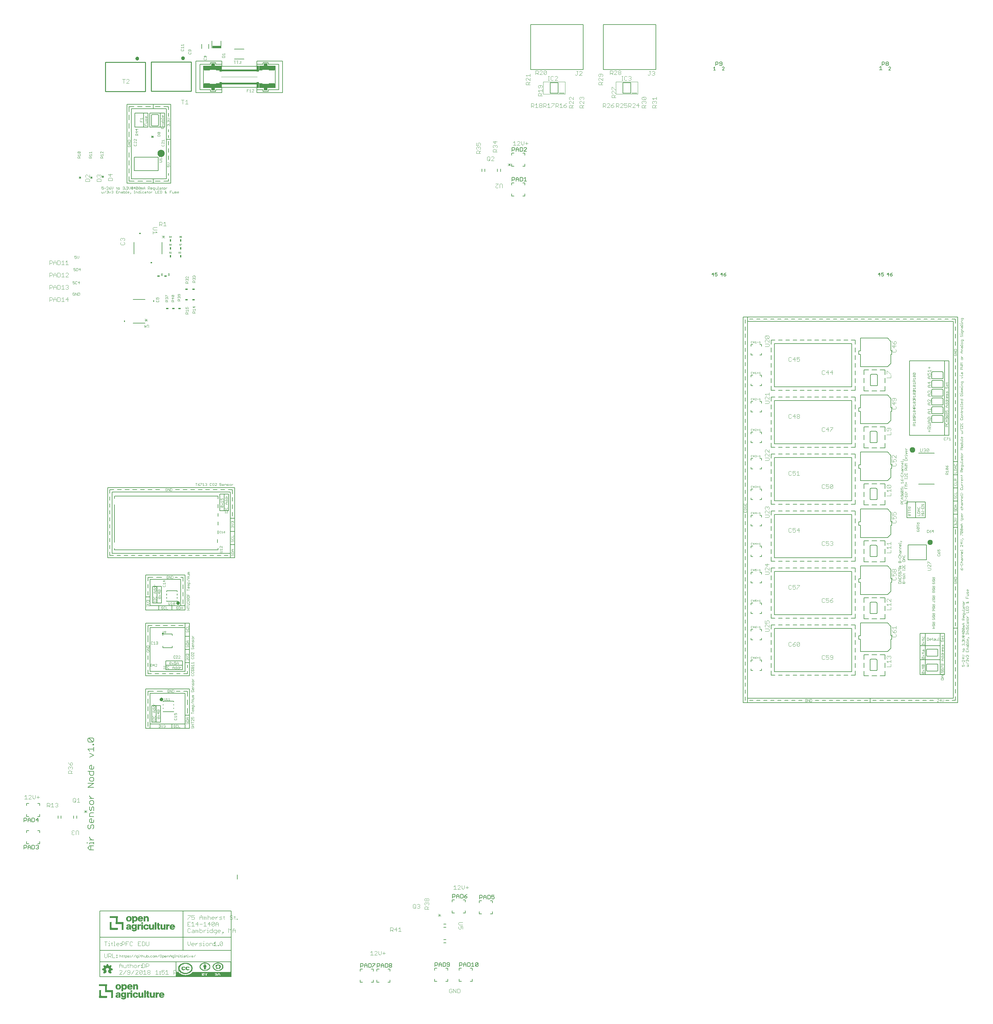
<source format=gbr>
G04 EAGLE Gerber X2 export*
%TF.Part,Single*%
%TF.FileFunction,Legend,Top,1*%
%TF.FilePolarity,Positive*%
%TF.GenerationSoftware,Autodesk,EAGLE,8.6.1*%
%TF.CreationDate,2018-02-09T18:52:31Z*%
G75*
%MOMM*%
%FSLAX34Y34*%
%LPD*%
%AMOC8*
5,1,8,0,0,1.08239X$1,22.5*%
G01*
%ADD10C,0.152400*%
%ADD11C,0.050800*%
%ADD12C,0.076200*%
%ADD13C,0.101600*%
%ADD14C,0.203200*%
%ADD15R,2.450000X0.675000*%
%ADD16R,10.160000X0.508000*%
%ADD17R,0.635000X1.651000*%
%ADD18R,0.254000X4.064000*%
%ADD19R,4.826000X1.143000*%
%ADD20R,1.016000X0.762000*%
%ADD21R,1.016000X0.127000*%
%ADD22R,1.778000X0.127000*%
%ADD23C,0.127000*%
%ADD24R,0.510537X0.063500*%
%ADD25R,0.891538X0.063500*%
%ADD26R,1.082037X0.063500*%
%ADD27R,1.209037X0.063500*%
%ADD28R,1.336037X0.063500*%
%ADD29R,0.505463X0.063500*%
%ADD30R,0.508000X0.063500*%
%ADD31R,2.156462X0.063500*%
%ADD32R,0.441963X0.063500*%
%ADD33R,0.190500X0.063500*%
%ADD34R,2.288537X0.063500*%
%ADD35R,0.571500X0.063500*%
%ADD36R,0.378463X0.063500*%
%ADD37R,0.444500X0.063500*%
%ADD38R,0.637537X0.063500*%
%ADD39R,0.574037X0.063500*%
%ADD40R,0.447038X0.063500*%
%ADD41R,0.635000X0.063500*%
%ADD42R,0.762000X0.063500*%
%ADD43R,0.063500X0.063500*%
%ADD44R,0.701037X0.063500*%
%ADD45R,0.764538X0.063500*%
%ADD46R,0.886463X0.063500*%
%ADD47R,1.330963X0.063500*%
%ADD48R,1.018538X0.063500*%
%ADD49R,1.333500X0.063500*%
%ADD50R,1.079500X0.063500*%
%ADD51R,1.394463X0.063500*%
%ADD52R,1.399538X0.063500*%
%ADD53R,1.206500X0.063500*%
%ADD54R,1.272538X0.063500*%
%ADD55R,0.568963X0.063500*%
%ADD56R,1.463037X0.063500*%
%ADD57R,0.632463X0.063500*%
%ADD58R,0.698500X0.063500*%
%ADD59R,1.526538X0.063500*%
%ADD60R,1.267463X0.063500*%
%ADD61R,1.203963X0.063500*%
%ADD62R,1.076963X0.063500*%
%ADD63R,0.695963X0.063500*%
%ADD64R,1.460500X0.063500*%
%ADD65R,0.828038X0.063500*%
%ADD66R,0.955038X0.063500*%
%ADD67R,0.952500X0.063500*%
%ADD68R,0.889000X0.063500*%
%ADD69R,1.145538X0.063500*%
%ADD70R,1.140463X0.063500*%
%ADD71R,0.381000X0.063500*%
%ADD72R,0.825500X0.063500*%
%ADD73R,0.317500X0.063500*%
%ADD74R,0.254000X0.063500*%
%ADD75R,2.286000X0.063500*%
%ADD76R,2.222500X0.063500*%
%ADD77R,0.949963X0.063500*%
%ADD78R,0.320038X0.063500*%
%ADD79R,0.127000X0.063500*%
%ADD80R,0.822963X0.063500*%
%ADD81R,1.143000X0.063500*%
%ADD82R,1.016000X0.063500*%
%ADD83R,2.095500X0.063500*%
%ADD84R,2.032000X0.063500*%
%ADD85R,2.161538X0.063500*%
%ADD86R,2.283463X0.063500*%
%ADD87R,2.346963X0.063500*%
%ADD88R,2.410462X0.063500*%
%ADD89R,0.251463X0.063500*%
%ADD90R,0.383538X0.063500*%
%ADD91R,16.004538X0.063500*%
%ADD92R,7.559038X0.063500*%
%ADD93R,2.537463X0.063500*%
%ADD94R,3.114038X0.063500*%
%ADD95R,2.669538X0.063500*%
%ADD96R,4.635500X0.063500*%
%ADD97R,2.413000X0.063500*%
%ADD98R,4.127500X0.063500*%
%ADD99R,1.905000X0.063500*%
%ADD100R,3.937000X0.063500*%
%ADD101R,2.918462X0.063500*%
%ADD102R,3.175000X0.063500*%
%ADD103R,1.717037X0.063500*%
%ADD104R,3.749038X0.063500*%
%ADD105R,2.664462X0.063500*%
%ADD106R,1.587500X0.063500*%
%ADD107R,3.558538X0.063500*%
%ADD108R,2.473963X0.063500*%
%ADD109R,3.241038X0.063500*%
%ADD110R,3.429000X0.063500*%
%ADD111R,3.302000X0.063500*%
%ADD112R,2.349500X0.063500*%
%ADD113R,3.238500X0.063500*%
%ADD114R,0.193038X0.063500*%
%ADD115R,1.841500X0.063500*%
%ADD116R,3.111500X0.063500*%
%ADD117R,0.256538X0.063500*%
%ADD118R,3.365500X0.063500*%
%ADD119R,11.432538X0.063500*%
%ADD120R,11.369038X0.063500*%
%ADD121R,11.305537X0.063500*%
%ADD122R,11.242038X0.063500*%
%ADD123R,11.176000X0.063500*%
%ADD124R,1.270000X0.063500*%
%ADD125R,1.524000X0.063500*%
%ADD126R,0.759463X0.063500*%
%ADD127R,1.013463X0.063500*%
%ADD128R,0.060963X0.063500*%
%ADD129R,0.314963X0.063500*%
%ADD130R,0.124463X0.063500*%
%ADD131R,2.029463X0.063500*%
%ADD132R,1.714500X0.063500*%
%ADD133R,1.397000X0.063500*%
%ADD134R,15.750538X0.063500*%
%ADD135R,0.457200X0.762000*%
%ADD136C,0.025400*%
%ADD137C,0.050000*%
%ADD138C,0.200000*%
%ADD139C,0.254000*%
%ADD140C,0.500000*%
%ADD141R,0.762000X0.457200*%
%ADD142C,0.508000*%
%ADD143C,0.762000*%
%ADD144C,1.016000*%

G36*
X395641Y2238224D02*
X395641Y2238224D01*
X395643Y2238223D01*
X395686Y2238243D01*
X395730Y2238262D01*
X395730Y2238264D01*
X395732Y2238265D01*
X395765Y2238350D01*
X395765Y2240890D01*
X395764Y2240892D01*
X395765Y2240894D01*
X395745Y2240937D01*
X395727Y2240980D01*
X395725Y2240981D01*
X395724Y2240983D01*
X395639Y2241016D01*
X391829Y2241016D01*
X391827Y2241015D01*
X391825Y2241016D01*
X391782Y2240996D01*
X391738Y2240977D01*
X391737Y2240975D01*
X391735Y2240975D01*
X391703Y2240890D01*
X391703Y2238350D01*
X391703Y2238348D01*
X391703Y2238346D01*
X391723Y2238303D01*
X391741Y2238259D01*
X391743Y2238258D01*
X391744Y2238256D01*
X391829Y2238223D01*
X395639Y2238223D01*
X395641Y2238224D01*
G37*
G36*
X428141Y2153388D02*
X428141Y2153388D01*
X428143Y2153387D01*
X428186Y2153407D01*
X428230Y2153426D01*
X428230Y2153428D01*
X428232Y2153429D01*
X428265Y2153514D01*
X428265Y2156054D01*
X428264Y2156056D01*
X428265Y2156058D01*
X428245Y2156101D01*
X428227Y2156144D01*
X428225Y2156145D01*
X428224Y2156147D01*
X428139Y2156180D01*
X424329Y2156180D01*
X424327Y2156179D01*
X424325Y2156180D01*
X424282Y2156160D01*
X424238Y2156141D01*
X424237Y2156139D01*
X424235Y2156139D01*
X424203Y2156054D01*
X424203Y2153514D01*
X424203Y2153512D01*
X424203Y2153510D01*
X424223Y2153467D01*
X424241Y2153423D01*
X424243Y2153422D01*
X424244Y2153420D01*
X424329Y2153387D01*
X428139Y2153387D01*
X428141Y2153388D01*
G37*
G36*
X434850Y2041440D02*
X434850Y2041440D01*
X434852Y2041439D01*
X434895Y2041459D01*
X434939Y2041477D01*
X434939Y2041479D01*
X434941Y2041480D01*
X434974Y2041565D01*
X434974Y2045375D01*
X434973Y2045377D01*
X434974Y2045379D01*
X434954Y2045422D01*
X434936Y2045466D01*
X434934Y2045466D01*
X434933Y2045468D01*
X434848Y2045501D01*
X432308Y2045501D01*
X432306Y2045500D01*
X432304Y2045501D01*
X432261Y2045481D01*
X432217Y2045463D01*
X432217Y2045461D01*
X432215Y2045460D01*
X432182Y2045375D01*
X432182Y2041565D01*
X432183Y2041563D01*
X432182Y2041561D01*
X432202Y2041518D01*
X432220Y2041474D01*
X432222Y2041474D01*
X432223Y2041472D01*
X432308Y2041439D01*
X434848Y2041439D01*
X434850Y2041440D01*
G37*
G36*
X350014Y1982940D02*
X350014Y1982940D01*
X350016Y1982939D01*
X350059Y1982959D01*
X350103Y1982977D01*
X350103Y1982979D01*
X350105Y1982980D01*
X350138Y1983065D01*
X350138Y1986875D01*
X350137Y1986877D01*
X350138Y1986879D01*
X350118Y1986922D01*
X350100Y1986966D01*
X350098Y1986967D01*
X350097Y1986968D01*
X350012Y1987001D01*
X347472Y1987001D01*
X347470Y1987000D01*
X347468Y1987001D01*
X347425Y1986981D01*
X347381Y1986963D01*
X347381Y1986961D01*
X347379Y1986960D01*
X347346Y1986875D01*
X347346Y1983065D01*
X347347Y1983063D01*
X347346Y1983061D01*
X347366Y1983018D01*
X347384Y1982974D01*
X347386Y1982974D01*
X347387Y1982972D01*
X347472Y1982939D01*
X350012Y1982939D01*
X350014Y1982940D01*
G37*
D10*
X259486Y452806D02*
X247792Y452806D01*
X241945Y458653D01*
X247792Y464500D01*
X259486Y464500D01*
X250716Y464500D02*
X250716Y452806D01*
X247792Y470347D02*
X247792Y473270D01*
X259486Y473270D01*
X259486Y470347D02*
X259486Y476194D01*
X241945Y473270D02*
X239022Y473270D01*
X247792Y482041D02*
X259486Y482041D01*
X253639Y482041D02*
X247792Y487888D01*
X247792Y490811D01*
X241945Y522970D02*
X244869Y525893D01*
X241945Y522970D02*
X241945Y517123D01*
X244869Y514199D01*
X247792Y514199D01*
X250716Y517123D01*
X250716Y522970D01*
X253639Y525893D01*
X256563Y525893D01*
X259486Y522970D01*
X259486Y517123D01*
X256563Y514199D01*
X259486Y534664D02*
X259486Y540511D01*
X259486Y534664D02*
X256563Y531740D01*
X250716Y531740D01*
X247792Y534664D01*
X247792Y540511D01*
X250716Y543434D01*
X253639Y543434D01*
X253639Y531740D01*
X259486Y549281D02*
X247792Y549281D01*
X247792Y558052D01*
X250716Y560975D01*
X259486Y560975D01*
X259486Y566822D02*
X259486Y575593D01*
X256563Y578516D01*
X253639Y575593D01*
X253639Y569746D01*
X250716Y566822D01*
X247792Y569746D01*
X247792Y578516D01*
X259486Y587287D02*
X259486Y593134D01*
X256563Y596057D01*
X250716Y596057D01*
X247792Y593134D01*
X247792Y587287D01*
X250716Y584363D01*
X256563Y584363D01*
X259486Y587287D01*
X259486Y601904D02*
X247792Y601904D01*
X253639Y601904D02*
X247792Y607751D01*
X247792Y610675D01*
X241945Y634062D02*
X259486Y634062D01*
X259486Y645756D02*
X241945Y634062D01*
X241945Y645756D02*
X259486Y645756D01*
X259486Y654527D02*
X259486Y660374D01*
X256563Y663297D01*
X250716Y663297D01*
X247792Y660374D01*
X247792Y654527D01*
X250716Y651603D01*
X256563Y651603D01*
X259486Y654527D01*
X259486Y680838D02*
X241945Y680838D01*
X259486Y680838D02*
X259486Y672068D01*
X256563Y669144D01*
X250716Y669144D01*
X247792Y672068D01*
X247792Y680838D01*
X259486Y689609D02*
X259486Y695456D01*
X259486Y689609D02*
X256563Y686685D01*
X250716Y686685D01*
X247792Y689609D01*
X247792Y695456D01*
X250716Y698379D01*
X253639Y698379D01*
X253639Y686685D01*
X247792Y721767D02*
X259486Y727614D01*
X247792Y733461D01*
X247792Y739308D02*
X241945Y745155D01*
X259486Y745155D01*
X259486Y739308D02*
X259486Y751002D01*
X259486Y756849D02*
X256563Y756849D01*
X256563Y759773D01*
X259486Y759773D01*
X259486Y756849D01*
X256563Y765620D02*
X244869Y765620D01*
X241945Y768543D01*
X241945Y774390D01*
X244869Y777314D01*
X256563Y777314D01*
X259486Y774390D01*
X259486Y768543D01*
X256563Y765620D01*
X244869Y777314D01*
X422808Y1097204D02*
X524408Y1097204D01*
X524408Y1071804D01*
X524408Y1033704D01*
X524408Y995604D01*
X524408Y970204D01*
X422808Y970204D01*
X422808Y1097204D01*
X410108Y957504D02*
X537108Y957504D01*
X410108Y957504D02*
X410108Y1109904D01*
X524408Y1109904D01*
X537108Y1109904D01*
X537108Y1071804D01*
X537108Y1033704D01*
X537108Y995604D01*
X537108Y957504D01*
X537108Y1033704D02*
X524408Y1033704D01*
X524408Y1071804D02*
X537108Y1071804D01*
X524408Y1097204D02*
X524408Y1109904D01*
X524408Y995604D02*
X537108Y995604D01*
D11*
X528383Y1002749D02*
X527196Y1003935D01*
X527196Y1006308D01*
X528383Y1007494D01*
X529569Y1007494D01*
X530755Y1006308D01*
X530755Y1005121D01*
X530755Y1006308D02*
X531942Y1007494D01*
X533128Y1007494D01*
X534314Y1006308D01*
X534314Y1003935D01*
X533128Y1002749D01*
X531942Y1009765D02*
X527196Y1009765D01*
X531942Y1009765D02*
X534314Y1012138D01*
X531942Y1014510D01*
X527196Y1014510D01*
X528383Y1016781D02*
X527196Y1017968D01*
X527196Y1020340D01*
X528383Y1021527D01*
X529569Y1021527D01*
X530755Y1020340D01*
X530755Y1019154D01*
X530755Y1020340D02*
X531942Y1021527D01*
X533128Y1021527D01*
X534314Y1020340D01*
X534314Y1017968D01*
X533128Y1016781D01*
X527196Y1044408D02*
X528383Y1045594D01*
X527196Y1044408D02*
X527196Y1042035D01*
X528383Y1040849D01*
X529569Y1040849D01*
X530755Y1042035D01*
X530755Y1044408D01*
X531942Y1045594D01*
X533128Y1045594D01*
X534314Y1044408D01*
X534314Y1042035D01*
X533128Y1040849D01*
X534314Y1047865D02*
X527196Y1047865D01*
X534314Y1047865D02*
X534314Y1051424D01*
X533128Y1052610D01*
X528383Y1052610D01*
X527196Y1051424D01*
X527196Y1047865D01*
X529569Y1054881D02*
X534314Y1054881D01*
X529569Y1054881D02*
X527196Y1057254D01*
X529569Y1059627D01*
X534314Y1059627D01*
X530755Y1059627D02*
X530755Y1054881D01*
X527196Y1087588D02*
X528383Y1088774D01*
X527196Y1087588D02*
X527196Y1085215D01*
X528383Y1084029D01*
X529569Y1084029D01*
X530755Y1085215D01*
X530755Y1087588D01*
X531942Y1088774D01*
X533128Y1088774D01*
X534314Y1087588D01*
X534314Y1085215D01*
X533128Y1084029D01*
X527196Y1094604D02*
X528383Y1095790D01*
X527196Y1094604D02*
X527196Y1092231D01*
X528383Y1091045D01*
X533128Y1091045D01*
X534314Y1092231D01*
X534314Y1094604D01*
X533128Y1095790D01*
X534314Y1098061D02*
X527196Y1098061D01*
X534314Y1098061D02*
X534314Y1102807D01*
X414083Y1031083D02*
X412896Y1029897D01*
X412896Y1027524D01*
X414083Y1026338D01*
X418828Y1026338D01*
X420014Y1027524D01*
X420014Y1029897D01*
X418828Y1031083D01*
X416455Y1031083D01*
X416455Y1028711D01*
X420014Y1033354D02*
X412896Y1033354D01*
X420014Y1038100D01*
X412896Y1038100D01*
X412896Y1040371D02*
X420014Y1040371D01*
X420014Y1043930D01*
X418828Y1045116D01*
X414083Y1045116D01*
X412896Y1043930D01*
X412896Y1040371D01*
D10*
X416458Y1055929D02*
X416458Y1074741D01*
X416458Y1084741D02*
X416458Y1103554D01*
X428778Y1103554D01*
X438778Y1103554D02*
X451098Y1103554D01*
X461098Y1103554D02*
X473418Y1103554D01*
X483418Y1103554D02*
X495738Y1103554D01*
X505738Y1103554D02*
X518058Y1103554D01*
X416458Y1015924D02*
X416458Y1005234D01*
X416458Y995234D02*
X416458Y984544D01*
X416458Y974544D02*
X416458Y963854D01*
X427175Y963854D01*
X437175Y963854D02*
X447892Y963854D01*
X457892Y963854D02*
X468608Y963854D01*
X478608Y963854D02*
X489325Y963854D01*
X499325Y963854D02*
X510042Y963854D01*
X520042Y963854D02*
X530758Y963854D01*
X530758Y971554D01*
X530758Y981554D02*
X530758Y989254D01*
D11*
X543623Y962503D02*
X542436Y961317D01*
X542436Y958944D01*
X543623Y957758D01*
X548368Y957758D01*
X549554Y958944D01*
X549554Y961317D01*
X548368Y962503D01*
X542436Y968333D02*
X543623Y969520D01*
X542436Y968333D02*
X542436Y965961D01*
X543623Y964774D01*
X548368Y964774D01*
X549554Y965961D01*
X549554Y968333D01*
X548368Y969520D01*
X542436Y975350D02*
X543623Y976536D01*
X542436Y975350D02*
X542436Y972977D01*
X543623Y971791D01*
X544809Y971791D01*
X545995Y972977D01*
X545995Y975350D01*
X547182Y976536D01*
X548368Y976536D01*
X549554Y975350D01*
X549554Y972977D01*
X548368Y971791D01*
X543623Y978807D02*
X542436Y979993D01*
X542436Y982366D01*
X543623Y983552D01*
X544809Y983552D01*
X545995Y982366D01*
X547182Y983552D01*
X548368Y983552D01*
X549554Y982366D01*
X549554Y979993D01*
X548368Y978807D01*
X547182Y978807D01*
X545995Y979993D01*
X544809Y978807D01*
X543623Y978807D01*
X545995Y979993D02*
X545995Y982366D01*
X544809Y985823D02*
X542436Y988196D01*
X549554Y988196D01*
X549554Y985823D02*
X549554Y990569D01*
X544809Y992840D02*
X542436Y995212D01*
X549554Y995212D01*
X549554Y992840D02*
X549554Y997585D01*
X542436Y1010431D02*
X543623Y1011618D01*
X542436Y1010431D02*
X542436Y1008059D01*
X543623Y1006872D01*
X548368Y1006872D01*
X549554Y1008059D01*
X549554Y1010431D01*
X548368Y1011618D01*
X542436Y1015075D02*
X542436Y1017448D01*
X542436Y1015075D02*
X543623Y1013889D01*
X548368Y1013889D01*
X549554Y1015075D01*
X549554Y1017448D01*
X548368Y1018634D01*
X543623Y1018634D01*
X542436Y1017448D01*
X549554Y1020905D02*
X549554Y1025651D01*
X544809Y1025651D02*
X549554Y1020905D01*
X544809Y1025651D02*
X543623Y1025651D01*
X542436Y1024464D01*
X542436Y1022092D01*
X543623Y1020905D01*
X542436Y1038497D02*
X543623Y1039683D01*
X542436Y1038497D02*
X542436Y1036124D01*
X543623Y1034938D01*
X544809Y1034938D01*
X545995Y1036124D01*
X545995Y1038497D01*
X547182Y1039683D01*
X548368Y1039683D01*
X549554Y1038497D01*
X549554Y1036124D01*
X548368Y1034938D01*
X549554Y1043141D02*
X549554Y1045513D01*
X549554Y1043141D02*
X548368Y1041954D01*
X545995Y1041954D01*
X544809Y1043141D01*
X544809Y1045513D01*
X545995Y1046700D01*
X547182Y1046700D01*
X547182Y1041954D01*
X549554Y1048971D02*
X544809Y1048971D01*
X544809Y1052530D01*
X545995Y1053716D01*
X549554Y1053716D01*
X549554Y1055987D02*
X549554Y1059546D01*
X548368Y1060732D01*
X547182Y1059546D01*
X547182Y1057173D01*
X545995Y1055987D01*
X544809Y1057173D01*
X544809Y1060732D01*
X549554Y1064190D02*
X549554Y1066562D01*
X548368Y1067749D01*
X545995Y1067749D01*
X544809Y1066562D01*
X544809Y1064190D01*
X545995Y1063003D01*
X548368Y1063003D01*
X549554Y1064190D01*
X549554Y1070020D02*
X544809Y1070020D01*
X547182Y1070020D02*
X544809Y1072393D01*
X544809Y1073579D01*
X464252Y978078D02*
X461879Y978078D01*
X463066Y978078D02*
X463066Y985196D01*
X464252Y985196D02*
X461879Y985196D01*
X466557Y978078D02*
X471302Y978078D01*
X466557Y978078D02*
X471302Y982823D01*
X471302Y984010D01*
X470116Y985196D01*
X467743Y985196D01*
X466557Y984010D01*
X477132Y985196D02*
X478319Y984010D01*
X477132Y985196D02*
X474760Y985196D01*
X473573Y984010D01*
X473573Y979264D01*
X474760Y978078D01*
X477132Y978078D01*
X478319Y979264D01*
X487606Y978078D02*
X487606Y982823D01*
X489979Y985196D01*
X492352Y982823D01*
X492352Y978078D01*
X492352Y981637D02*
X487606Y981637D01*
X499368Y985196D02*
X499368Y978078D01*
X495809Y978078D01*
X494623Y979264D01*
X494623Y981637D01*
X495809Y982823D01*
X499368Y982823D01*
X506384Y985196D02*
X506384Y978078D01*
X502825Y978078D01*
X501639Y979264D01*
X501639Y981637D01*
X502825Y982823D01*
X506384Y982823D01*
X508655Y982823D02*
X508655Y978078D01*
X508655Y980451D02*
X511028Y982823D01*
X512214Y982823D01*
X478817Y991964D02*
X478817Y996710D01*
X480003Y997896D01*
X482376Y997896D01*
X483562Y996710D01*
X483562Y991964D01*
X482376Y990778D01*
X480003Y990778D01*
X478817Y991964D01*
X483562Y996710D01*
X485833Y995523D02*
X490579Y990778D01*
X490579Y995523D02*
X485833Y990778D01*
X492850Y997896D02*
X497595Y997896D01*
X492850Y997896D02*
X492850Y994337D01*
X495222Y995523D01*
X496409Y995523D01*
X497595Y994337D01*
X497595Y991964D01*
X496409Y990778D01*
X494036Y990778D01*
X492850Y991964D01*
X499866Y990778D02*
X499866Y995523D01*
X502239Y997896D01*
X504611Y995523D01*
X504611Y990778D01*
X504611Y994337D02*
X499866Y994337D01*
D10*
X516788Y975284D02*
X468528Y975284D01*
X468528Y987984D01*
X516788Y987984D01*
X516788Y975284D01*
X516788Y987984D02*
X516788Y1000684D01*
X468528Y1000684D01*
X468528Y987984D01*
X486308Y1160704D02*
X511708Y1160704D01*
X486308Y1160704D02*
X448208Y1160704D01*
X422808Y1160704D01*
X422808Y1186104D01*
X422808Y1236904D01*
X511708Y1236904D01*
X511708Y1160704D01*
X524408Y1148004D02*
X486308Y1148004D01*
X448208Y1148004D01*
X410108Y1148004D01*
X410108Y1186104D01*
X410108Y1249604D01*
X524408Y1249604D01*
X524408Y1160704D01*
X524408Y1148004D01*
X486308Y1148004D02*
X486308Y1160704D01*
X511708Y1160704D02*
X524408Y1160704D01*
X422808Y1186104D02*
X410108Y1186104D01*
D11*
X474152Y1246816D02*
X475339Y1245630D01*
X474152Y1246816D02*
X471780Y1246816D01*
X470593Y1245630D01*
X470593Y1240884D01*
X471780Y1239698D01*
X474152Y1239698D01*
X475339Y1240884D01*
X475339Y1243257D01*
X472966Y1243257D01*
X477610Y1239698D02*
X477610Y1246816D01*
X482355Y1239698D01*
X482355Y1246816D01*
X484626Y1246816D02*
X484626Y1239698D01*
X488185Y1239698D01*
X489371Y1240884D01*
X489371Y1245630D01*
X488185Y1246816D01*
X484626Y1246816D01*
X502092Y1157916D02*
X503279Y1156730D01*
X502092Y1157916D02*
X499720Y1157916D01*
X498533Y1156730D01*
X498533Y1155543D01*
X499720Y1154357D01*
X502092Y1154357D01*
X503279Y1153171D01*
X503279Y1151984D01*
X502092Y1150798D01*
X499720Y1150798D01*
X498533Y1151984D01*
X505550Y1150798D02*
X505550Y1157916D01*
X505550Y1150798D02*
X509109Y1150798D01*
X510295Y1151984D01*
X510295Y1156730D01*
X509109Y1157916D01*
X505550Y1157916D01*
X512566Y1155543D02*
X512566Y1150798D01*
X512566Y1155543D02*
X514939Y1157916D01*
X517311Y1155543D01*
X517311Y1150798D01*
X517311Y1154357D02*
X512566Y1154357D01*
X460099Y1156730D02*
X458912Y1157916D01*
X456540Y1157916D01*
X455353Y1156730D01*
X455353Y1155543D01*
X456540Y1154357D01*
X458912Y1154357D01*
X460099Y1153171D01*
X460099Y1151984D01*
X458912Y1150798D01*
X456540Y1150798D01*
X455353Y1151984D01*
X465929Y1157916D02*
X467115Y1156730D01*
X465929Y1157916D02*
X463556Y1157916D01*
X462370Y1156730D01*
X462370Y1151984D01*
X463556Y1150798D01*
X465929Y1150798D01*
X467115Y1151984D01*
X469386Y1150798D02*
X469386Y1157916D01*
X469386Y1150798D02*
X474131Y1150798D01*
X414083Y1158418D02*
X412896Y1159604D01*
X412896Y1161977D01*
X414083Y1163163D01*
X415269Y1163163D01*
X416455Y1161977D01*
X416455Y1160791D01*
X416455Y1161977D02*
X417642Y1163163D01*
X418828Y1163163D01*
X420014Y1161977D01*
X420014Y1159604D01*
X418828Y1158418D01*
X417642Y1165434D02*
X412896Y1165434D01*
X417642Y1165434D02*
X420014Y1167807D01*
X417642Y1170180D01*
X412896Y1170180D01*
X414083Y1172451D02*
X412896Y1173637D01*
X412896Y1176010D01*
X414083Y1177196D01*
X415269Y1177196D01*
X416455Y1176010D01*
X416455Y1174823D01*
X416455Y1176010D02*
X417642Y1177196D01*
X418828Y1177196D01*
X420014Y1176010D01*
X420014Y1173637D01*
X418828Y1172451D01*
D10*
X495833Y1243254D02*
X501946Y1243254D01*
X511946Y1243254D02*
X518058Y1243254D01*
X518058Y1231704D01*
X518058Y1221704D02*
X518058Y1210154D01*
X518058Y1200154D02*
X518058Y1188604D01*
X518058Y1178604D02*
X518058Y1167054D01*
X416458Y1192454D02*
X416458Y1202720D01*
X416458Y1212720D02*
X416458Y1222987D01*
X416458Y1232987D02*
X416458Y1243254D01*
X431461Y1243254D01*
X441461Y1243254D02*
X456463Y1243254D01*
D11*
X529736Y1148258D02*
X536854Y1148258D01*
X533295Y1148258D02*
X533295Y1153003D01*
X529736Y1153003D02*
X536854Y1153003D01*
X536854Y1157647D02*
X529736Y1157647D01*
X529736Y1155274D02*
X529736Y1160020D01*
X529736Y1162291D02*
X535668Y1162291D01*
X536854Y1163477D01*
X536854Y1165850D01*
X535668Y1167036D01*
X529736Y1167036D01*
X536854Y1169307D02*
X536854Y1174052D01*
X536854Y1169307D02*
X532109Y1174052D01*
X530923Y1174052D01*
X529736Y1172866D01*
X529736Y1170493D01*
X530923Y1169307D01*
X530923Y1176323D02*
X535668Y1176323D01*
X530923Y1176323D02*
X529736Y1177510D01*
X529736Y1179882D01*
X530923Y1181069D01*
X535668Y1181069D01*
X536854Y1179882D01*
X536854Y1177510D01*
X535668Y1176323D01*
X530923Y1181069D01*
X529736Y1183340D02*
X536854Y1183340D01*
X536854Y1186899D01*
X535668Y1188085D01*
X530923Y1188085D01*
X529736Y1186899D01*
X529736Y1183340D01*
X529736Y1190356D02*
X536854Y1190356D01*
X529736Y1190356D02*
X529736Y1195101D01*
X533295Y1192729D02*
X533295Y1190356D01*
X536854Y1206762D02*
X529736Y1206762D01*
X529736Y1209134D02*
X529736Y1204389D01*
X536854Y1212592D02*
X536854Y1214964D01*
X536854Y1212592D02*
X535668Y1211405D01*
X533295Y1211405D01*
X532109Y1212592D01*
X532109Y1214964D01*
X533295Y1216151D01*
X534482Y1216151D01*
X534482Y1211405D01*
X536854Y1218422D02*
X532109Y1218422D01*
X532109Y1219608D01*
X533295Y1220794D01*
X536854Y1220794D01*
X533295Y1220794D02*
X532109Y1221981D01*
X533295Y1223167D01*
X536854Y1223167D01*
X539227Y1225438D02*
X532109Y1225438D01*
X532109Y1228997D01*
X533295Y1230183D01*
X535668Y1230183D01*
X536854Y1228997D01*
X536854Y1225438D01*
X536854Y1232454D02*
X529736Y1237200D01*
X529736Y1239471D02*
X536854Y1239471D01*
X533295Y1239471D02*
X533295Y1244216D01*
X529736Y1244216D02*
X536854Y1244216D01*
X535668Y1246487D02*
X532109Y1246487D01*
X535668Y1246487D02*
X536854Y1247673D01*
X536854Y1251232D01*
X532109Y1251232D01*
X532109Y1253503D02*
X536854Y1253503D01*
X532109Y1253503D02*
X532109Y1254690D01*
X533295Y1255876D01*
X536854Y1255876D01*
X533295Y1255876D02*
X532109Y1257062D01*
X533295Y1258249D01*
X536854Y1258249D01*
X440334Y1173491D02*
X440334Y1171118D01*
X440334Y1172304D02*
X433216Y1172304D01*
X433216Y1171118D02*
X433216Y1173491D01*
X440334Y1175795D02*
X440334Y1180541D01*
X435589Y1180541D02*
X440334Y1175795D01*
X435589Y1180541D02*
X434403Y1180541D01*
X433216Y1179354D01*
X433216Y1176982D01*
X434403Y1175795D01*
X433216Y1186371D02*
X434403Y1187557D01*
X433216Y1186371D02*
X433216Y1183998D01*
X434403Y1182812D01*
X439148Y1182812D01*
X440334Y1183998D01*
X440334Y1186371D01*
X439148Y1187557D01*
X440334Y1196845D02*
X435589Y1196845D01*
X433216Y1199217D01*
X435589Y1201590D01*
X440334Y1201590D01*
X436775Y1201590D02*
X436775Y1196845D01*
X433216Y1208606D02*
X440334Y1208606D01*
X440334Y1205047D01*
X439148Y1203861D01*
X436775Y1203861D01*
X435589Y1205047D01*
X435589Y1208606D01*
X433216Y1215623D02*
X440334Y1215623D01*
X440334Y1212064D01*
X439148Y1210877D01*
X436775Y1210877D01*
X435589Y1212064D01*
X435589Y1215623D01*
X435589Y1217894D02*
X440334Y1217894D01*
X437962Y1217894D02*
X435589Y1220266D01*
X435589Y1221453D01*
D10*
X448208Y1160704D02*
X448208Y1148004D01*
D11*
X447103Y1181278D02*
X451848Y1181278D01*
X447103Y1181278D02*
X445916Y1182464D01*
X445916Y1184837D01*
X447103Y1186023D01*
X451848Y1186023D01*
X453034Y1184837D01*
X453034Y1182464D01*
X451848Y1181278D01*
X447103Y1186023D01*
X448289Y1188294D02*
X453034Y1193040D01*
X448289Y1193040D02*
X453034Y1188294D01*
X453034Y1198870D02*
X445916Y1198870D01*
X449475Y1195311D01*
X449475Y1200056D01*
X447103Y1202327D02*
X451848Y1202327D01*
X447103Y1202327D02*
X445916Y1203513D01*
X445916Y1205886D01*
X447103Y1207072D01*
X451848Y1207072D01*
X453034Y1205886D01*
X453034Y1203513D01*
X451848Y1202327D01*
X447103Y1207072D01*
D10*
X443128Y1168324D02*
X430428Y1168324D01*
X443128Y1168324D02*
X443128Y1216584D01*
X430428Y1216584D01*
X430428Y1168324D01*
X443128Y1168324D02*
X455828Y1168324D01*
X455828Y1216584D01*
X443128Y1216584D01*
X524408Y843204D02*
X524408Y817804D01*
X524408Y843204D02*
X524408Y906704D01*
X422808Y906704D01*
X422808Y817804D01*
X486308Y817804D01*
X524408Y817804D01*
X422808Y805104D02*
X410108Y805104D01*
X422808Y805104D02*
X486308Y805104D01*
X524408Y805104D01*
X537108Y805104D01*
X537108Y843204D01*
X537108Y919404D01*
X410108Y919404D01*
X410108Y805104D01*
X524408Y805104D02*
X524408Y817804D01*
X524408Y843204D02*
X537108Y843204D01*
X486308Y817804D02*
X486308Y805104D01*
X422808Y805104D02*
X422808Y817804D01*
D11*
X477879Y915430D02*
X476692Y916616D01*
X474320Y916616D01*
X473133Y915430D01*
X473133Y910684D01*
X474320Y909498D01*
X476692Y909498D01*
X477879Y910684D01*
X477879Y913057D01*
X475506Y913057D01*
X480150Y909498D02*
X480150Y916616D01*
X484895Y909498D01*
X484895Y916616D01*
X487166Y916616D02*
X487166Y909498D01*
X490725Y909498D01*
X491911Y910684D01*
X491911Y915430D01*
X490725Y916616D01*
X487166Y916616D01*
X448920Y815016D02*
X447733Y813830D01*
X448920Y815016D02*
X451292Y815016D01*
X452479Y813830D01*
X452479Y812643D01*
X451292Y811457D01*
X450106Y811457D01*
X451292Y811457D02*
X452479Y810271D01*
X452479Y809084D01*
X451292Y807898D01*
X448920Y807898D01*
X447733Y809084D01*
X454750Y810271D02*
X454750Y815016D01*
X454750Y810271D02*
X457122Y807898D01*
X459495Y810271D01*
X459495Y815016D01*
X461766Y813830D02*
X462952Y815016D01*
X465325Y815016D01*
X466511Y813830D01*
X466511Y812643D01*
X465325Y811457D01*
X464139Y811457D01*
X465325Y811457D02*
X466511Y810271D01*
X466511Y809084D01*
X465325Y807898D01*
X462952Y807898D01*
X461766Y809084D01*
X527196Y821617D02*
X528383Y822803D01*
X527196Y821617D02*
X527196Y819244D01*
X528383Y818058D01*
X529569Y818058D01*
X530755Y819244D01*
X530755Y821617D01*
X531942Y822803D01*
X533128Y822803D01*
X534314Y821617D01*
X534314Y819244D01*
X533128Y818058D01*
X534314Y825074D02*
X527196Y825074D01*
X534314Y825074D02*
X534314Y828633D01*
X533128Y829820D01*
X528383Y829820D01*
X527196Y828633D01*
X527196Y825074D01*
X529569Y832091D02*
X534314Y832091D01*
X529569Y832091D02*
X527196Y834463D01*
X529569Y836836D01*
X534314Y836836D01*
X530755Y836836D02*
X530755Y832091D01*
X495659Y813830D02*
X494472Y815016D01*
X492100Y815016D01*
X490913Y813830D01*
X490913Y812643D01*
X492100Y811457D01*
X494472Y811457D01*
X495659Y810271D01*
X495659Y809084D01*
X494472Y807898D01*
X492100Y807898D01*
X490913Y809084D01*
X501489Y815016D02*
X502675Y813830D01*
X501489Y815016D02*
X499116Y815016D01*
X497930Y813830D01*
X497930Y809084D01*
X499116Y807898D01*
X501489Y807898D01*
X502675Y809084D01*
X504946Y807898D02*
X504946Y815016D01*
X504946Y807898D02*
X509691Y807898D01*
D10*
X416458Y811454D02*
X416458Y823774D01*
X416458Y833774D02*
X416458Y846094D01*
X416458Y856094D02*
X416458Y868414D01*
X416458Y878414D02*
X416458Y890734D01*
X416458Y900734D02*
X416458Y913054D01*
X432731Y913054D01*
X442731Y913054D02*
X459003Y913054D01*
X499008Y913054D02*
X509883Y913054D01*
X519883Y913054D02*
X530758Y913054D01*
X530758Y898554D01*
X530758Y888554D02*
X530758Y874054D01*
X530758Y864054D02*
X530758Y849554D01*
D11*
X543623Y810103D02*
X542436Y808917D01*
X542436Y806544D01*
X543623Y805358D01*
X544809Y805358D01*
X545995Y806544D01*
X545995Y808917D01*
X547182Y810103D01*
X548368Y810103D01*
X549554Y808917D01*
X549554Y806544D01*
X548368Y805358D01*
X549554Y812374D02*
X542436Y812374D01*
X545995Y812374D02*
X545995Y817120D01*
X542436Y817120D02*
X549554Y817120D01*
X549554Y821763D02*
X542436Y821763D01*
X542436Y819391D02*
X542436Y824136D01*
X549554Y826407D02*
X549554Y831152D01*
X549554Y826407D02*
X544809Y831152D01*
X543623Y831152D01*
X542436Y829966D01*
X542436Y827593D01*
X543623Y826407D01*
X542436Y833423D02*
X542436Y838169D01*
X542436Y833423D02*
X545995Y833423D01*
X544809Y835796D01*
X544809Y836982D01*
X545995Y838169D01*
X548368Y838169D01*
X549554Y836982D01*
X549554Y834610D01*
X548368Y833423D01*
X549554Y849829D02*
X542436Y849829D01*
X542436Y852201D02*
X542436Y847456D01*
X549554Y855659D02*
X549554Y858031D01*
X549554Y855659D02*
X548368Y854472D01*
X545995Y854472D01*
X544809Y855659D01*
X544809Y858031D01*
X545995Y859218D01*
X547182Y859218D01*
X547182Y854472D01*
X549554Y861489D02*
X544809Y861489D01*
X544809Y862675D01*
X545995Y863862D01*
X549554Y863862D01*
X545995Y863862D02*
X544809Y865048D01*
X545995Y866234D01*
X549554Y866234D01*
X551927Y868505D02*
X544809Y868505D01*
X544809Y872064D01*
X545995Y873251D01*
X548368Y873251D01*
X549554Y872064D01*
X549554Y868505D01*
X549554Y875522D02*
X542436Y880267D01*
X542436Y882538D02*
X549554Y882538D01*
X545995Y882538D02*
X545995Y887283D01*
X542436Y887283D02*
X549554Y887283D01*
X548368Y889554D02*
X544809Y889554D01*
X548368Y889554D02*
X549554Y890741D01*
X549554Y894300D01*
X544809Y894300D01*
X544809Y896571D02*
X549554Y896571D01*
X544809Y896571D02*
X544809Y897757D01*
X545995Y898943D01*
X549554Y898943D01*
X545995Y898943D02*
X544809Y900130D01*
X545995Y901316D01*
X549554Y901316D01*
X542436Y914162D02*
X543623Y915349D01*
X542436Y914162D02*
X542436Y911790D01*
X543623Y910603D01*
X544809Y910603D01*
X545995Y911790D01*
X545995Y914162D01*
X547182Y915349D01*
X548368Y915349D01*
X549554Y914162D01*
X549554Y911790D01*
X548368Y910603D01*
X549554Y918806D02*
X549554Y921179D01*
X549554Y918806D02*
X548368Y917620D01*
X545995Y917620D01*
X544809Y918806D01*
X544809Y921179D01*
X545995Y922365D01*
X547182Y922365D01*
X547182Y917620D01*
X549554Y924636D02*
X544809Y924636D01*
X544809Y928195D01*
X545995Y929382D01*
X549554Y929382D01*
X549554Y931653D02*
X549554Y935212D01*
X548368Y936398D01*
X547182Y935212D01*
X547182Y932839D01*
X545995Y931653D01*
X544809Y932839D01*
X544809Y936398D01*
X549554Y939855D02*
X549554Y942228D01*
X548368Y943414D01*
X545995Y943414D01*
X544809Y942228D01*
X544809Y939855D01*
X545995Y938669D01*
X548368Y938669D01*
X549554Y939855D01*
X549554Y945685D02*
X544809Y945685D01*
X547182Y945685D02*
X544809Y948058D01*
X544809Y949244D01*
X437794Y828051D02*
X437794Y825678D01*
X437794Y826864D02*
X430676Y826864D01*
X430676Y825678D02*
X430676Y828051D01*
X437794Y830355D02*
X437794Y835101D01*
X433049Y835101D02*
X437794Y830355D01*
X433049Y835101D02*
X431863Y835101D01*
X430676Y833914D01*
X430676Y831542D01*
X431863Y830355D01*
X430676Y840931D02*
X431863Y842117D01*
X430676Y840931D02*
X430676Y838558D01*
X431863Y837372D01*
X436608Y837372D01*
X437794Y838558D01*
X437794Y840931D01*
X436608Y842117D01*
X437794Y851405D02*
X433049Y851405D01*
X430676Y853777D01*
X433049Y856150D01*
X437794Y856150D01*
X434235Y856150D02*
X434235Y851405D01*
X430676Y863166D02*
X437794Y863166D01*
X437794Y859607D01*
X436608Y858421D01*
X434235Y858421D01*
X433049Y859607D01*
X433049Y863166D01*
X430676Y870183D02*
X437794Y870183D01*
X437794Y866624D01*
X436608Y865437D01*
X434235Y865437D01*
X433049Y866624D01*
X433049Y870183D01*
X433049Y872454D02*
X437794Y872454D01*
X435422Y872454D02*
X433049Y874826D01*
X433049Y876013D01*
X444563Y833298D02*
X449308Y833298D01*
X444563Y833298D02*
X443376Y834484D01*
X443376Y836857D01*
X444563Y838043D01*
X449308Y838043D01*
X450494Y836857D01*
X450494Y834484D01*
X449308Y833298D01*
X444563Y838043D01*
X445749Y840314D02*
X450494Y845060D01*
X445749Y845060D02*
X450494Y840314D01*
X450494Y850890D02*
X443376Y850890D01*
X446935Y847331D01*
X446935Y852076D01*
X444563Y854347D02*
X449308Y854347D01*
X444563Y854347D02*
X443376Y855533D01*
X443376Y857906D01*
X444563Y859092D01*
X449308Y859092D01*
X450494Y857906D01*
X450494Y855533D01*
X449308Y854347D01*
X444563Y859092D01*
D10*
X427888Y871144D02*
X427888Y822884D01*
X427888Y871144D02*
X440588Y871144D01*
X440588Y822884D01*
X427888Y822884D01*
X440588Y822884D02*
X453288Y822884D01*
X453288Y871144D01*
X440588Y871144D01*
X312242Y1490370D02*
X655142Y1490370D01*
X312242Y1490370D02*
X312242Y1312570D01*
X655142Y1312570D01*
X655142Y1337970D01*
X655142Y1376070D01*
X655142Y1414170D01*
X655142Y1490370D01*
X667842Y1337970D02*
X667842Y1299870D01*
X667842Y1337970D02*
X667842Y1376070D01*
X667842Y1414170D01*
X667842Y1503070D01*
X299542Y1503070D01*
X299542Y1299870D01*
X655142Y1299870D01*
X667842Y1299870D01*
X655142Y1299870D02*
X655142Y1312570D01*
X655142Y1337970D02*
X667842Y1337970D01*
X667842Y1376070D02*
X655142Y1376070D01*
X655142Y1414170D02*
X667842Y1414170D01*
D11*
X659116Y1309950D02*
X657930Y1308763D01*
X657930Y1306391D01*
X659116Y1305204D01*
X660303Y1305204D01*
X661489Y1306391D01*
X661489Y1308763D01*
X662676Y1309950D01*
X663862Y1309950D01*
X665048Y1308763D01*
X665048Y1306391D01*
X663862Y1305204D01*
X665048Y1312221D02*
X657930Y1312221D01*
X665048Y1312221D02*
X665048Y1315780D01*
X663862Y1316966D01*
X659116Y1316966D01*
X657930Y1315780D01*
X657930Y1312221D01*
X660303Y1319237D02*
X665048Y1319237D01*
X660303Y1319237D02*
X657930Y1321610D01*
X660303Y1323983D01*
X665048Y1323983D01*
X661489Y1323983D02*
X661489Y1319237D01*
X657930Y1349403D02*
X659116Y1350590D01*
X657930Y1349403D02*
X657930Y1347031D01*
X659116Y1345844D01*
X660303Y1345844D01*
X661489Y1347031D01*
X661489Y1349403D01*
X662676Y1350590D01*
X663862Y1350590D01*
X665048Y1349403D01*
X665048Y1347031D01*
X663862Y1345844D01*
X657930Y1356420D02*
X659116Y1357606D01*
X657930Y1356420D02*
X657930Y1354047D01*
X659116Y1352861D01*
X663862Y1352861D01*
X665048Y1354047D01*
X665048Y1356420D01*
X663862Y1357606D01*
X665048Y1359877D02*
X657930Y1359877D01*
X665048Y1359877D02*
X665048Y1364623D01*
X659116Y1386484D02*
X657930Y1387671D01*
X657930Y1390043D01*
X659116Y1391230D01*
X660303Y1391230D01*
X661489Y1390043D01*
X661489Y1388857D01*
X661489Y1390043D02*
X662676Y1391230D01*
X663862Y1391230D01*
X665048Y1390043D01*
X665048Y1387671D01*
X663862Y1386484D01*
X662676Y1393501D02*
X657930Y1393501D01*
X662676Y1393501D02*
X665048Y1395873D01*
X662676Y1398246D01*
X657930Y1398246D01*
X659116Y1400517D02*
X657930Y1401703D01*
X657930Y1404076D01*
X659116Y1405263D01*
X660303Y1405263D01*
X661489Y1404076D01*
X661489Y1402890D01*
X661489Y1404076D02*
X662676Y1405263D01*
X663862Y1405263D01*
X665048Y1404076D01*
X665048Y1401703D01*
X663862Y1400517D01*
X472182Y1499096D02*
X470995Y1500282D01*
X468623Y1500282D01*
X467436Y1499096D01*
X467436Y1494351D01*
X468623Y1493164D01*
X470995Y1493164D01*
X472182Y1494351D01*
X472182Y1496723D01*
X469809Y1496723D01*
X474453Y1493164D02*
X474453Y1500282D01*
X479198Y1493164D01*
X479198Y1500282D01*
X481469Y1500282D02*
X481469Y1493164D01*
X485028Y1493164D01*
X486214Y1494351D01*
X486214Y1499096D01*
X485028Y1500282D01*
X481469Y1500282D01*
D10*
X661492Y1432070D02*
X661492Y1420520D01*
X661492Y1442070D02*
X661492Y1453620D01*
X661492Y1463620D02*
X661492Y1475170D01*
X661492Y1485170D02*
X661492Y1496720D01*
X649605Y1496720D01*
X639605Y1496720D02*
X627717Y1496720D01*
X617717Y1496720D02*
X605830Y1496720D01*
X595830Y1496720D02*
X583942Y1496720D01*
X573942Y1496720D02*
X562055Y1496720D01*
X552055Y1496720D02*
X540167Y1496720D01*
X530167Y1496720D02*
X518280Y1496720D01*
X508280Y1496720D02*
X496392Y1496720D01*
X450672Y1496720D02*
X438561Y1496720D01*
X428561Y1496720D02*
X416449Y1496720D01*
X406449Y1496720D02*
X394338Y1496720D01*
X384338Y1496720D02*
X372226Y1496720D01*
X362226Y1496720D02*
X350115Y1496720D01*
X340115Y1496720D02*
X328004Y1496720D01*
X318004Y1496720D02*
X305892Y1496720D01*
X305892Y1486670D01*
X305892Y1476670D02*
X305892Y1466620D01*
X305892Y1456620D02*
X305892Y1446570D01*
X305892Y1436570D02*
X305892Y1426520D01*
X305892Y1416520D02*
X305892Y1406470D01*
X305892Y1396470D02*
X305892Y1386420D01*
X305892Y1376420D02*
X305892Y1366370D01*
X305892Y1356370D02*
X305892Y1346320D01*
X305892Y1336320D02*
X305892Y1326270D01*
X305892Y1316270D02*
X305892Y1306220D01*
X316651Y1306220D01*
X326651Y1306220D02*
X337410Y1306220D01*
X347410Y1306220D02*
X358169Y1306220D01*
X368169Y1306220D02*
X378927Y1306220D01*
X388927Y1306220D02*
X399686Y1306220D01*
X409686Y1306220D02*
X420445Y1306220D01*
X430445Y1306220D02*
X441204Y1306220D01*
X451204Y1306220D02*
X461963Y1306220D01*
X471963Y1306220D02*
X482722Y1306220D01*
X492722Y1306220D02*
X503480Y1306220D01*
X513480Y1306220D02*
X524239Y1306220D01*
X534239Y1306220D02*
X544998Y1306220D01*
X554998Y1306220D02*
X565757Y1306220D01*
X575757Y1306220D02*
X586516Y1306220D01*
X596516Y1306220D02*
X607275Y1306220D01*
X617275Y1306220D02*
X628033Y1306220D01*
X638033Y1306220D02*
X648792Y1306220D01*
D11*
X556836Y1508404D02*
X556836Y1515522D01*
X554463Y1515522D02*
X559209Y1515522D01*
X563852Y1514336D02*
X566225Y1515522D01*
X563852Y1514336D02*
X561480Y1511963D01*
X561480Y1509591D01*
X562666Y1508404D01*
X565039Y1508404D01*
X566225Y1509591D01*
X566225Y1510777D01*
X565039Y1511963D01*
X561480Y1511963D01*
X568496Y1515522D02*
X573241Y1515522D01*
X573241Y1514336D01*
X568496Y1509591D01*
X568496Y1508404D01*
X575512Y1513150D02*
X577885Y1515522D01*
X577885Y1508404D01*
X575512Y1508404D02*
X580258Y1508404D01*
X582529Y1514336D02*
X583715Y1515522D01*
X586088Y1515522D01*
X587274Y1514336D01*
X587274Y1513150D01*
X586088Y1511963D01*
X584901Y1511963D01*
X586088Y1511963D02*
X587274Y1510777D01*
X587274Y1509591D01*
X586088Y1508404D01*
X583715Y1508404D01*
X582529Y1509591D01*
X600121Y1515522D02*
X601307Y1514336D01*
X600121Y1515522D02*
X597748Y1515522D01*
X596562Y1514336D01*
X596562Y1509591D01*
X597748Y1508404D01*
X600121Y1508404D01*
X601307Y1509591D01*
X604764Y1515522D02*
X607137Y1515522D01*
X604764Y1515522D02*
X603578Y1514336D01*
X603578Y1509591D01*
X604764Y1508404D01*
X607137Y1508404D01*
X608323Y1509591D01*
X608323Y1514336D01*
X607137Y1515522D01*
X610594Y1508404D02*
X615340Y1508404D01*
X610594Y1508404D02*
X615340Y1513150D01*
X615340Y1514336D01*
X614153Y1515522D01*
X611781Y1515522D01*
X610594Y1514336D01*
X628186Y1515522D02*
X629372Y1514336D01*
X628186Y1515522D02*
X625813Y1515522D01*
X624627Y1514336D01*
X624627Y1513150D01*
X625813Y1511963D01*
X628186Y1511963D01*
X629372Y1510777D01*
X629372Y1509591D01*
X628186Y1508404D01*
X625813Y1508404D01*
X624627Y1509591D01*
X632830Y1508404D02*
X635202Y1508404D01*
X632830Y1508404D02*
X631643Y1509591D01*
X631643Y1511963D01*
X632830Y1513150D01*
X635202Y1513150D01*
X636389Y1511963D01*
X636389Y1510777D01*
X631643Y1510777D01*
X638660Y1508404D02*
X638660Y1513150D01*
X642219Y1513150D01*
X643405Y1511963D01*
X643405Y1508404D01*
X645676Y1508404D02*
X649235Y1508404D01*
X650422Y1509591D01*
X649235Y1510777D01*
X646862Y1510777D01*
X645676Y1511963D01*
X646862Y1513150D01*
X650422Y1513150D01*
X653879Y1508404D02*
X656252Y1508404D01*
X657438Y1509591D01*
X657438Y1511963D01*
X656252Y1513150D01*
X653879Y1513150D01*
X652693Y1511963D01*
X652693Y1509591D01*
X653879Y1508404D01*
X659709Y1508404D02*
X659709Y1513150D01*
X659709Y1510777D02*
X662082Y1513150D01*
X663268Y1513150D01*
X647268Y1431484D02*
X647268Y1429111D01*
X647268Y1430298D02*
X640150Y1430298D01*
X640150Y1431484D02*
X640150Y1429111D01*
X647268Y1433789D02*
X647268Y1438534D01*
X647268Y1433789D02*
X642523Y1438534D01*
X641336Y1438534D01*
X640150Y1437348D01*
X640150Y1434975D01*
X641336Y1433789D01*
X640150Y1444364D02*
X641336Y1445551D01*
X640150Y1444364D02*
X640150Y1441992D01*
X641336Y1440805D01*
X646082Y1440805D01*
X647268Y1441992D01*
X647268Y1444364D01*
X646082Y1445551D01*
X647268Y1454838D02*
X642523Y1454838D01*
X640150Y1457211D01*
X642523Y1459584D01*
X647268Y1459584D01*
X643709Y1459584D02*
X643709Y1454838D01*
X640150Y1466600D02*
X647268Y1466600D01*
X647268Y1463041D01*
X646082Y1461855D01*
X643709Y1461855D01*
X642523Y1463041D01*
X642523Y1466600D01*
X640150Y1473616D02*
X647268Y1473616D01*
X647268Y1470057D01*
X646082Y1468871D01*
X643709Y1468871D01*
X642523Y1470057D01*
X642523Y1473616D01*
X642523Y1475887D02*
X647268Y1475887D01*
X644896Y1475887D02*
X642523Y1478260D01*
X642523Y1479446D01*
X633382Y1446049D02*
X628636Y1446049D01*
X627450Y1447235D01*
X627450Y1449608D01*
X628636Y1450794D01*
X633382Y1450794D01*
X634568Y1449608D01*
X634568Y1447235D01*
X633382Y1446049D01*
X628636Y1450794D01*
X629823Y1453065D02*
X634568Y1457811D01*
X629823Y1457811D02*
X634568Y1453065D01*
X629823Y1460082D02*
X627450Y1462454D01*
X634568Y1462454D01*
X634568Y1460082D02*
X634568Y1464827D01*
X627450Y1467098D02*
X627450Y1471843D01*
X627450Y1467098D02*
X631009Y1467098D01*
X629823Y1469471D01*
X629823Y1470657D01*
X631009Y1471843D01*
X633382Y1471843D01*
X634568Y1470657D01*
X634568Y1468284D01*
X633382Y1467098D01*
D10*
X650062Y1484020D02*
X650062Y1435760D01*
X637362Y1435760D01*
X637362Y1484020D01*
X650062Y1484020D01*
X637362Y1484020D02*
X624662Y1484020D01*
X624662Y1435760D01*
X637362Y1435760D01*
X675538Y380924D02*
X675538Y368224D01*
D12*
X2681176Y1692107D02*
X2687447Y1692107D01*
X2681176Y1692107D02*
X2678041Y1695242D01*
X2681176Y1698377D01*
X2687447Y1698377D01*
X2682744Y1698377D02*
X2682744Y1692107D01*
X2685879Y1701462D02*
X2679609Y1701462D01*
X2678041Y1703029D01*
X2678041Y1706165D01*
X2679609Y1707733D01*
X2685879Y1707733D01*
X2687447Y1706165D01*
X2687447Y1703029D01*
X2685879Y1701462D01*
X2679609Y1707733D01*
X2681176Y1717507D02*
X2687447Y1717507D01*
X2681176Y1717507D02*
X2678041Y1720642D01*
X2681176Y1723777D01*
X2687447Y1723777D01*
X2682744Y1723777D02*
X2682744Y1717507D01*
X2681176Y1726862D02*
X2678041Y1729997D01*
X2687447Y1729997D01*
X2687447Y1726862D02*
X2687447Y1733133D01*
X2687447Y1742907D02*
X2681176Y1742907D01*
X2678041Y1746042D01*
X2681176Y1749177D01*
X2687447Y1749177D01*
X2682744Y1749177D02*
X2682744Y1742907D01*
X2687447Y1752262D02*
X2687447Y1758533D01*
X2687447Y1752262D02*
X2681176Y1758533D01*
X2679609Y1758533D01*
X2678041Y1756965D01*
X2678041Y1753829D01*
X2679609Y1752262D01*
X2681176Y1768307D02*
X2687447Y1768307D01*
X2681176Y1768307D02*
X2678041Y1771442D01*
X2681176Y1774577D01*
X2687447Y1774577D01*
X2682744Y1774577D02*
X2682744Y1768307D01*
X2679609Y1777662D02*
X2678041Y1779229D01*
X2678041Y1782365D01*
X2679609Y1783933D01*
X2681176Y1783933D01*
X2682744Y1782365D01*
X2682744Y1780797D01*
X2682744Y1782365D02*
X2684312Y1783933D01*
X2685879Y1783933D01*
X2687447Y1782365D01*
X2687447Y1779229D01*
X2685879Y1777662D01*
X2687447Y1793707D02*
X2681176Y1793707D01*
X2678041Y1796842D01*
X2681176Y1799977D01*
X2687447Y1799977D01*
X2682744Y1799977D02*
X2682744Y1793707D01*
X2687447Y1807765D02*
X2678041Y1807765D01*
X2682744Y1803062D01*
X2682744Y1809333D01*
X2681176Y1819107D02*
X2687447Y1819107D01*
X2681176Y1819107D02*
X2678041Y1822242D01*
X2681176Y1825377D01*
X2687447Y1825377D01*
X2682744Y1825377D02*
X2682744Y1819107D01*
X2678041Y1828462D02*
X2678041Y1834733D01*
X2678041Y1828462D02*
X2682744Y1828462D01*
X2681176Y1831597D01*
X2681176Y1833165D01*
X2682744Y1834733D01*
X2685879Y1834733D01*
X2687447Y1833165D01*
X2687447Y1830029D01*
X2685879Y1828462D01*
X2681176Y1838157D02*
X2678041Y1841292D01*
X2687447Y1841292D01*
X2687447Y1838157D02*
X2687447Y1844427D01*
X2682744Y1847512D02*
X2682744Y1853783D01*
X2679609Y1850647D02*
X2685879Y1850647D01*
X2682744Y1669972D02*
X2682744Y1663701D01*
X2679609Y1666837D02*
X2685879Y1666837D01*
X2687447Y1673057D02*
X2678041Y1673057D01*
X2678041Y1677760D01*
X2679609Y1679327D01*
X2682744Y1679327D01*
X2684312Y1677760D01*
X2684312Y1673057D01*
X2684312Y1676192D02*
X2687447Y1679327D01*
X2687447Y1682412D02*
X2678041Y1682412D01*
X2684312Y1685547D02*
X2687447Y1682412D01*
X2684312Y1685547D02*
X2687447Y1688683D01*
X2678041Y1688683D01*
D10*
X2142744Y1997456D02*
X2142744Y879856D01*
X2155444Y879856D01*
X2511044Y879856D01*
X2765044Y879856D01*
X2765044Y1095756D01*
X2765044Y1387856D01*
X2765044Y1425956D01*
X2765044Y1464056D01*
X2765044Y1502156D01*
X2765044Y1540256D01*
X2765044Y1578356D01*
X2765044Y1997456D01*
X2155444Y1997456D01*
X2142744Y1997456D01*
X2155444Y1984756D02*
X2752344Y1984756D01*
X2752344Y1578356D01*
X2752344Y1540256D01*
X2752344Y1502156D01*
X2752344Y1464056D01*
X2752344Y1425956D01*
X2752344Y1387856D01*
X2752344Y1095756D01*
X2752344Y892556D01*
X2511044Y892556D01*
X2155444Y892556D01*
X2155444Y1984756D01*
D11*
X2755132Y1393949D02*
X2756318Y1392763D01*
X2755132Y1393949D02*
X2755132Y1396322D01*
X2756318Y1397508D01*
X2757505Y1397508D01*
X2758691Y1396322D01*
X2758691Y1395135D01*
X2758691Y1396322D02*
X2759877Y1397508D01*
X2761064Y1397508D01*
X2762250Y1396322D01*
X2762250Y1393949D01*
X2761064Y1392763D01*
X2761064Y1399779D02*
X2762250Y1399779D01*
X2761064Y1399779D02*
X2761064Y1400965D01*
X2762250Y1400965D01*
X2762250Y1399779D01*
X2756318Y1403287D02*
X2755132Y1404474D01*
X2755132Y1406846D01*
X2756318Y1408033D01*
X2757505Y1408033D01*
X2758691Y1406846D01*
X2758691Y1405660D01*
X2758691Y1406846D02*
X2759877Y1408033D01*
X2761064Y1408033D01*
X2762250Y1406846D01*
X2762250Y1404474D01*
X2761064Y1403287D01*
X2759877Y1410304D02*
X2755132Y1410304D01*
X2759877Y1410304D02*
X2762250Y1412676D01*
X2759877Y1415049D01*
X2755132Y1415049D01*
D10*
X2752344Y1425956D02*
X2765044Y1425956D01*
X2765044Y1387856D02*
X2752344Y1387856D01*
X2511044Y892556D02*
X2511044Y879856D01*
X2752344Y1095756D02*
X2765044Y1095756D01*
D11*
X2774098Y1266769D02*
X2772912Y1269141D01*
X2774098Y1266769D02*
X2776471Y1264396D01*
X2778844Y1264396D01*
X2780030Y1265582D01*
X2780030Y1267955D01*
X2778844Y1269141D01*
X2777657Y1269141D01*
X2776471Y1267955D01*
X2776471Y1264396D01*
X2776471Y1271412D02*
X2776471Y1276158D01*
X2772912Y1281988D02*
X2774098Y1283174D01*
X2772912Y1281988D02*
X2772912Y1279615D01*
X2774098Y1278429D01*
X2778844Y1278429D01*
X2780030Y1279615D01*
X2780030Y1281988D01*
X2778844Y1283174D01*
X2780030Y1285445D02*
X2772912Y1285445D01*
X2775285Y1286631D02*
X2776471Y1285445D01*
X2775285Y1286631D02*
X2775285Y1289004D01*
X2776471Y1290190D01*
X2780030Y1290190D01*
X2775285Y1293648D02*
X2775285Y1296020D01*
X2776471Y1297207D01*
X2780030Y1297207D01*
X2780030Y1293648D01*
X2778844Y1292461D01*
X2777657Y1293648D01*
X2777657Y1297207D01*
X2775285Y1299478D02*
X2780030Y1299478D01*
X2775285Y1299478D02*
X2775285Y1303037D01*
X2776471Y1304223D01*
X2780030Y1304223D01*
X2780030Y1306494D02*
X2775285Y1306494D01*
X2775285Y1310053D01*
X2776471Y1311240D01*
X2780030Y1311240D01*
X2780030Y1314697D02*
X2780030Y1317070D01*
X2780030Y1314697D02*
X2778844Y1313511D01*
X2776471Y1313511D01*
X2775285Y1314697D01*
X2775285Y1317070D01*
X2776471Y1318256D01*
X2777657Y1318256D01*
X2777657Y1313511D01*
X2772912Y1320527D02*
X2772912Y1321713D01*
X2780030Y1321713D01*
X2780030Y1320527D02*
X2780030Y1322900D01*
X2780030Y1332221D02*
X2780030Y1336966D01*
X2780030Y1332221D02*
X2775285Y1336966D01*
X2774098Y1336966D01*
X2772912Y1335780D01*
X2772912Y1333407D01*
X2774098Y1332221D01*
X2772912Y1342796D02*
X2780030Y1342796D01*
X2776471Y1339237D02*
X2772912Y1342796D01*
X2776471Y1343983D02*
X2776471Y1339237D01*
X2777657Y1346254D02*
X2772912Y1346254D01*
X2777657Y1346254D02*
X2780030Y1348626D01*
X2777657Y1350999D01*
X2772912Y1350999D01*
X2780030Y1355643D02*
X2782403Y1353270D01*
X2780030Y1355643D02*
X2778844Y1355643D01*
X2778844Y1354456D01*
X2780030Y1354456D01*
X2780030Y1355643D01*
X2772912Y1364964D02*
X2772912Y1369709D01*
X2774098Y1369709D01*
X2778844Y1364964D01*
X2780030Y1364964D01*
X2778844Y1371980D02*
X2774098Y1371980D01*
X2772912Y1373167D01*
X2772912Y1375539D01*
X2774098Y1376726D01*
X2778844Y1376726D01*
X2780030Y1375539D01*
X2780030Y1373167D01*
X2778844Y1371980D01*
X2774098Y1376726D01*
X2774098Y1378997D02*
X2778844Y1378997D01*
X2774098Y1378997D02*
X2772912Y1380183D01*
X2772912Y1382556D01*
X2774098Y1383742D01*
X2778844Y1383742D01*
X2780030Y1382556D01*
X2780030Y1380183D01*
X2778844Y1378997D01*
X2774098Y1383742D01*
X2775285Y1386013D02*
X2780030Y1386013D01*
X2775285Y1386013D02*
X2775285Y1387199D01*
X2776471Y1388386D01*
X2780030Y1388386D01*
X2776471Y1388386D02*
X2775285Y1389572D01*
X2776471Y1390759D01*
X2780030Y1390759D01*
X2780030Y1393030D02*
X2775285Y1393030D01*
X2772912Y1395402D01*
X2775285Y1397775D01*
X2780030Y1397775D01*
X2776471Y1397775D02*
X2776471Y1393030D01*
X2777657Y1407062D02*
X2780030Y1409435D01*
X2777657Y1407062D02*
X2775285Y1407062D01*
X2772912Y1409435D01*
X2775285Y1411740D02*
X2782403Y1411740D01*
X2775285Y1411740D02*
X2775285Y1415299D01*
X2776471Y1416485D01*
X2778844Y1416485D01*
X2780030Y1415299D01*
X2780030Y1411740D01*
X2780030Y1419943D02*
X2780030Y1422315D01*
X2780030Y1419943D02*
X2778844Y1418756D01*
X2776471Y1418756D01*
X2775285Y1419943D01*
X2775285Y1422315D01*
X2776471Y1423502D01*
X2777657Y1423502D01*
X2777657Y1418756D01*
X2780030Y1425773D02*
X2775285Y1425773D01*
X2777657Y1425773D02*
X2775285Y1428145D01*
X2775285Y1429332D01*
X2775285Y1439822D02*
X2775285Y1443381D01*
X2775285Y1439822D02*
X2776471Y1438636D01*
X2778844Y1438636D01*
X2780030Y1439822D01*
X2780030Y1443381D01*
X2780030Y1445652D02*
X2772912Y1445652D01*
X2775285Y1446839D02*
X2776471Y1445652D01*
X2775285Y1446839D02*
X2775285Y1449211D01*
X2776471Y1450398D01*
X2780030Y1450398D01*
X2775285Y1453855D02*
X2775285Y1456228D01*
X2776471Y1457414D01*
X2780030Y1457414D01*
X2780030Y1453855D01*
X2778844Y1452669D01*
X2777657Y1453855D01*
X2777657Y1457414D01*
X2775285Y1459685D02*
X2780030Y1459685D01*
X2775285Y1459685D02*
X2775285Y1463244D01*
X2776471Y1464430D01*
X2780030Y1464430D01*
X2780030Y1466701D02*
X2775285Y1466701D01*
X2775285Y1470260D01*
X2776471Y1471447D01*
X2780030Y1471447D01*
X2780030Y1474904D02*
X2780030Y1477277D01*
X2780030Y1474904D02*
X2778844Y1473718D01*
X2776471Y1473718D01*
X2775285Y1474904D01*
X2775285Y1477277D01*
X2776471Y1478463D01*
X2777657Y1478463D01*
X2777657Y1473718D01*
X2772912Y1480734D02*
X2772912Y1481921D01*
X2780030Y1481921D01*
X2780030Y1483107D02*
X2780030Y1480734D01*
X2780030Y1485412D02*
X2777657Y1487784D01*
X2775285Y1487784D01*
X2772912Y1485412D01*
X2772912Y1500665D02*
X2774098Y1501851D01*
X2772912Y1500665D02*
X2772912Y1498292D01*
X2774098Y1497106D01*
X2778844Y1497106D01*
X2780030Y1498292D01*
X2780030Y1500665D01*
X2778844Y1501851D01*
X2778844Y1504122D02*
X2775285Y1504122D01*
X2778844Y1504122D02*
X2780030Y1505308D01*
X2780030Y1508868D01*
X2775285Y1508868D01*
X2775285Y1511139D02*
X2780030Y1511139D01*
X2777657Y1511139D02*
X2775285Y1513511D01*
X2775285Y1514698D01*
X2775285Y1516985D02*
X2780030Y1516985D01*
X2777657Y1516985D02*
X2775285Y1519358D01*
X2775285Y1520545D01*
X2780030Y1524019D02*
X2780030Y1526391D01*
X2780030Y1524019D02*
X2778844Y1522832D01*
X2776471Y1522832D01*
X2775285Y1524019D01*
X2775285Y1526391D01*
X2776471Y1527578D01*
X2777657Y1527578D01*
X2777657Y1522832D01*
X2780030Y1529849D02*
X2775285Y1529849D01*
X2775285Y1533408D01*
X2776471Y1534594D01*
X2780030Y1534594D01*
X2778844Y1538052D02*
X2774098Y1538052D01*
X2778844Y1538052D02*
X2780030Y1539238D01*
X2775285Y1539238D02*
X2775285Y1536865D01*
X2772912Y1548559D02*
X2780030Y1548559D01*
X2772912Y1548559D02*
X2772912Y1552118D01*
X2774098Y1553305D01*
X2776471Y1553305D01*
X2777657Y1552118D01*
X2777657Y1548559D01*
X2777657Y1550932D02*
X2780030Y1553305D01*
X2780030Y1556762D02*
X2780030Y1559135D01*
X2780030Y1556762D02*
X2778844Y1555576D01*
X2776471Y1555576D01*
X2775285Y1556762D01*
X2775285Y1559135D01*
X2776471Y1560321D01*
X2777657Y1560321D01*
X2777657Y1555576D01*
X2782403Y1564965D02*
X2782403Y1566151D01*
X2781216Y1567337D01*
X2775285Y1567337D01*
X2775285Y1563778D01*
X2776471Y1562592D01*
X2778844Y1562592D01*
X2780030Y1563778D01*
X2780030Y1567337D01*
X2778844Y1569608D02*
X2775285Y1569608D01*
X2778844Y1569608D02*
X2780030Y1570795D01*
X2780030Y1574354D01*
X2775285Y1574354D01*
X2772912Y1576625D02*
X2772912Y1577811D01*
X2780030Y1577811D01*
X2780030Y1576625D02*
X2780030Y1578997D01*
X2775285Y1582489D02*
X2775285Y1584861D01*
X2776471Y1586048D01*
X2780030Y1586048D01*
X2780030Y1582489D01*
X2778844Y1581302D01*
X2777657Y1582489D01*
X2777657Y1586048D01*
X2778844Y1589505D02*
X2774098Y1589505D01*
X2778844Y1589505D02*
X2780030Y1590691D01*
X2775285Y1590691D02*
X2775285Y1588319D01*
X2780030Y1594183D02*
X2780030Y1596555D01*
X2778844Y1597742D01*
X2776471Y1597742D01*
X2775285Y1596555D01*
X2775285Y1594183D01*
X2776471Y1592996D01*
X2778844Y1592996D01*
X2780030Y1594183D01*
X2780030Y1600013D02*
X2775285Y1600013D01*
X2777657Y1600013D02*
X2775285Y1602385D01*
X2775285Y1603572D01*
X2772912Y1612876D02*
X2780030Y1612876D01*
X2775285Y1615249D02*
X2772912Y1612876D01*
X2775285Y1615249D02*
X2772912Y1617621D01*
X2780030Y1617621D01*
X2780030Y1621079D02*
X2780030Y1623451D01*
X2778844Y1624638D01*
X2776471Y1624638D01*
X2775285Y1623451D01*
X2775285Y1621079D01*
X2776471Y1619892D01*
X2778844Y1619892D01*
X2780030Y1621079D01*
X2780030Y1631654D02*
X2772912Y1631654D01*
X2780030Y1631654D02*
X2780030Y1628095D01*
X2778844Y1626909D01*
X2776471Y1626909D01*
X2775285Y1628095D01*
X2775285Y1631654D01*
X2775285Y1633925D02*
X2778844Y1633925D01*
X2780030Y1635111D01*
X2780030Y1638670D01*
X2775285Y1638670D01*
X2772912Y1640941D02*
X2772912Y1642128D01*
X2780030Y1642128D01*
X2780030Y1643314D02*
X2780030Y1640941D01*
X2780030Y1646805D02*
X2780030Y1649178D01*
X2780030Y1646805D02*
X2778844Y1645619D01*
X2776471Y1645619D01*
X2775285Y1646805D01*
X2775285Y1649178D01*
X2776471Y1650364D01*
X2777657Y1650364D01*
X2777657Y1645619D01*
X2778844Y1659652D02*
X2775285Y1659652D01*
X2778844Y1659652D02*
X2780030Y1660838D01*
X2778844Y1662024D01*
X2780030Y1663211D01*
X2778844Y1664397D01*
X2775285Y1664397D01*
X2780030Y1666668D02*
X2772912Y1671414D01*
X2780030Y1673685D02*
X2780030Y1676057D01*
X2780030Y1674871D02*
X2772912Y1674871D01*
X2772912Y1673685D02*
X2772912Y1676057D01*
X2780030Y1678362D02*
X2780030Y1683108D01*
X2775285Y1683108D02*
X2780030Y1678362D01*
X2775285Y1683108D02*
X2774098Y1683108D01*
X2772912Y1681921D01*
X2772912Y1679548D01*
X2774098Y1678362D01*
X2772912Y1688938D02*
X2774098Y1690124D01*
X2772912Y1688938D02*
X2772912Y1686565D01*
X2774098Y1685379D01*
X2778844Y1685379D01*
X2780030Y1686565D01*
X2780030Y1688938D01*
X2778844Y1690124D01*
X2772912Y1702970D02*
X2774098Y1704157D01*
X2772912Y1702970D02*
X2772912Y1700598D01*
X2774098Y1699411D01*
X2778844Y1699411D01*
X2780030Y1700598D01*
X2780030Y1702970D01*
X2778844Y1704157D01*
X2780030Y1707614D02*
X2780030Y1709987D01*
X2778844Y1711173D01*
X2776471Y1711173D01*
X2775285Y1709987D01*
X2775285Y1707614D01*
X2776471Y1706428D01*
X2778844Y1706428D01*
X2780030Y1707614D01*
X2780030Y1713444D02*
X2775285Y1713444D01*
X2775285Y1717003D01*
X2776471Y1718189D01*
X2780030Y1718189D01*
X2778844Y1721647D02*
X2774098Y1721647D01*
X2778844Y1721647D02*
X2780030Y1722833D01*
X2775285Y1722833D02*
X2775285Y1720460D01*
X2775285Y1725138D02*
X2780030Y1725138D01*
X2777657Y1725138D02*
X2775285Y1727511D01*
X2775285Y1728697D01*
X2780030Y1732171D02*
X2780030Y1734544D01*
X2778844Y1735730D01*
X2776471Y1735730D01*
X2775285Y1734544D01*
X2775285Y1732171D01*
X2776471Y1730985D01*
X2778844Y1730985D01*
X2780030Y1732171D01*
X2772912Y1738001D02*
X2772912Y1739188D01*
X2780030Y1739188D01*
X2780030Y1740374D02*
X2780030Y1738001D01*
X2772912Y1742679D02*
X2772912Y1743865D01*
X2780030Y1743865D01*
X2780030Y1742679D02*
X2780030Y1745052D01*
X2780030Y1748543D02*
X2780030Y1750916D01*
X2780030Y1748543D02*
X2778844Y1747357D01*
X2776471Y1747357D01*
X2775285Y1748543D01*
X2775285Y1750916D01*
X2776471Y1752102D01*
X2777657Y1752102D01*
X2777657Y1747357D01*
X2780030Y1759118D02*
X2772912Y1759118D01*
X2780030Y1759118D02*
X2780030Y1755559D01*
X2778844Y1754373D01*
X2776471Y1754373D01*
X2775285Y1755559D01*
X2775285Y1759118D01*
X2772912Y1768406D02*
X2780030Y1768406D01*
X2780030Y1771965D01*
X2778844Y1773151D01*
X2774098Y1773151D01*
X2772912Y1771965D01*
X2772912Y1768406D01*
X2775285Y1775422D02*
X2775285Y1776608D01*
X2780030Y1776608D01*
X2780030Y1775422D02*
X2780030Y1777795D01*
X2772912Y1776608D02*
X2771726Y1776608D01*
X2775285Y1780100D02*
X2780030Y1780100D01*
X2775285Y1780100D02*
X2775285Y1781286D01*
X2776471Y1782472D01*
X2780030Y1782472D01*
X2776471Y1782472D02*
X2775285Y1783659D01*
X2776471Y1784845D01*
X2780030Y1784845D01*
X2780030Y1787116D02*
X2775285Y1787116D01*
X2775285Y1788302D01*
X2776471Y1789489D01*
X2780030Y1789489D01*
X2776471Y1789489D02*
X2775285Y1790675D01*
X2776471Y1791861D01*
X2780030Y1791861D01*
X2775285Y1794132D02*
X2775285Y1795319D01*
X2780030Y1795319D01*
X2780030Y1796505D02*
X2780030Y1794132D01*
X2772912Y1795319D02*
X2771726Y1795319D01*
X2775285Y1798810D02*
X2780030Y1798810D01*
X2775285Y1798810D02*
X2775285Y1802369D01*
X2776471Y1803555D01*
X2780030Y1803555D01*
X2782403Y1808199D02*
X2782403Y1809385D01*
X2781216Y1810572D01*
X2775285Y1810572D01*
X2775285Y1807013D01*
X2776471Y1805826D01*
X2778844Y1805826D01*
X2780030Y1807013D01*
X2780030Y1810572D01*
X2775285Y1819859D02*
X2780030Y1822232D01*
X2775285Y1824604D01*
X2775285Y1826875D02*
X2775285Y1828062D01*
X2780030Y1828062D01*
X2780030Y1829248D02*
X2780030Y1826875D01*
X2772912Y1828062D02*
X2771726Y1828062D01*
X2775285Y1832739D02*
X2775285Y1835112D01*
X2776471Y1836298D01*
X2780030Y1836298D01*
X2780030Y1832739D01*
X2778844Y1831553D01*
X2777657Y1832739D01*
X2777657Y1836298D01*
X2780030Y1845586D02*
X2772912Y1845586D01*
X2772912Y1849145D01*
X2774098Y1850331D01*
X2776471Y1850331D01*
X2777657Y1849145D01*
X2777657Y1845586D01*
X2780030Y1852602D02*
X2772912Y1852602D01*
X2777657Y1854975D02*
X2780030Y1852602D01*
X2777657Y1854975D02*
X2780030Y1857348D01*
X2772912Y1857348D01*
X2772912Y1859619D02*
X2780030Y1859619D01*
X2775285Y1861991D02*
X2772912Y1859619D01*
X2775285Y1861991D02*
X2772912Y1864364D01*
X2780030Y1864364D01*
X2780030Y1874838D02*
X2780030Y1877210D01*
X2778844Y1878397D01*
X2776471Y1878397D01*
X2775285Y1877210D01*
X2775285Y1874838D01*
X2776471Y1873651D01*
X2778844Y1873651D01*
X2780030Y1874838D01*
X2780030Y1880668D02*
X2775285Y1880668D01*
X2777657Y1880668D02*
X2775285Y1883040D01*
X2775285Y1884227D01*
X2775285Y1893531D02*
X2780030Y1893531D01*
X2775285Y1893531D02*
X2772912Y1895904D01*
X2775285Y1898276D01*
X2780030Y1898276D01*
X2776471Y1898276D02*
X2776471Y1893531D01*
X2775285Y1900547D02*
X2780030Y1900547D01*
X2775285Y1900547D02*
X2775285Y1904106D01*
X2776471Y1905293D01*
X2780030Y1905293D01*
X2775285Y1908750D02*
X2775285Y1911123D01*
X2776471Y1912309D01*
X2780030Y1912309D01*
X2780030Y1908750D01*
X2778844Y1907564D01*
X2777657Y1908750D01*
X2777657Y1912309D01*
X2772912Y1914580D02*
X2772912Y1915766D01*
X2780030Y1915766D01*
X2780030Y1914580D02*
X2780030Y1916953D01*
X2780030Y1920444D02*
X2780030Y1922817D01*
X2778844Y1924003D01*
X2776471Y1924003D01*
X2775285Y1922817D01*
X2775285Y1920444D01*
X2776471Y1919258D01*
X2778844Y1919258D01*
X2780030Y1920444D01*
X2782403Y1928647D02*
X2782403Y1929833D01*
X2781216Y1931019D01*
X2775285Y1931019D01*
X2775285Y1927460D01*
X2776471Y1926274D01*
X2778844Y1926274D01*
X2780030Y1927460D01*
X2780030Y1931019D01*
X2772912Y1943866D02*
X2774098Y1945052D01*
X2772912Y1943866D02*
X2772912Y1941493D01*
X2774098Y1940307D01*
X2775285Y1940307D01*
X2776471Y1941493D01*
X2776471Y1943866D01*
X2777657Y1945052D01*
X2778844Y1945052D01*
X2780030Y1943866D01*
X2780030Y1941493D01*
X2778844Y1940307D01*
X2775285Y1947323D02*
X2775285Y1948510D01*
X2780030Y1948510D01*
X2780030Y1949696D02*
X2780030Y1947323D01*
X2772912Y1948510D02*
X2771726Y1948510D01*
X2782403Y1954374D02*
X2782403Y1955560D01*
X2781216Y1956746D01*
X2775285Y1956746D01*
X2775285Y1953187D01*
X2776471Y1952001D01*
X2778844Y1952001D01*
X2780030Y1953187D01*
X2780030Y1956746D01*
X2780030Y1959017D02*
X2775285Y1959017D01*
X2775285Y1962576D01*
X2776471Y1963763D01*
X2780030Y1963763D01*
X2775285Y1967220D02*
X2775285Y1969593D01*
X2776471Y1970779D01*
X2780030Y1970779D01*
X2780030Y1967220D01*
X2778844Y1966034D01*
X2777657Y1967220D01*
X2777657Y1970779D01*
X2772912Y1973050D02*
X2772912Y1974236D01*
X2780030Y1974236D01*
X2780030Y1973050D02*
X2780030Y1975423D01*
X2775285Y1977728D02*
X2775285Y1978914D01*
X2780030Y1978914D01*
X2780030Y1977728D02*
X2780030Y1980100D01*
X2772912Y1978914D02*
X2771726Y1978914D01*
X2775285Y1982405D02*
X2780030Y1982405D01*
X2775285Y1982405D02*
X2775285Y1985964D01*
X2776471Y1987151D01*
X2780030Y1987151D01*
X2782403Y1991794D02*
X2782403Y1992981D01*
X2781216Y1994167D01*
X2775285Y1994167D01*
X2775285Y1990608D01*
X2776471Y1989422D01*
X2778844Y1989422D01*
X2780030Y1990608D01*
X2780030Y1994167D01*
X2710353Y882650D02*
X2705608Y882650D01*
X2710353Y887395D01*
X2710353Y888582D01*
X2709167Y889768D01*
X2706794Y889768D01*
X2705608Y888582D01*
X2716183Y889768D02*
X2716183Y882650D01*
X2712624Y886209D02*
X2716183Y889768D01*
X2717370Y886209D02*
X2712624Y886209D01*
X2719641Y885023D02*
X2719641Y889768D01*
X2719641Y885023D02*
X2722013Y882650D01*
X2724386Y885023D01*
X2724386Y889768D01*
D10*
X2155444Y1984756D02*
X2155444Y1997456D01*
X2155444Y892556D02*
X2155444Y879856D01*
D11*
X2145532Y1431164D02*
X2145532Y1435910D01*
X2145532Y1431164D02*
X2152650Y1431164D01*
X2152650Y1435910D01*
X2149091Y1433537D02*
X2149091Y1431164D01*
X2145532Y1438181D02*
X2152650Y1438181D01*
X2152650Y1441740D01*
X2151464Y1442926D01*
X2146718Y1442926D01*
X2145532Y1441740D01*
X2145532Y1438181D01*
X2145532Y1448756D02*
X2146718Y1449943D01*
X2145532Y1448756D02*
X2145532Y1446384D01*
X2146718Y1445197D01*
X2151464Y1445197D01*
X2152650Y1446384D01*
X2152650Y1448756D01*
X2151464Y1449943D01*
X2149091Y1449943D01*
X2149091Y1447570D01*
X2145532Y1452214D02*
X2145532Y1456959D01*
X2145532Y1452214D02*
X2152650Y1452214D01*
X2152650Y1456959D01*
X2149091Y1454586D02*
X2149091Y1452214D01*
X2755132Y1474760D02*
X2756318Y1475946D01*
X2755132Y1474760D02*
X2755132Y1472387D01*
X2756318Y1471201D01*
X2757505Y1471201D01*
X2758691Y1472387D01*
X2758691Y1474760D01*
X2759877Y1475946D01*
X2761064Y1475946D01*
X2762250Y1474760D01*
X2762250Y1472387D01*
X2761064Y1471201D01*
X2755132Y1481776D02*
X2756318Y1482963D01*
X2755132Y1481776D02*
X2755132Y1479404D01*
X2756318Y1478217D01*
X2761064Y1478217D01*
X2762250Y1479404D01*
X2762250Y1481776D01*
X2761064Y1482963D01*
X2762250Y1485234D02*
X2755132Y1485234D01*
X2762250Y1485234D02*
X2762250Y1489979D01*
X2756318Y1439116D02*
X2755132Y1437930D01*
X2755132Y1435557D01*
X2756318Y1434371D01*
X2757505Y1434371D01*
X2758691Y1435557D01*
X2758691Y1437930D01*
X2759877Y1439116D01*
X2761064Y1439116D01*
X2762250Y1437930D01*
X2762250Y1435557D01*
X2761064Y1434371D01*
X2762250Y1441387D02*
X2755132Y1441387D01*
X2762250Y1441387D02*
X2762250Y1444946D01*
X2761064Y1446133D01*
X2756318Y1446133D01*
X2755132Y1444946D01*
X2755132Y1441387D01*
X2757505Y1448404D02*
X2762250Y1448404D01*
X2757505Y1448404D02*
X2755132Y1450776D01*
X2757505Y1453149D01*
X2762250Y1453149D01*
X2758691Y1453149D02*
X2758691Y1448404D01*
X2755132Y1512860D02*
X2756318Y1514046D01*
X2755132Y1512860D02*
X2755132Y1510487D01*
X2756318Y1509301D01*
X2761064Y1509301D01*
X2762250Y1510487D01*
X2762250Y1512860D01*
X2761064Y1514046D01*
X2762250Y1516317D02*
X2755132Y1516317D01*
X2762250Y1516317D02*
X2762250Y1521063D01*
X2762250Y1523334D02*
X2755132Y1523334D01*
X2755132Y1526893D01*
X2756318Y1528079D01*
X2758691Y1528079D01*
X2759877Y1526893D01*
X2759877Y1523334D01*
X2759877Y1525706D02*
X2762250Y1528079D01*
D10*
X2765044Y1464056D02*
X2752344Y1464056D01*
X2752344Y1502156D02*
X2765044Y1502156D01*
X2765044Y1540256D02*
X2752344Y1540256D01*
D11*
X2755132Y1888780D02*
X2756318Y1889966D01*
X2755132Y1888780D02*
X2755132Y1886407D01*
X2756318Y1885221D01*
X2761064Y1885221D01*
X2762250Y1886407D01*
X2762250Y1888780D01*
X2761064Y1889966D01*
X2758691Y1889966D01*
X2758691Y1887594D01*
X2762250Y1892237D02*
X2755132Y1892237D01*
X2762250Y1896983D01*
X2755132Y1896983D01*
X2755132Y1899254D02*
X2762250Y1899254D01*
X2762250Y1902813D01*
X2761064Y1903999D01*
X2756318Y1903999D01*
X2755132Y1902813D01*
X2755132Y1899254D01*
X2756318Y1229566D02*
X2755132Y1228380D01*
X2755132Y1226007D01*
X2756318Y1224821D01*
X2761064Y1224821D01*
X2762250Y1226007D01*
X2762250Y1228380D01*
X2761064Y1229566D01*
X2758691Y1229566D01*
X2758691Y1227194D01*
X2762250Y1231837D02*
X2755132Y1231837D01*
X2762250Y1236583D01*
X2755132Y1236583D01*
X2755132Y1238854D02*
X2762250Y1238854D01*
X2762250Y1242413D01*
X2761064Y1243599D01*
X2756318Y1243599D01*
X2755132Y1242413D01*
X2755132Y1238854D01*
X2328083Y888582D02*
X2326897Y889768D01*
X2324524Y889768D01*
X2323338Y888582D01*
X2323338Y883836D01*
X2324524Y882650D01*
X2326897Y882650D01*
X2328083Y883836D01*
X2328083Y886209D01*
X2325711Y886209D01*
X2330354Y882650D02*
X2330354Y889768D01*
X2335100Y882650D01*
X2335100Y889768D01*
X2337371Y889768D02*
X2337371Y882650D01*
X2340930Y882650D01*
X2342116Y883836D01*
X2342116Y888582D01*
X2340930Y889768D01*
X2337371Y889768D01*
D10*
X2149094Y1415595D02*
X2149094Y1425956D01*
X2149094Y1405595D02*
X2149094Y1395234D01*
X2149094Y1385234D02*
X2149094Y1374873D01*
X2149094Y1364873D02*
X2149094Y1354512D01*
X2149094Y1344512D02*
X2149094Y1334150D01*
X2149094Y1324150D02*
X2149094Y1313789D01*
X2149094Y1303789D02*
X2149094Y1293428D01*
X2149094Y1283428D02*
X2149094Y1273067D01*
X2149094Y1263067D02*
X2149094Y1252706D01*
X2149094Y1242706D02*
X2149094Y1232345D01*
X2149094Y1222345D02*
X2149094Y1211984D01*
X2149094Y1201984D02*
X2149094Y1191623D01*
X2149094Y1181623D02*
X2149094Y1171262D01*
X2149094Y1161262D02*
X2149094Y1150900D01*
X2149094Y1140900D02*
X2149094Y1130539D01*
X2149094Y1120539D02*
X2149094Y1110178D01*
X2149094Y1100178D02*
X2149094Y1089817D01*
X2149094Y1079817D02*
X2149094Y1069456D01*
X2149094Y1059456D02*
X2149094Y1049095D01*
X2149094Y1039095D02*
X2149094Y1028734D01*
X2149094Y1018734D02*
X2149094Y1008373D01*
X2149094Y998373D02*
X2149094Y988012D01*
X2149094Y978012D02*
X2149094Y967650D01*
X2149094Y957650D02*
X2149094Y947289D01*
X2149094Y937289D02*
X2149094Y926928D01*
X2149094Y916928D02*
X2149094Y906567D01*
X2149094Y896567D02*
X2149094Y886206D01*
X2149094Y1465326D02*
X2149094Y1475884D01*
X2149094Y1485884D02*
X2149094Y1496442D01*
X2149094Y1506442D02*
X2149094Y1517000D01*
X2149094Y1527000D02*
X2149094Y1537558D01*
X2149094Y1547558D02*
X2149094Y1558116D01*
X2149094Y1568116D02*
X2149094Y1578674D01*
X2149094Y1588674D02*
X2149094Y1599233D01*
X2149094Y1609233D02*
X2149094Y1619791D01*
X2149094Y1629791D02*
X2149094Y1640349D01*
X2149094Y1650349D02*
X2149094Y1660907D01*
X2149094Y1670907D02*
X2149094Y1681465D01*
X2149094Y1691465D02*
X2149094Y1702023D01*
X2149094Y1712023D02*
X2149094Y1722581D01*
X2149094Y1732581D02*
X2149094Y1743139D01*
X2149094Y1753139D02*
X2149094Y1763697D01*
X2149094Y1773697D02*
X2149094Y1784255D01*
X2149094Y1794255D02*
X2149094Y1804813D01*
X2149094Y1814813D02*
X2149094Y1825371D01*
X2149094Y1835371D02*
X2149094Y1845929D01*
X2149094Y1855929D02*
X2149094Y1866488D01*
X2149094Y1876488D02*
X2149094Y1887046D01*
X2149094Y1897046D02*
X2149094Y1907604D01*
X2149094Y1917604D02*
X2149094Y1928162D01*
X2149094Y1938162D02*
X2149094Y1948720D01*
X2149094Y1958720D02*
X2149094Y1969278D01*
X2149094Y1979278D02*
X2149094Y1989836D01*
X2758694Y1381506D02*
X2758694Y1368461D01*
X2758694Y1358461D02*
X2758694Y1345416D01*
X2758694Y1335416D02*
X2758694Y1322371D01*
X2758694Y1312371D02*
X2758694Y1299326D01*
X2758694Y1289326D02*
X2758694Y1276281D01*
X2758694Y1266281D02*
X2758694Y1253236D01*
X2758694Y1216406D02*
X2758694Y1205689D01*
X2758694Y1195689D02*
X2758694Y1184973D01*
X2758694Y1174973D02*
X2758694Y1164256D01*
X2758694Y1154256D02*
X2758694Y1143539D01*
X2758694Y1133539D02*
X2758694Y1122823D01*
X2758694Y1112823D02*
X2758694Y1102106D01*
X2758694Y1914906D02*
X2758694Y1926456D01*
X2758694Y1936456D02*
X2758694Y1948006D01*
X2758694Y1958006D02*
X2758694Y1969556D01*
X2758694Y1979556D02*
X2758694Y1991106D01*
X2748464Y1991106D01*
X2738464Y1991106D02*
X2728234Y1991106D01*
X2718234Y1991106D02*
X2708004Y1991106D01*
X2698004Y1991106D02*
X2687774Y1991106D01*
X2677774Y1991106D02*
X2667544Y1991106D01*
X2657544Y1991106D02*
X2647314Y1991106D01*
X2637314Y1991106D02*
X2627084Y1991106D01*
X2617084Y1991106D02*
X2606854Y1991106D01*
X2596854Y1991106D02*
X2586624Y1991106D01*
X2576624Y1991106D02*
X2566394Y1991106D01*
X2556394Y1991106D02*
X2546164Y1991106D01*
X2536164Y1991106D02*
X2525934Y1991106D01*
X2515934Y1991106D02*
X2505704Y1991106D01*
X2495704Y1991106D02*
X2485474Y1991106D01*
X2475474Y1991106D02*
X2465244Y1991106D01*
X2455244Y1991106D02*
X2445014Y1991106D01*
X2435014Y1991106D02*
X2424784Y1991106D01*
X2414784Y1991106D02*
X2404554Y1991106D01*
X2394554Y1991106D02*
X2384324Y1991106D01*
X2374324Y1991106D02*
X2364094Y1991106D01*
X2354094Y1991106D02*
X2343864Y1991106D01*
X2333864Y1991106D02*
X2323634Y1991106D01*
X2313634Y1991106D02*
X2303404Y1991106D01*
X2293404Y1991106D02*
X2283174Y1991106D01*
X2273174Y1991106D02*
X2262944Y1991106D01*
X2252944Y1991106D02*
X2242714Y1991106D01*
X2232714Y1991106D02*
X2222484Y1991106D01*
X2212484Y1991106D02*
X2202254Y1991106D01*
X2192254Y1991106D02*
X2182024Y1991106D01*
X2172024Y1991106D02*
X2161794Y1991106D01*
X2758694Y1876806D02*
X2758694Y1866666D01*
X2758694Y1856666D02*
X2758694Y1846526D01*
X2758694Y1836526D02*
X2758694Y1826386D01*
X2758694Y1816386D02*
X2758694Y1806246D01*
X2758694Y1796246D02*
X2758694Y1786106D01*
X2758694Y1776106D02*
X2758694Y1765966D01*
X2758694Y1755966D02*
X2758694Y1745826D01*
X2758694Y1735826D02*
X2758694Y1725686D01*
X2758694Y1715686D02*
X2758694Y1705546D01*
X2758694Y1695546D02*
X2758694Y1685406D01*
X2758694Y1675406D02*
X2758694Y1665266D01*
X2758694Y1655266D02*
X2758694Y1645126D01*
X2758694Y1635126D02*
X2758694Y1624986D01*
X2758694Y1614986D02*
X2758694Y1604846D01*
X2758694Y1594846D02*
X2758694Y1584706D01*
X2314194Y886206D02*
X2303894Y886206D01*
X2293894Y886206D02*
X2283594Y886206D01*
X2273594Y886206D02*
X2263294Y886206D01*
X2253294Y886206D02*
X2242994Y886206D01*
X2232994Y886206D02*
X2222694Y886206D01*
X2212694Y886206D02*
X2202394Y886206D01*
X2192394Y886206D02*
X2182094Y886206D01*
X2172094Y886206D02*
X2161794Y886206D01*
X2352294Y886206D02*
X2362594Y886206D01*
X2372594Y886206D02*
X2382894Y886206D01*
X2392894Y886206D02*
X2403194Y886206D01*
X2413194Y886206D02*
X2423494Y886206D01*
X2433494Y886206D02*
X2443794Y886206D01*
X2453794Y886206D02*
X2464094Y886206D01*
X2474094Y886206D02*
X2484394Y886206D01*
X2494394Y886206D02*
X2504694Y886206D01*
X2758694Y1076943D02*
X2758694Y1088136D01*
X2758694Y1066943D02*
X2758694Y1055750D01*
X2758694Y1045750D02*
X2758694Y1034557D01*
X2758694Y1024557D02*
X2758694Y1013364D01*
X2758694Y1003364D02*
X2758694Y992171D01*
X2758694Y982171D02*
X2758694Y970978D01*
X2758694Y960978D02*
X2758694Y949785D01*
X2758694Y939785D02*
X2758694Y928592D01*
X2758694Y918592D02*
X2758694Y907399D01*
X2758694Y897399D02*
X2758694Y886206D01*
X2749724Y886206D01*
X2739724Y886206D02*
X2730754Y886206D01*
X2695194Y886206D02*
X2684468Y886206D01*
X2674468Y886206D02*
X2663743Y886206D01*
X2653743Y886206D02*
X2643017Y886206D01*
X2633017Y886206D02*
X2622292Y886206D01*
X2612292Y886206D02*
X2601566Y886206D01*
X2591566Y886206D02*
X2580841Y886206D01*
X2570841Y886206D02*
X2560115Y886206D01*
X2550115Y886206D02*
X2539390Y886206D01*
X2529390Y886206D02*
X2518664Y886206D01*
D11*
X2600192Y1455534D02*
X2607310Y1455534D01*
X2600192Y1455534D02*
X2600192Y1459093D01*
X2601378Y1460279D01*
X2603751Y1460279D01*
X2604937Y1459093D01*
X2604937Y1455534D01*
X2600192Y1466110D02*
X2601378Y1467296D01*
X2600192Y1466110D02*
X2600192Y1463737D01*
X2601378Y1462550D01*
X2606124Y1462550D01*
X2607310Y1463737D01*
X2607310Y1466110D01*
X2606124Y1467296D01*
X2607310Y1469567D02*
X2602565Y1469567D01*
X2600192Y1471940D01*
X2602565Y1474312D01*
X2607310Y1474312D01*
X2603751Y1474312D02*
X2603751Y1469567D01*
X2606124Y1476583D02*
X2607310Y1477770D01*
X2607310Y1480142D01*
X2606124Y1481329D01*
X2601378Y1481329D01*
X2600192Y1480142D01*
X2600192Y1477770D01*
X2601378Y1476583D01*
X2602565Y1476583D01*
X2603751Y1477770D01*
X2603751Y1481329D01*
X2601378Y1485972D02*
X2600192Y1488345D01*
X2601378Y1485972D02*
X2603751Y1483600D01*
X2606124Y1483600D01*
X2607310Y1484786D01*
X2607310Y1487159D01*
X2606124Y1488345D01*
X2604937Y1488345D01*
X2603751Y1487159D01*
X2603751Y1483600D01*
X2601378Y1490616D02*
X2600192Y1491802D01*
X2600192Y1494175D01*
X2601378Y1495361D01*
X2602565Y1495361D01*
X2603751Y1494175D01*
X2604937Y1495361D01*
X2606124Y1495361D01*
X2607310Y1494175D01*
X2607310Y1491802D01*
X2606124Y1490616D01*
X2604937Y1490616D01*
X2603751Y1491802D01*
X2602565Y1490616D01*
X2601378Y1490616D01*
X2603751Y1491802D02*
X2603751Y1494175D01*
X2600192Y1497632D02*
X2600192Y1502378D01*
X2600192Y1497632D02*
X2603751Y1497632D01*
X2602565Y1500005D01*
X2602565Y1501191D01*
X2603751Y1502378D01*
X2606124Y1502378D01*
X2607310Y1501191D01*
X2607310Y1498819D01*
X2606124Y1497632D01*
X2602565Y1504649D02*
X2602565Y1505835D01*
X2603751Y1505835D01*
X2603751Y1504649D01*
X2602565Y1504649D01*
X2606124Y1504649D02*
X2606124Y1505835D01*
X2607310Y1505835D01*
X2607310Y1504649D01*
X2606124Y1504649D01*
X2602565Y1515173D02*
X2600192Y1517546D01*
X2607310Y1517546D01*
X2607310Y1515173D02*
X2607310Y1519919D01*
X2601378Y1524562D02*
X2600192Y1526935D01*
X2601378Y1524562D02*
X2603751Y1522190D01*
X2606124Y1522190D01*
X2607310Y1523376D01*
X2607310Y1525749D01*
X2606124Y1526935D01*
X2604937Y1526935D01*
X2603751Y1525749D01*
X2603751Y1522190D01*
X2603751Y1529206D02*
X2603751Y1533951D01*
X2600192Y1539781D02*
X2601378Y1540968D01*
X2600192Y1539781D02*
X2600192Y1537409D01*
X2601378Y1536222D01*
X2606124Y1536222D01*
X2607310Y1537409D01*
X2607310Y1539781D01*
X2606124Y1540968D01*
X2607310Y1543239D02*
X2600192Y1543239D01*
X2602565Y1544425D02*
X2603751Y1543239D01*
X2602565Y1544425D02*
X2602565Y1546798D01*
X2603751Y1547984D01*
X2607310Y1547984D01*
X2602565Y1551442D02*
X2602565Y1553814D01*
X2603751Y1555001D01*
X2607310Y1555001D01*
X2607310Y1551442D01*
X2606124Y1550255D01*
X2604937Y1551442D01*
X2604937Y1555001D01*
X2602565Y1557272D02*
X2607310Y1557272D01*
X2602565Y1557272D02*
X2602565Y1560831D01*
X2603751Y1562017D01*
X2607310Y1562017D01*
X2607310Y1564288D02*
X2602565Y1564288D01*
X2602565Y1567847D01*
X2603751Y1569033D01*
X2607310Y1569033D01*
X2607310Y1572491D02*
X2607310Y1574863D01*
X2607310Y1572491D02*
X2606124Y1571304D01*
X2603751Y1571304D01*
X2602565Y1572491D01*
X2602565Y1574863D01*
X2603751Y1576050D01*
X2604937Y1576050D01*
X2604937Y1571304D01*
X2600192Y1578321D02*
X2600192Y1579507D01*
X2607310Y1579507D01*
X2607310Y1578321D02*
X2607310Y1580693D01*
X2609683Y1582998D02*
X2607310Y1585371D01*
X2606124Y1585371D01*
X2606124Y1584185D01*
X2607310Y1584185D01*
X2607310Y1585371D01*
X2611622Y1457907D02*
X2613995Y1455534D01*
X2611622Y1457907D02*
X2618740Y1457907D01*
X2618740Y1460279D02*
X2618740Y1455534D01*
X2618740Y1462550D02*
X2618740Y1467296D01*
X2613995Y1467296D02*
X2618740Y1462550D01*
X2613995Y1467296D02*
X2612808Y1467296D01*
X2611622Y1466110D01*
X2611622Y1463737D01*
X2612808Y1462550D01*
X2615181Y1469567D02*
X2615181Y1474312D01*
X2611622Y1476583D02*
X2618740Y1476583D01*
X2618740Y1480142D01*
X2617554Y1481329D01*
X2615181Y1481329D01*
X2613995Y1480142D01*
X2613995Y1476583D01*
X2613995Y1483600D02*
X2613995Y1484786D01*
X2618740Y1484786D01*
X2618740Y1483600D02*
X2618740Y1485972D01*
X2611622Y1484786D02*
X2610436Y1484786D01*
X2612808Y1489464D02*
X2617554Y1489464D01*
X2618740Y1490650D01*
X2613995Y1490650D02*
X2613995Y1488277D01*
X2611622Y1499971D02*
X2618740Y1499971D01*
X2611622Y1499971D02*
X2611622Y1504717D01*
X2615181Y1502344D02*
X2615181Y1499971D01*
X2618740Y1506988D02*
X2611622Y1506988D01*
X2613995Y1509360D01*
X2611622Y1511733D01*
X2618740Y1511733D01*
X2615181Y1514004D02*
X2615181Y1518749D01*
X2612808Y1516377D02*
X2617554Y1516377D01*
X2618740Y1528037D02*
X2618740Y1530409D01*
X2618740Y1529223D02*
X2611622Y1529223D01*
X2611622Y1528037D02*
X2611622Y1530409D01*
X2618740Y1532714D02*
X2618740Y1537460D01*
X2613995Y1537460D02*
X2618740Y1532714D01*
X2613995Y1537460D02*
X2612808Y1537460D01*
X2611622Y1536273D01*
X2611622Y1533901D01*
X2612808Y1532714D01*
X2611622Y1543290D02*
X2612808Y1544476D01*
X2611622Y1543290D02*
X2611622Y1540917D01*
X2612808Y1539731D01*
X2617554Y1539731D01*
X2618740Y1540917D01*
X2618740Y1543290D01*
X2617554Y1544476D01*
X2618740Y1553763D02*
X2611622Y1553763D01*
X2611622Y1557322D01*
X2612808Y1558509D01*
X2615181Y1558509D01*
X2616367Y1557322D01*
X2616367Y1553763D01*
X2618740Y1560780D02*
X2611622Y1560780D01*
X2616367Y1563152D02*
X2618740Y1560780D01*
X2616367Y1563152D02*
X2618740Y1565525D01*
X2611622Y1565525D01*
X2611622Y1567796D02*
X2618740Y1567796D01*
X2613995Y1570169D02*
X2611622Y1567796D01*
X2613995Y1570169D02*
X2611622Y1572542D01*
X2618740Y1572542D01*
X2618740Y1581829D02*
X2611622Y1581829D01*
X2618740Y1581829D02*
X2618740Y1585388D01*
X2617554Y1586574D01*
X2612808Y1586574D01*
X2611622Y1585388D01*
X2611622Y1581829D01*
X2613995Y1588845D02*
X2618740Y1588845D01*
X2616367Y1588845D02*
X2613995Y1591218D01*
X2613995Y1592404D01*
X2613995Y1594692D02*
X2613995Y1595879D01*
X2618740Y1595879D01*
X2618740Y1597065D02*
X2618740Y1594692D01*
X2611622Y1595879D02*
X2610436Y1595879D01*
X2613995Y1599370D02*
X2618740Y1601743D01*
X2613995Y1604115D01*
X2618740Y1607573D02*
X2618740Y1609945D01*
X2618740Y1607573D02*
X2617554Y1606386D01*
X2615181Y1606386D01*
X2613995Y1607573D01*
X2613995Y1609945D01*
X2615181Y1611132D01*
X2616367Y1611132D01*
X2616367Y1606386D01*
X2618740Y1613403D02*
X2613995Y1613403D01*
X2616367Y1613403D02*
X2613995Y1615775D01*
X2613995Y1616962D01*
X2729732Y1679947D02*
X2736850Y1679947D01*
X2729732Y1679947D02*
X2729732Y1683506D01*
X2730918Y1684692D01*
X2733291Y1684692D01*
X2734477Y1683506D01*
X2734477Y1679947D01*
X2729732Y1690522D02*
X2730918Y1691708D01*
X2729732Y1690522D02*
X2729732Y1688149D01*
X2730918Y1686963D01*
X2735664Y1686963D01*
X2736850Y1688149D01*
X2736850Y1690522D01*
X2735664Y1691708D01*
X2736850Y1693979D02*
X2732105Y1693979D01*
X2729732Y1696352D01*
X2732105Y1698725D01*
X2736850Y1698725D01*
X2733291Y1698725D02*
X2733291Y1693979D01*
X2735664Y1700996D02*
X2736850Y1702182D01*
X2736850Y1704555D01*
X2735664Y1705741D01*
X2730918Y1705741D01*
X2729732Y1704555D01*
X2729732Y1702182D01*
X2730918Y1700996D01*
X2732105Y1700996D01*
X2733291Y1702182D01*
X2733291Y1705741D01*
X2730918Y1710385D02*
X2729732Y1712758D01*
X2730918Y1710385D02*
X2733291Y1708012D01*
X2735664Y1708012D01*
X2736850Y1709199D01*
X2736850Y1711571D01*
X2735664Y1712758D01*
X2734477Y1712758D01*
X2733291Y1711571D01*
X2733291Y1708012D01*
X2730918Y1715029D02*
X2729732Y1716215D01*
X2729732Y1718588D01*
X2730918Y1719774D01*
X2732105Y1719774D01*
X2733291Y1718588D01*
X2734477Y1719774D01*
X2735664Y1719774D01*
X2736850Y1718588D01*
X2736850Y1716215D01*
X2735664Y1715029D01*
X2734477Y1715029D01*
X2733291Y1716215D01*
X2732105Y1715029D01*
X2730918Y1715029D01*
X2733291Y1716215D02*
X2733291Y1718588D01*
X2729732Y1722045D02*
X2729732Y1726790D01*
X2729732Y1722045D02*
X2733291Y1722045D01*
X2732105Y1724418D01*
X2732105Y1725604D01*
X2733291Y1726790D01*
X2735664Y1726790D01*
X2736850Y1725604D01*
X2736850Y1723231D01*
X2735664Y1722045D01*
X2736850Y1736078D02*
X2732105Y1736078D01*
X2729732Y1738450D01*
X2732105Y1740823D01*
X2736850Y1740823D01*
X2733291Y1740823D02*
X2733291Y1736078D01*
X2729732Y1747839D02*
X2736850Y1747839D01*
X2736850Y1744280D01*
X2735664Y1743094D01*
X2733291Y1743094D01*
X2732105Y1744280D01*
X2732105Y1747839D01*
X2729732Y1754856D02*
X2736850Y1754856D01*
X2736850Y1751297D01*
X2735664Y1750110D01*
X2733291Y1750110D01*
X2732105Y1751297D01*
X2732105Y1754856D01*
X2732105Y1757127D02*
X2736850Y1757127D01*
X2734477Y1757127D02*
X2732105Y1759500D01*
X2732105Y1760686D01*
X2736850Y1764160D02*
X2736850Y1766533D01*
X2736850Y1764160D02*
X2735664Y1762974D01*
X2733291Y1762974D01*
X2732105Y1764160D01*
X2732105Y1766533D01*
X2733291Y1767719D01*
X2734477Y1767719D01*
X2734477Y1762974D01*
X2736850Y1769990D02*
X2736850Y1773549D01*
X2735664Y1774736D01*
X2734477Y1773549D01*
X2734477Y1771177D01*
X2733291Y1769990D01*
X2732105Y1771177D01*
X2732105Y1774736D01*
X2736850Y1777007D02*
X2736850Y1780566D01*
X2735664Y1781752D01*
X2734477Y1780566D01*
X2734477Y1778193D01*
X2733291Y1777007D01*
X2732105Y1778193D01*
X2732105Y1781752D01*
X2729732Y1794598D02*
X2730918Y1795785D01*
X2729732Y1794598D02*
X2729732Y1792226D01*
X2730918Y1791039D01*
X2732105Y1791039D01*
X2733291Y1792226D01*
X2733291Y1794598D01*
X2734477Y1795785D01*
X2735664Y1795785D01*
X2736850Y1794598D01*
X2736850Y1792226D01*
X2735664Y1791039D01*
X2736850Y1799242D02*
X2736850Y1801615D01*
X2736850Y1799242D02*
X2735664Y1798056D01*
X2733291Y1798056D01*
X2732105Y1799242D01*
X2732105Y1801615D01*
X2733291Y1802801D01*
X2734477Y1802801D01*
X2734477Y1798056D01*
X2735664Y1806258D02*
X2730918Y1806258D01*
X2735664Y1806258D02*
X2736850Y1807445D01*
X2732105Y1807445D02*
X2732105Y1805072D01*
D10*
X2739644Y1870456D02*
X2739644Y1654556D01*
X2726944Y1654556D01*
X2625344Y1654556D01*
X2625344Y1870456D01*
X2726944Y1870456D01*
X2739644Y1870456D01*
X2726944Y1870456D02*
X2726944Y1654556D01*
D11*
X2600960Y1225488D02*
X2593842Y1225488D01*
X2600960Y1225488D02*
X2600960Y1229047D01*
X2599774Y1230233D01*
X2595028Y1230233D01*
X2593842Y1229047D01*
X2593842Y1225488D01*
X2596215Y1232504D02*
X2600960Y1232504D01*
X2596215Y1232504D02*
X2593842Y1234877D01*
X2596215Y1237250D01*
X2600960Y1237250D01*
X2597401Y1237250D02*
X2597401Y1232504D01*
X2593842Y1243080D02*
X2595028Y1244266D01*
X2593842Y1243080D02*
X2593842Y1240707D01*
X2595028Y1239521D01*
X2599774Y1239521D01*
X2600960Y1240707D01*
X2600960Y1243080D01*
X2599774Y1244266D01*
X2593842Y1246537D02*
X2593842Y1251282D01*
X2593842Y1246537D02*
X2597401Y1246537D01*
X2596215Y1248910D01*
X2596215Y1250096D01*
X2597401Y1251282D01*
X2599774Y1251282D01*
X2600960Y1250096D01*
X2600960Y1247723D01*
X2599774Y1246537D01*
X2593842Y1253553D02*
X2593842Y1258299D01*
X2593842Y1253553D02*
X2597401Y1253553D01*
X2596215Y1255926D01*
X2596215Y1257112D01*
X2597401Y1258299D01*
X2599774Y1258299D01*
X2600960Y1257112D01*
X2600960Y1254740D01*
X2599774Y1253553D01*
X2593842Y1260570D02*
X2593842Y1265315D01*
X2595028Y1265315D01*
X2599774Y1260570D01*
X2600960Y1260570D01*
X2595028Y1267586D02*
X2593842Y1268772D01*
X2593842Y1271145D01*
X2595028Y1272332D01*
X2596215Y1272332D01*
X2597401Y1271145D01*
X2598587Y1272332D01*
X2599774Y1272332D01*
X2600960Y1271145D01*
X2600960Y1268772D01*
X2599774Y1267586D01*
X2598587Y1267586D01*
X2597401Y1268772D01*
X2596215Y1267586D01*
X2595028Y1267586D01*
X2597401Y1268772D02*
X2597401Y1271145D01*
X2596215Y1274603D02*
X2596215Y1275789D01*
X2597401Y1275789D01*
X2597401Y1274603D01*
X2596215Y1274603D01*
X2599774Y1274603D02*
X2599774Y1275789D01*
X2600960Y1275789D01*
X2600960Y1274603D01*
X2599774Y1274603D01*
X2595028Y1285127D02*
X2593842Y1286313D01*
X2593842Y1288686D01*
X2595028Y1289872D01*
X2596215Y1289872D01*
X2597401Y1288686D01*
X2598587Y1289872D01*
X2599774Y1289872D01*
X2600960Y1288686D01*
X2600960Y1286313D01*
X2599774Y1285127D01*
X2598587Y1285127D01*
X2597401Y1286313D01*
X2596215Y1285127D01*
X2595028Y1285127D01*
X2597401Y1286313D02*
X2597401Y1288686D01*
X2597401Y1292143D02*
X2597401Y1296889D01*
X2593842Y1302719D02*
X2595028Y1303905D01*
X2593842Y1302719D02*
X2593842Y1300346D01*
X2595028Y1299160D01*
X2599774Y1299160D01*
X2600960Y1300346D01*
X2600960Y1302719D01*
X2599774Y1303905D01*
X2600960Y1306176D02*
X2593842Y1306176D01*
X2596215Y1307363D02*
X2597401Y1306176D01*
X2596215Y1307363D02*
X2596215Y1309735D01*
X2597401Y1310922D01*
X2600960Y1310922D01*
X2596215Y1314379D02*
X2596215Y1316752D01*
X2597401Y1317938D01*
X2600960Y1317938D01*
X2600960Y1314379D01*
X2599774Y1313193D01*
X2598587Y1314379D01*
X2598587Y1317938D01*
X2596215Y1320209D02*
X2600960Y1320209D01*
X2596215Y1320209D02*
X2596215Y1323768D01*
X2597401Y1324954D01*
X2600960Y1324954D01*
X2600960Y1327225D02*
X2596215Y1327225D01*
X2596215Y1330784D01*
X2597401Y1331971D01*
X2600960Y1331971D01*
X2600960Y1335428D02*
X2600960Y1337801D01*
X2600960Y1335428D02*
X2599774Y1334242D01*
X2597401Y1334242D01*
X2596215Y1335428D01*
X2596215Y1337801D01*
X2597401Y1338987D01*
X2598587Y1338987D01*
X2598587Y1334242D01*
X2593842Y1341258D02*
X2593842Y1342444D01*
X2600960Y1342444D01*
X2600960Y1341258D02*
X2600960Y1343631D01*
X2603333Y1345936D02*
X2600960Y1348308D01*
X2599774Y1348308D01*
X2599774Y1347122D01*
X2600960Y1347122D01*
X2600960Y1348308D01*
X2605272Y1226674D02*
X2606458Y1225488D01*
X2605272Y1226674D02*
X2605272Y1229047D01*
X2606458Y1230233D01*
X2607645Y1230233D01*
X2608831Y1229047D01*
X2610017Y1230233D01*
X2611204Y1230233D01*
X2612390Y1229047D01*
X2612390Y1226674D01*
X2611204Y1225488D01*
X2610017Y1225488D01*
X2608831Y1226674D01*
X2607645Y1225488D01*
X2606458Y1225488D01*
X2608831Y1226674D02*
X2608831Y1229047D01*
X2608831Y1232504D02*
X2608831Y1237250D01*
X2605272Y1239521D02*
X2612390Y1239521D01*
X2612390Y1243080D01*
X2611204Y1244266D01*
X2608831Y1244266D01*
X2607645Y1243080D01*
X2607645Y1239521D01*
X2607645Y1246537D02*
X2607645Y1247723D01*
X2612390Y1247723D01*
X2612390Y1246537D02*
X2612390Y1248910D01*
X2605272Y1247723D02*
X2604086Y1247723D01*
X2606458Y1252401D02*
X2611204Y1252401D01*
X2612390Y1253587D01*
X2607645Y1253587D02*
X2607645Y1251215D01*
X2612390Y1262909D02*
X2612390Y1265281D01*
X2612390Y1264095D02*
X2605272Y1264095D01*
X2605272Y1262909D02*
X2605272Y1265281D01*
X2612390Y1267586D02*
X2612390Y1272332D01*
X2607645Y1272332D02*
X2612390Y1267586D01*
X2607645Y1272332D02*
X2606458Y1272332D01*
X2605272Y1271145D01*
X2605272Y1268773D01*
X2606458Y1267586D01*
X2605272Y1278162D02*
X2606458Y1279348D01*
X2605272Y1278162D02*
X2605272Y1275789D01*
X2606458Y1274603D01*
X2611204Y1274603D01*
X2612390Y1275789D01*
X2612390Y1278162D01*
X2611204Y1279348D01*
X2612390Y1288635D02*
X2605272Y1288635D01*
X2612390Y1288635D02*
X2612390Y1292194D01*
X2611204Y1293381D01*
X2606458Y1293381D01*
X2605272Y1292194D01*
X2605272Y1288635D01*
X2607645Y1295652D02*
X2612390Y1295652D01*
X2607645Y1295652D02*
X2605272Y1298024D01*
X2607645Y1300397D01*
X2612390Y1300397D01*
X2608831Y1300397D02*
X2608831Y1295652D01*
X2605272Y1306227D02*
X2606458Y1307413D01*
X2605272Y1306227D02*
X2605272Y1303854D01*
X2606458Y1302668D01*
X2611204Y1302668D01*
X2612390Y1303854D01*
X2612390Y1306227D01*
X2611204Y1307413D01*
X2717032Y945887D02*
X2724150Y945887D01*
X2724150Y949446D01*
X2722964Y950632D01*
X2718218Y950632D01*
X2717032Y949446D01*
X2717032Y945887D01*
X2719405Y952903D02*
X2724150Y952903D01*
X2719405Y952903D02*
X2717032Y955276D01*
X2719405Y957648D01*
X2724150Y957648D01*
X2720591Y957648D02*
X2720591Y952903D01*
X2717032Y963478D02*
X2718218Y964665D01*
X2717032Y963478D02*
X2717032Y961106D01*
X2718218Y959919D01*
X2722964Y959919D01*
X2724150Y961106D01*
X2724150Y963478D01*
X2722964Y964665D01*
X2717032Y966936D02*
X2717032Y971681D01*
X2717032Y966936D02*
X2720591Y966936D01*
X2719405Y969309D01*
X2719405Y970495D01*
X2720591Y971681D01*
X2722964Y971681D01*
X2724150Y970495D01*
X2724150Y968122D01*
X2722964Y966936D01*
X2717032Y973952D02*
X2717032Y978698D01*
X2717032Y973952D02*
X2720591Y973952D01*
X2719405Y976325D01*
X2719405Y977511D01*
X2720591Y978698D01*
X2722964Y978698D01*
X2724150Y977511D01*
X2724150Y975139D01*
X2722964Y973952D01*
X2717032Y980969D02*
X2717032Y985714D01*
X2718218Y985714D01*
X2722964Y980969D01*
X2724150Y980969D01*
X2718218Y987985D02*
X2717032Y989171D01*
X2717032Y991544D01*
X2718218Y992730D01*
X2719405Y992730D01*
X2720591Y991544D01*
X2721777Y992730D01*
X2722964Y992730D01*
X2724150Y991544D01*
X2724150Y989171D01*
X2722964Y987985D01*
X2721777Y987985D01*
X2720591Y989171D01*
X2719405Y987985D01*
X2718218Y987985D01*
X2720591Y989171D02*
X2720591Y991544D01*
X2719405Y1002018D02*
X2724150Y1002018D01*
X2719405Y1002018D02*
X2717032Y1004390D01*
X2719405Y1006763D01*
X2724150Y1006763D01*
X2720591Y1006763D02*
X2720591Y1002018D01*
X2717032Y1013779D02*
X2724150Y1013779D01*
X2724150Y1010220D01*
X2722964Y1009034D01*
X2720591Y1009034D01*
X2719405Y1010220D01*
X2719405Y1013779D01*
X2717032Y1020796D02*
X2724150Y1020796D01*
X2724150Y1017237D01*
X2722964Y1016050D01*
X2720591Y1016050D01*
X2719405Y1017237D01*
X2719405Y1020796D01*
X2719405Y1023067D02*
X2724150Y1023067D01*
X2721777Y1023067D02*
X2719405Y1025440D01*
X2719405Y1026626D01*
X2724150Y1030100D02*
X2724150Y1032473D01*
X2724150Y1030100D02*
X2722964Y1028914D01*
X2720591Y1028914D01*
X2719405Y1030100D01*
X2719405Y1032473D01*
X2720591Y1033659D01*
X2721777Y1033659D01*
X2721777Y1028914D01*
X2724150Y1035930D02*
X2724150Y1039489D01*
X2722964Y1040676D01*
X2721777Y1039489D01*
X2721777Y1037117D01*
X2720591Y1035930D01*
X2719405Y1037117D01*
X2719405Y1040676D01*
X2724150Y1042947D02*
X2724150Y1046506D01*
X2722964Y1047692D01*
X2721777Y1046506D01*
X2721777Y1044133D01*
X2720591Y1042947D01*
X2719405Y1044133D01*
X2719405Y1047692D01*
X2717032Y1060538D02*
X2718218Y1061725D01*
X2717032Y1060538D02*
X2717032Y1058166D01*
X2718218Y1056979D01*
X2719405Y1056979D01*
X2720591Y1058166D01*
X2720591Y1060538D01*
X2721777Y1061725D01*
X2722964Y1061725D01*
X2724150Y1060538D01*
X2724150Y1058166D01*
X2722964Y1056979D01*
X2724150Y1065182D02*
X2724150Y1067555D01*
X2724150Y1065182D02*
X2722964Y1063996D01*
X2720591Y1063996D01*
X2719405Y1065182D01*
X2719405Y1067555D01*
X2720591Y1068741D01*
X2721777Y1068741D01*
X2721777Y1063996D01*
X2722964Y1072198D02*
X2718218Y1072198D01*
X2722964Y1072198D02*
X2724150Y1073385D01*
X2719405Y1073385D02*
X2719405Y1071012D01*
X2667084Y963804D02*
X2662338Y963804D01*
X2661152Y964991D01*
X2661152Y967363D01*
X2662338Y968550D01*
X2667084Y968550D01*
X2668270Y967363D01*
X2668270Y964991D01*
X2667084Y963804D01*
X2662338Y968550D01*
X2663525Y970821D02*
X2668270Y975566D01*
X2668270Y970821D02*
X2663525Y975566D01*
X2661152Y981396D02*
X2668270Y981396D01*
X2664711Y977837D02*
X2661152Y981396D01*
X2664711Y982583D02*
X2664711Y977837D01*
X2662338Y984854D02*
X2661152Y986040D01*
X2661152Y988413D01*
X2662338Y989599D01*
X2663525Y989599D01*
X2664711Y988413D01*
X2665897Y989599D01*
X2667084Y989599D01*
X2668270Y988413D01*
X2668270Y986040D01*
X2667084Y984854D01*
X2665897Y984854D01*
X2664711Y986040D01*
X2663525Y984854D01*
X2662338Y984854D01*
X2664711Y986040D02*
X2664711Y988413D01*
X2667084Y1045084D02*
X2662338Y1045084D01*
X2661152Y1046271D01*
X2661152Y1048643D01*
X2662338Y1049830D01*
X2667084Y1049830D01*
X2668270Y1048643D01*
X2668270Y1046271D01*
X2667084Y1045084D01*
X2662338Y1049830D01*
X2663525Y1052101D02*
X2668270Y1056846D01*
X2668270Y1052101D02*
X2663525Y1056846D01*
X2661152Y1062676D02*
X2668270Y1062676D01*
X2664711Y1059117D02*
X2661152Y1062676D01*
X2664711Y1063863D02*
X2664711Y1059117D01*
X2663525Y1067320D02*
X2663525Y1070879D01*
X2663525Y1067320D02*
X2664711Y1066134D01*
X2667084Y1066134D01*
X2668270Y1067320D01*
X2668270Y1070879D01*
X2667084Y1006984D02*
X2662338Y1006984D01*
X2661152Y1008171D01*
X2661152Y1010543D01*
X2662338Y1011730D01*
X2667084Y1011730D01*
X2668270Y1010543D01*
X2668270Y1008171D01*
X2667084Y1006984D01*
X2662338Y1011730D01*
X2663525Y1014001D02*
X2668270Y1018746D01*
X2668270Y1014001D02*
X2663525Y1018746D01*
X2661152Y1024576D02*
X2668270Y1024576D01*
X2664711Y1021017D02*
X2661152Y1024576D01*
X2664711Y1025763D02*
X2664711Y1021017D01*
X2663525Y1029220D02*
X2663525Y1031593D01*
X2664711Y1032779D01*
X2668270Y1032779D01*
X2668270Y1029220D01*
X2667084Y1028034D01*
X2665897Y1029220D01*
X2665897Y1032779D01*
X2676398Y1060450D02*
X2676398Y1067568D01*
X2676398Y1060450D02*
X2679957Y1060450D01*
X2681143Y1061636D01*
X2681143Y1066382D01*
X2679957Y1067568D01*
X2676398Y1067568D01*
X2684601Y1060450D02*
X2686973Y1060450D01*
X2684601Y1060450D02*
X2683414Y1061636D01*
X2683414Y1064009D01*
X2684601Y1065195D01*
X2686973Y1065195D01*
X2688160Y1064009D01*
X2688160Y1062823D01*
X2683414Y1062823D01*
X2691617Y1060450D02*
X2691617Y1066382D01*
X2692803Y1067568D01*
X2692803Y1064009D02*
X2690431Y1064009D01*
X2696295Y1065195D02*
X2698667Y1065195D01*
X2699854Y1064009D01*
X2699854Y1060450D01*
X2696295Y1060450D01*
X2695108Y1061636D01*
X2696295Y1062823D01*
X2699854Y1062823D01*
X2702125Y1061636D02*
X2702125Y1065195D01*
X2702125Y1061636D02*
X2703311Y1060450D01*
X2706870Y1060450D01*
X2706870Y1065195D01*
X2709141Y1067568D02*
X2710327Y1067568D01*
X2710327Y1060450D01*
X2709141Y1060450D02*
X2711514Y1060450D01*
X2715005Y1061636D02*
X2715005Y1066382D01*
X2715005Y1061636D02*
X2716191Y1060450D01*
X2716191Y1065195D02*
X2713819Y1065195D01*
D10*
X2655824Y1080516D02*
X2655824Y1044956D01*
X2655824Y1004316D01*
X2655824Y961136D01*
X2671064Y961136D01*
X2714244Y961136D01*
X2726944Y961136D01*
X2726944Y1080516D01*
X2714244Y1080516D01*
X2671064Y1080516D01*
X2655824Y1080516D01*
X2714244Y1080516D02*
X2714244Y1044956D01*
X2714244Y1004316D01*
X2714244Y961136D01*
X2714244Y1044956D02*
X2655824Y1044956D01*
X2655824Y1004316D02*
X2714244Y1004316D01*
X2671064Y961136D02*
X2671064Y1080516D01*
D11*
X2655570Y1421608D02*
X2648452Y1421608D01*
X2655570Y1421608D02*
X2655570Y1426353D01*
X2655570Y1428624D02*
X2648452Y1428624D01*
X2655570Y1428624D02*
X2655570Y1432183D01*
X2654384Y1433370D01*
X2649638Y1433370D01*
X2648452Y1432183D01*
X2648452Y1428624D01*
X2650825Y1435641D02*
X2655570Y1435641D01*
X2650825Y1435641D02*
X2648452Y1438013D01*
X2650825Y1440386D01*
X2655570Y1440386D01*
X2652011Y1440386D02*
X2652011Y1435641D01*
X2648452Y1446216D02*
X2649638Y1447403D01*
X2648452Y1446216D02*
X2648452Y1443844D01*
X2649638Y1442657D01*
X2654384Y1442657D01*
X2655570Y1443844D01*
X2655570Y1446216D01*
X2654384Y1447403D01*
X2659882Y1421608D02*
X2667000Y1421608D01*
X2663441Y1421608D02*
X2663441Y1426353D01*
X2659882Y1426353D02*
X2667000Y1426353D01*
X2667000Y1428624D02*
X2659882Y1428624D01*
X2664627Y1430997D02*
X2667000Y1428624D01*
X2664627Y1430997D02*
X2667000Y1433370D01*
X2659882Y1433370D01*
X2663441Y1435641D02*
X2663441Y1440386D01*
X2659882Y1442657D02*
X2659882Y1447403D01*
X2659882Y1442657D02*
X2667000Y1442657D01*
X2667000Y1447403D01*
X2663441Y1445030D02*
X2663441Y1442657D01*
X2667000Y1449674D02*
X2659882Y1449674D01*
X2667000Y1454419D01*
X2659882Y1454419D01*
D10*
X2617724Y1461516D02*
X2617724Y1415796D01*
X2643124Y1415796D01*
X2671064Y1415796D01*
X2671064Y1461516D01*
X2643124Y1461516D01*
X2617724Y1461516D01*
X2643124Y1461516D02*
X2643124Y1415796D01*
X2752344Y1578356D02*
X2765044Y1578356D01*
D11*
X2762250Y1545464D02*
X2755132Y1545464D01*
X2762250Y1545464D02*
X2762250Y1550210D01*
X2762250Y1552481D02*
X2755132Y1552481D01*
X2762250Y1552481D02*
X2762250Y1556040D01*
X2761064Y1557226D01*
X2756318Y1557226D01*
X2755132Y1556040D01*
X2755132Y1552481D01*
X2757505Y1559497D02*
X2762250Y1559497D01*
X2757505Y1559497D02*
X2755132Y1561870D01*
X2757505Y1564243D01*
X2762250Y1564243D01*
X2758691Y1564243D02*
X2758691Y1559497D01*
X2755132Y1570073D02*
X2756318Y1571259D01*
X2755132Y1570073D02*
X2755132Y1567700D01*
X2756318Y1566514D01*
X2761064Y1566514D01*
X2762250Y1567700D01*
X2762250Y1570073D01*
X2761064Y1571259D01*
X2777992Y989361D02*
X2777992Y984616D01*
X2781551Y984616D01*
X2780365Y986989D01*
X2780365Y988175D01*
X2781551Y989361D01*
X2783924Y989361D01*
X2785110Y988175D01*
X2785110Y985802D01*
X2783924Y984616D01*
X2781551Y991632D02*
X2781551Y996378D01*
X2785110Y998649D02*
X2785110Y1003394D01*
X2785110Y998649D02*
X2780365Y1003394D01*
X2779178Y1003394D01*
X2777992Y1002208D01*
X2777992Y999835D01*
X2779178Y998649D01*
X2777992Y1009224D02*
X2785110Y1009224D01*
X2781551Y1005665D02*
X2777992Y1009224D01*
X2781551Y1010410D02*
X2781551Y1005665D01*
X2782737Y1012681D02*
X2777992Y1012681D01*
X2782737Y1012681D02*
X2785110Y1015054D01*
X2782737Y1017427D01*
X2777992Y1017427D01*
X2779178Y1027901D02*
X2783924Y1027901D01*
X2785110Y1029087D01*
X2780365Y1029087D02*
X2780365Y1026714D01*
X2785110Y1032578D02*
X2785110Y1034951D01*
X2783924Y1036137D01*
X2781551Y1036137D01*
X2780365Y1034951D01*
X2780365Y1032578D01*
X2781551Y1031392D01*
X2783924Y1031392D01*
X2785110Y1032578D01*
X2779178Y1045425D02*
X2777992Y1046611D01*
X2777992Y1048984D01*
X2779178Y1050170D01*
X2780365Y1050170D01*
X2781551Y1048984D01*
X2781551Y1047797D01*
X2781551Y1048984D02*
X2782737Y1050170D01*
X2783924Y1050170D01*
X2785110Y1048984D01*
X2785110Y1046611D01*
X2783924Y1045425D01*
X2783924Y1052441D02*
X2785110Y1052441D01*
X2783924Y1052441D02*
X2783924Y1053627D01*
X2785110Y1053627D01*
X2785110Y1052441D01*
X2779178Y1055949D02*
X2777992Y1057135D01*
X2777992Y1059508D01*
X2779178Y1060694D01*
X2780365Y1060694D01*
X2781551Y1059508D01*
X2781551Y1058322D01*
X2781551Y1059508D02*
X2782737Y1060694D01*
X2783924Y1060694D01*
X2785110Y1059508D01*
X2785110Y1057135D01*
X2783924Y1055949D01*
X2782737Y1062965D02*
X2777992Y1062965D01*
X2782737Y1062965D02*
X2785110Y1065338D01*
X2782737Y1067711D01*
X2777992Y1067711D01*
X2783924Y1074727D02*
X2785110Y1073541D01*
X2785110Y1071168D01*
X2783924Y1069982D01*
X2779178Y1069982D01*
X2777992Y1071168D01*
X2777992Y1073541D01*
X2779178Y1074727D01*
X2781551Y1074727D01*
X2782737Y1073541D01*
X2782737Y1071168D01*
X2780365Y1071168D01*
X2780365Y1073541D01*
X2782737Y1073541D01*
X2785110Y1080557D02*
X2777992Y1080557D01*
X2781551Y1076998D01*
X2781551Y1081744D01*
X2783924Y1084015D02*
X2779178Y1084015D01*
X2777992Y1085201D01*
X2777992Y1087574D01*
X2779178Y1088760D01*
X2783924Y1088760D01*
X2785110Y1087574D01*
X2785110Y1085201D01*
X2783924Y1084015D01*
X2779178Y1088760D01*
X2779178Y1091031D02*
X2783924Y1091031D01*
X2779178Y1091031D02*
X2777992Y1092217D01*
X2777992Y1094590D01*
X2779178Y1095776D01*
X2783924Y1095776D01*
X2785110Y1094590D01*
X2785110Y1092217D01*
X2783924Y1091031D01*
X2779178Y1095776D01*
X2780365Y1098047D02*
X2785110Y1098047D01*
X2780365Y1098047D02*
X2780365Y1099234D01*
X2781551Y1100420D01*
X2785110Y1100420D01*
X2781551Y1100420D02*
X2780365Y1101606D01*
X2781551Y1102793D01*
X2785110Y1102793D01*
X2785110Y1105064D02*
X2780365Y1105064D01*
X2777992Y1107436D01*
X2780365Y1109809D01*
X2785110Y1109809D01*
X2781551Y1109809D02*
X2781551Y1105064D01*
X2785110Y1119096D02*
X2777992Y1119096D01*
X2777992Y1122655D01*
X2779178Y1123842D01*
X2781551Y1123842D01*
X2782737Y1122655D01*
X2782737Y1119096D01*
X2782737Y1121469D02*
X2785110Y1123842D01*
X2785110Y1127299D02*
X2785110Y1129672D01*
X2785110Y1127299D02*
X2783924Y1126113D01*
X2781551Y1126113D01*
X2780365Y1127299D01*
X2780365Y1129672D01*
X2781551Y1130858D01*
X2782737Y1130858D01*
X2782737Y1126113D01*
X2787483Y1135502D02*
X2787483Y1136688D01*
X2786296Y1137875D01*
X2780365Y1137875D01*
X2780365Y1134316D01*
X2781551Y1133129D01*
X2783924Y1133129D01*
X2785110Y1134316D01*
X2785110Y1137875D01*
X2783924Y1140146D02*
X2780365Y1140146D01*
X2783924Y1140146D02*
X2785110Y1141332D01*
X2785110Y1144891D01*
X2780365Y1144891D01*
X2777992Y1147162D02*
X2777992Y1148348D01*
X2785110Y1148348D01*
X2785110Y1147162D02*
X2785110Y1149535D01*
X2780365Y1153026D02*
X2780365Y1155399D01*
X2781551Y1156585D01*
X2785110Y1156585D01*
X2785110Y1153026D01*
X2783924Y1151840D01*
X2782737Y1153026D01*
X2782737Y1156585D01*
X2783924Y1160042D02*
X2779178Y1160042D01*
X2783924Y1160042D02*
X2785110Y1161229D01*
X2780365Y1161229D02*
X2780365Y1158856D01*
X2785110Y1164720D02*
X2785110Y1167093D01*
X2783924Y1168279D01*
X2781551Y1168279D01*
X2780365Y1167093D01*
X2780365Y1164720D01*
X2781551Y1163534D01*
X2783924Y1163534D01*
X2785110Y1164720D01*
X2785110Y1170550D02*
X2780365Y1170550D01*
X2782737Y1170550D02*
X2780365Y1172923D01*
X2780365Y1174109D01*
X2791795Y984616D02*
X2795354Y984616D01*
X2796540Y985802D01*
X2795354Y986989D01*
X2796540Y988175D01*
X2795354Y989361D01*
X2791795Y989361D01*
X2796540Y991632D02*
X2789422Y996378D01*
X2790608Y998649D02*
X2789422Y999835D01*
X2789422Y1002208D01*
X2790608Y1003394D01*
X2791795Y1003394D01*
X2792981Y1002208D01*
X2792981Y1001021D01*
X2792981Y1002208D02*
X2794167Y1003394D01*
X2795354Y1003394D01*
X2796540Y1002208D01*
X2796540Y999835D01*
X2795354Y998649D01*
X2791795Y1005665D02*
X2796540Y1008038D01*
X2791795Y1010410D01*
X2790608Y1012681D02*
X2789422Y1013868D01*
X2789422Y1016240D01*
X2790608Y1017427D01*
X2791795Y1017427D01*
X2792981Y1016240D01*
X2792981Y1015054D01*
X2792981Y1016240D02*
X2794167Y1017427D01*
X2795354Y1017427D01*
X2796540Y1016240D01*
X2796540Y1013868D01*
X2795354Y1012681D01*
X2789422Y1026714D02*
X2789422Y1031460D01*
X2789422Y1026714D02*
X2796540Y1026714D01*
X2796540Y1031460D01*
X2792981Y1029087D02*
X2792981Y1026714D01*
X2791795Y1033731D02*
X2796540Y1033731D01*
X2791795Y1033731D02*
X2791795Y1037290D01*
X2792981Y1038476D01*
X2796540Y1038476D01*
X2791795Y1041933D02*
X2791795Y1044306D01*
X2792981Y1045492D01*
X2796540Y1045492D01*
X2796540Y1041933D01*
X2795354Y1040747D01*
X2794167Y1041933D01*
X2794167Y1045492D01*
X2796540Y1047763D02*
X2789422Y1047763D01*
X2796540Y1047763D02*
X2796540Y1051322D01*
X2795354Y1052509D01*
X2792981Y1052509D01*
X2791795Y1051322D01*
X2791795Y1047763D01*
X2789422Y1054780D02*
X2789422Y1055966D01*
X2796540Y1055966D01*
X2796540Y1054780D02*
X2796540Y1057152D01*
X2796540Y1060644D02*
X2796540Y1063016D01*
X2796540Y1060644D02*
X2795354Y1059457D01*
X2792981Y1059457D01*
X2791795Y1060644D01*
X2791795Y1063016D01*
X2792981Y1064203D01*
X2794167Y1064203D01*
X2794167Y1059457D01*
X2798913Y1066474D02*
X2796540Y1068846D01*
X2795354Y1068846D01*
X2795354Y1067660D01*
X2796540Y1067660D01*
X2796540Y1068846D01*
X2796540Y1078168D02*
X2796540Y1080540D01*
X2796540Y1079354D02*
X2789422Y1079354D01*
X2789422Y1078168D02*
X2789422Y1080540D01*
X2791795Y1082845D02*
X2796540Y1082845D01*
X2791795Y1082845D02*
X2791795Y1086404D01*
X2792981Y1087591D01*
X2796540Y1087591D01*
X2796540Y1094607D02*
X2789422Y1094607D01*
X2796540Y1094607D02*
X2796540Y1091048D01*
X2795354Y1089862D01*
X2792981Y1089862D01*
X2791795Y1091048D01*
X2791795Y1094607D01*
X2791795Y1096878D02*
X2791795Y1098064D01*
X2796540Y1098064D01*
X2796540Y1096878D02*
X2796540Y1099251D01*
X2789422Y1098064D02*
X2788236Y1098064D01*
X2791795Y1102742D02*
X2791795Y1106301D01*
X2791795Y1102742D02*
X2792981Y1101556D01*
X2795354Y1101556D01*
X2796540Y1102742D01*
X2796540Y1106301D01*
X2791795Y1109758D02*
X2791795Y1112131D01*
X2792981Y1113317D01*
X2796540Y1113317D01*
X2796540Y1109758D01*
X2795354Y1108572D01*
X2794167Y1109758D01*
X2794167Y1113317D01*
X2795354Y1116775D02*
X2790608Y1116775D01*
X2795354Y1116775D02*
X2796540Y1117961D01*
X2791795Y1117961D02*
X2791795Y1115588D01*
X2796540Y1121452D02*
X2796540Y1123825D01*
X2795354Y1125011D01*
X2792981Y1125011D01*
X2791795Y1123825D01*
X2791795Y1121452D01*
X2792981Y1120266D01*
X2795354Y1120266D01*
X2796540Y1121452D01*
X2796540Y1127282D02*
X2791795Y1127282D01*
X2794167Y1127282D02*
X2791795Y1129655D01*
X2791795Y1130841D01*
X2789422Y1140146D02*
X2796540Y1140146D01*
X2796540Y1144891D01*
X2789422Y1147162D02*
X2789422Y1151907D01*
X2789422Y1147162D02*
X2796540Y1147162D01*
X2796540Y1151907D01*
X2792981Y1149535D02*
X2792981Y1147162D01*
X2789422Y1154178D02*
X2796540Y1154178D01*
X2796540Y1157737D01*
X2795354Y1158924D01*
X2790608Y1158924D01*
X2789422Y1157737D01*
X2789422Y1154178D01*
X2796540Y1170584D02*
X2794167Y1172956D01*
X2796540Y1170584D02*
X2796540Y1169397D01*
X2795354Y1168211D01*
X2794167Y1168211D01*
X2791795Y1170584D01*
X2790608Y1170584D01*
X2789422Y1169397D01*
X2790608Y1168211D01*
X2791795Y1168211D01*
X2796540Y1172956D01*
X2796540Y1182244D02*
X2789422Y1182244D01*
X2789422Y1186989D01*
X2792981Y1184617D02*
X2792981Y1182244D01*
X2791795Y1189260D02*
X2795354Y1189260D01*
X2796540Y1190447D01*
X2796540Y1194006D01*
X2791795Y1194006D01*
X2796540Y1196277D02*
X2796540Y1199836D01*
X2795354Y1201022D01*
X2794167Y1199836D01*
X2794167Y1197463D01*
X2792981Y1196277D01*
X2791795Y1197463D01*
X2791795Y1201022D01*
X2796540Y1204479D02*
X2796540Y1206852D01*
X2796540Y1204479D02*
X2795354Y1203293D01*
X2792981Y1203293D01*
X2791795Y1204479D01*
X2791795Y1206852D01*
X2792981Y1208038D01*
X2794167Y1208038D01*
X2794167Y1203293D01*
X413766Y2552828D02*
X406648Y2552828D01*
X406648Y2557574D01*
X410207Y2555201D02*
X410207Y2552828D01*
X409021Y2559845D02*
X412580Y2559845D01*
X413766Y2561031D01*
X413766Y2564590D01*
X409021Y2564590D01*
X413766Y2566861D02*
X413766Y2570420D01*
X412580Y2571607D01*
X411393Y2570420D01*
X411393Y2568048D01*
X410207Y2566861D01*
X409021Y2568048D01*
X409021Y2571607D01*
X413766Y2575064D02*
X413766Y2577437D01*
X413766Y2575064D02*
X412580Y2573878D01*
X410207Y2573878D01*
X409021Y2575064D01*
X409021Y2577437D01*
X410207Y2578623D01*
X411393Y2578623D01*
X411393Y2573878D01*
X454908Y2548420D02*
X454908Y2543674D01*
X462026Y2543674D01*
X462026Y2548420D01*
X458467Y2546047D02*
X458467Y2543674D01*
X457281Y2550691D02*
X462026Y2550691D01*
X457281Y2550691D02*
X457281Y2554250D01*
X458467Y2555436D01*
X462026Y2555436D01*
X457281Y2558894D02*
X457281Y2561266D01*
X458467Y2562453D01*
X462026Y2562453D01*
X462026Y2558894D01*
X460840Y2557707D01*
X459653Y2558894D01*
X459653Y2562453D01*
X462026Y2564724D02*
X454908Y2564724D01*
X462026Y2564724D02*
X462026Y2568283D01*
X460840Y2569469D01*
X458467Y2569469D01*
X457281Y2568283D01*
X457281Y2564724D01*
X454908Y2571740D02*
X454908Y2572926D01*
X462026Y2572926D01*
X462026Y2571740D02*
X462026Y2574113D01*
X462026Y2577604D02*
X462026Y2579977D01*
X462026Y2577604D02*
X460840Y2576418D01*
X458467Y2576418D01*
X457281Y2577604D01*
X457281Y2579977D01*
X458467Y2581163D01*
X459653Y2581163D01*
X459653Y2576418D01*
D10*
X482600Y2613660D02*
X431800Y2613660D01*
X355600Y2613660D01*
X355600Y2385060D01*
X431800Y2385060D01*
X482600Y2385060D01*
X482600Y2512060D01*
D11*
X473874Y2551257D02*
X472688Y2552443D01*
X472688Y2554816D01*
X473874Y2556002D01*
X475061Y2556002D01*
X476247Y2554816D01*
X476247Y2553629D01*
X476247Y2554816D02*
X477433Y2556002D01*
X478620Y2556002D01*
X479806Y2554816D01*
X479806Y2552443D01*
X478620Y2551257D01*
X478620Y2558273D02*
X479806Y2558273D01*
X478620Y2558273D02*
X478620Y2559459D01*
X479806Y2559459D01*
X479806Y2558273D01*
X473874Y2561781D02*
X472688Y2562968D01*
X472688Y2565340D01*
X473874Y2566527D01*
X475061Y2566527D01*
X476247Y2565340D01*
X476247Y2564154D01*
X476247Y2565340D02*
X477433Y2566527D01*
X478620Y2566527D01*
X479806Y2565340D01*
X479806Y2562968D01*
X478620Y2561781D01*
X477433Y2568798D02*
X472688Y2568798D01*
X477433Y2568798D02*
X479806Y2571170D01*
X477433Y2573543D01*
X472688Y2573543D01*
X359574Y2496010D02*
X358388Y2494824D01*
X358388Y2492451D01*
X359574Y2491265D01*
X364320Y2491265D01*
X365506Y2492451D01*
X365506Y2494824D01*
X364320Y2496010D01*
X361947Y2496010D01*
X361947Y2493638D01*
X365506Y2498281D02*
X358388Y2498281D01*
X365506Y2503027D01*
X358388Y2503027D01*
X358388Y2505298D02*
X365506Y2505298D01*
X365506Y2508857D01*
X364320Y2510043D01*
X359574Y2510043D01*
X358388Y2508857D01*
X358388Y2505298D01*
X472688Y2436987D02*
X472688Y2432241D01*
X476247Y2432241D01*
X475061Y2434614D01*
X475061Y2435800D01*
X476247Y2436987D01*
X478620Y2436987D01*
X479806Y2435800D01*
X479806Y2433428D01*
X478620Y2432241D01*
X477433Y2439258D02*
X472688Y2439258D01*
X477433Y2439258D02*
X479806Y2441630D01*
X477433Y2444003D01*
X472688Y2444003D01*
D10*
X482600Y2512060D02*
X482600Y2613660D01*
X482600Y2512060D02*
X469900Y2512060D01*
X431800Y2600960D02*
X431800Y2613660D01*
X431800Y2397760D02*
X431800Y2385060D01*
X424180Y2607310D02*
X410103Y2607310D01*
X400103Y2607310D02*
X386027Y2607310D01*
X376027Y2607310D02*
X361950Y2607310D01*
X361950Y2592903D01*
X361950Y2582903D02*
X361950Y2568495D01*
X361950Y2558495D02*
X361950Y2544088D01*
X361950Y2534088D02*
X361950Y2519680D01*
X361950Y2473960D02*
X361950Y2460823D01*
X361950Y2450823D02*
X361950Y2437685D01*
X361950Y2427685D02*
X361950Y2414548D01*
X361950Y2404548D02*
X361950Y2391410D01*
X376873Y2391410D01*
X386873Y2391410D02*
X401797Y2391410D01*
X411797Y2391410D02*
X426720Y2391410D01*
X438150Y2607310D02*
X452200Y2607310D01*
X462200Y2607310D02*
X476250Y2607310D01*
X476250Y2598340D01*
X476250Y2588340D02*
X476250Y2579370D01*
X476250Y2541270D02*
X476250Y2534205D01*
X476250Y2524205D02*
X476250Y2517140D01*
X476250Y2506980D02*
X476250Y2495867D01*
X476250Y2485867D02*
X476250Y2474753D01*
X476250Y2464753D02*
X476250Y2453640D01*
X476250Y2414270D02*
X476250Y2407840D01*
X476250Y2397840D02*
X476250Y2391410D01*
X462200Y2391410D01*
X452200Y2391410D02*
X438150Y2391410D01*
D11*
X287305Y2374652D02*
X282560Y2374652D01*
X282560Y2371093D01*
X284933Y2372279D01*
X286119Y2372279D01*
X287305Y2371093D01*
X287305Y2368720D01*
X286119Y2367534D01*
X283746Y2367534D01*
X282560Y2368720D01*
X289576Y2371093D02*
X294322Y2371093D01*
X296593Y2367534D02*
X301338Y2367534D01*
X296593Y2367534D02*
X301338Y2372279D01*
X301338Y2373466D01*
X300152Y2374652D01*
X297779Y2374652D01*
X296593Y2373466D01*
X305982Y2373466D02*
X308354Y2374652D01*
X305982Y2373466D02*
X303609Y2371093D01*
X303609Y2368720D01*
X304795Y2367534D01*
X307168Y2367534D01*
X308354Y2368720D01*
X308354Y2369907D01*
X307168Y2371093D01*
X303609Y2371093D01*
X310625Y2369907D02*
X310625Y2374652D01*
X310625Y2369907D02*
X312998Y2367534D01*
X315371Y2369907D01*
X315371Y2374652D01*
X325845Y2373466D02*
X325845Y2368720D01*
X327031Y2367534D01*
X327031Y2372279D02*
X324658Y2372279D01*
X330522Y2367534D02*
X332895Y2367534D01*
X334081Y2368720D01*
X334081Y2371093D01*
X332895Y2372279D01*
X330522Y2372279D01*
X329336Y2371093D01*
X329336Y2368720D01*
X330522Y2367534D01*
X343369Y2373466D02*
X344555Y2374652D01*
X346928Y2374652D01*
X348114Y2373466D01*
X348114Y2372279D01*
X346928Y2371093D01*
X345741Y2371093D01*
X346928Y2371093D02*
X348114Y2369907D01*
X348114Y2368720D01*
X346928Y2367534D01*
X344555Y2367534D01*
X343369Y2368720D01*
X350385Y2368720D02*
X350385Y2367534D01*
X350385Y2368720D02*
X351571Y2368720D01*
X351571Y2367534D01*
X350385Y2367534D01*
X353893Y2373466D02*
X355079Y2374652D01*
X357452Y2374652D01*
X358638Y2373466D01*
X358638Y2372279D01*
X357452Y2371093D01*
X356266Y2371093D01*
X357452Y2371093D02*
X358638Y2369907D01*
X358638Y2368720D01*
X357452Y2367534D01*
X355079Y2367534D01*
X353893Y2368720D01*
X360909Y2369907D02*
X360909Y2374652D01*
X360909Y2369907D02*
X363282Y2367534D01*
X365655Y2369907D01*
X365655Y2374652D01*
X372671Y2368720D02*
X371485Y2367534D01*
X369112Y2367534D01*
X367926Y2368720D01*
X367926Y2373466D01*
X369112Y2374652D01*
X371485Y2374652D01*
X372671Y2373466D01*
X372671Y2371093D01*
X371485Y2369907D01*
X369112Y2369907D01*
X369112Y2372279D01*
X371485Y2372279D01*
X371485Y2369907D01*
X378501Y2367534D02*
X378501Y2374652D01*
X374942Y2371093D01*
X379688Y2371093D01*
X381959Y2368720D02*
X381959Y2373466D01*
X383145Y2374652D01*
X385518Y2374652D01*
X386704Y2373466D01*
X386704Y2368720D01*
X385518Y2367534D01*
X383145Y2367534D01*
X381959Y2368720D01*
X386704Y2373466D01*
X388975Y2373466D02*
X388975Y2368720D01*
X388975Y2373466D02*
X390161Y2374652D01*
X392534Y2374652D01*
X393720Y2373466D01*
X393720Y2368720D01*
X392534Y2367534D01*
X390161Y2367534D01*
X388975Y2368720D01*
X393720Y2373466D01*
X395991Y2372279D02*
X395991Y2367534D01*
X395991Y2372279D02*
X397178Y2372279D01*
X398364Y2371093D01*
X398364Y2367534D01*
X398364Y2371093D02*
X399550Y2372279D01*
X400737Y2371093D01*
X400737Y2367534D01*
X403008Y2367534D02*
X403008Y2372279D01*
X405380Y2374652D01*
X407753Y2372279D01*
X407753Y2367534D01*
X407753Y2371093D02*
X403008Y2371093D01*
X417040Y2367534D02*
X417040Y2374652D01*
X420599Y2374652D01*
X421786Y2373466D01*
X421786Y2371093D01*
X420599Y2369907D01*
X417040Y2369907D01*
X419413Y2369907D02*
X421786Y2367534D01*
X425243Y2367534D02*
X427616Y2367534D01*
X425243Y2367534D02*
X424057Y2368720D01*
X424057Y2371093D01*
X425243Y2372279D01*
X427616Y2372279D01*
X428802Y2371093D01*
X428802Y2369907D01*
X424057Y2369907D01*
X433446Y2365161D02*
X434632Y2365161D01*
X435819Y2366348D01*
X435819Y2372279D01*
X432260Y2372279D01*
X431073Y2371093D01*
X431073Y2368720D01*
X432260Y2367534D01*
X435819Y2367534D01*
X438090Y2368720D02*
X438090Y2372279D01*
X438090Y2368720D02*
X439276Y2367534D01*
X442835Y2367534D01*
X442835Y2372279D01*
X445106Y2374652D02*
X446292Y2374652D01*
X446292Y2367534D01*
X445106Y2367534D02*
X447479Y2367534D01*
X450970Y2372279D02*
X453343Y2372279D01*
X454529Y2371093D01*
X454529Y2367534D01*
X450970Y2367534D01*
X449784Y2368720D01*
X450970Y2369907D01*
X454529Y2369907D01*
X457986Y2368720D02*
X457986Y2373466D01*
X457986Y2368720D02*
X459173Y2367534D01*
X459173Y2372279D02*
X456800Y2372279D01*
X462664Y2367534D02*
X465037Y2367534D01*
X466223Y2368720D01*
X466223Y2371093D01*
X465037Y2372279D01*
X462664Y2372279D01*
X461478Y2371093D01*
X461478Y2368720D01*
X462664Y2367534D01*
X468494Y2367534D02*
X468494Y2372279D01*
X468494Y2369907D02*
X470867Y2372279D01*
X472053Y2372279D01*
X282560Y2360849D02*
X282560Y2357290D01*
X283746Y2356104D01*
X284933Y2357290D01*
X286119Y2356104D01*
X287305Y2357290D01*
X287305Y2360849D01*
X289576Y2356104D02*
X294322Y2363222D01*
X296593Y2362036D02*
X297779Y2363222D01*
X300152Y2363222D01*
X301338Y2362036D01*
X301338Y2360849D01*
X300152Y2359663D01*
X298965Y2359663D01*
X300152Y2359663D02*
X301338Y2358477D01*
X301338Y2357290D01*
X300152Y2356104D01*
X297779Y2356104D01*
X296593Y2357290D01*
X303609Y2360849D02*
X305982Y2356104D01*
X308354Y2360849D01*
X310625Y2362036D02*
X311812Y2363222D01*
X314184Y2363222D01*
X315371Y2362036D01*
X315371Y2360849D01*
X314184Y2359663D01*
X312998Y2359663D01*
X314184Y2359663D02*
X315371Y2358477D01*
X315371Y2357290D01*
X314184Y2356104D01*
X311812Y2356104D01*
X310625Y2357290D01*
X324658Y2363222D02*
X329404Y2363222D01*
X324658Y2363222D02*
X324658Y2356104D01*
X329404Y2356104D01*
X327031Y2359663D02*
X324658Y2359663D01*
X331675Y2360849D02*
X331675Y2356104D01*
X331675Y2360849D02*
X335234Y2360849D01*
X336420Y2359663D01*
X336420Y2356104D01*
X339877Y2360849D02*
X342250Y2360849D01*
X343436Y2359663D01*
X343436Y2356104D01*
X339877Y2356104D01*
X338691Y2357290D01*
X339877Y2358477D01*
X343436Y2358477D01*
X345707Y2356104D02*
X345707Y2363222D01*
X345707Y2356104D02*
X349266Y2356104D01*
X350453Y2357290D01*
X350453Y2359663D01*
X349266Y2360849D01*
X345707Y2360849D01*
X352724Y2363222D02*
X353910Y2363222D01*
X353910Y2356104D01*
X352724Y2356104D02*
X355096Y2356104D01*
X358588Y2356104D02*
X360960Y2356104D01*
X358588Y2356104D02*
X357401Y2357290D01*
X357401Y2359663D01*
X358588Y2360849D01*
X360960Y2360849D01*
X362147Y2359663D01*
X362147Y2358477D01*
X357401Y2358477D01*
X364418Y2353731D02*
X366790Y2356104D01*
X366790Y2357290D01*
X365604Y2357290D01*
X365604Y2356104D01*
X366790Y2356104D01*
X376112Y2356104D02*
X378484Y2356104D01*
X377298Y2356104D02*
X377298Y2363222D01*
X376112Y2363222D02*
X378484Y2363222D01*
X380789Y2360849D02*
X380789Y2356104D01*
X380789Y2360849D02*
X384348Y2360849D01*
X385535Y2359663D01*
X385535Y2356104D01*
X392551Y2356104D02*
X392551Y2363222D01*
X392551Y2356104D02*
X388992Y2356104D01*
X387806Y2357290D01*
X387806Y2359663D01*
X388992Y2360849D01*
X392551Y2360849D01*
X394822Y2360849D02*
X396008Y2360849D01*
X396008Y2356104D01*
X394822Y2356104D02*
X397195Y2356104D01*
X396008Y2363222D02*
X396008Y2364408D01*
X400686Y2360849D02*
X404245Y2360849D01*
X400686Y2360849D02*
X399500Y2359663D01*
X399500Y2357290D01*
X400686Y2356104D01*
X404245Y2356104D01*
X407702Y2360849D02*
X410075Y2360849D01*
X411261Y2359663D01*
X411261Y2356104D01*
X407702Y2356104D01*
X406516Y2357290D01*
X407702Y2358477D01*
X411261Y2358477D01*
X414719Y2357290D02*
X414719Y2362036D01*
X414719Y2357290D02*
X415905Y2356104D01*
X415905Y2360849D02*
X413532Y2360849D01*
X419396Y2356104D02*
X421769Y2356104D01*
X422955Y2357290D01*
X422955Y2359663D01*
X421769Y2360849D01*
X419396Y2360849D01*
X418210Y2359663D01*
X418210Y2357290D01*
X419396Y2356104D01*
X425226Y2356104D02*
X425226Y2360849D01*
X425226Y2358477D02*
X427599Y2360849D01*
X428785Y2360849D01*
X438090Y2363222D02*
X438090Y2356104D01*
X442835Y2356104D01*
X445106Y2363222D02*
X449851Y2363222D01*
X445106Y2363222D02*
X445106Y2356104D01*
X449851Y2356104D01*
X447479Y2359663D02*
X445106Y2359663D01*
X452122Y2363222D02*
X452122Y2356104D01*
X455681Y2356104D01*
X456868Y2357290D01*
X456868Y2362036D01*
X455681Y2363222D01*
X452122Y2363222D01*
X468528Y2356104D02*
X470900Y2358477D01*
X468528Y2356104D02*
X467341Y2356104D01*
X466155Y2357290D01*
X466155Y2358477D01*
X468528Y2360849D01*
X468528Y2362036D01*
X467341Y2363222D01*
X466155Y2362036D01*
X466155Y2360849D01*
X470900Y2356104D01*
X480188Y2356104D02*
X480188Y2363222D01*
X484933Y2363222D01*
X482561Y2359663D02*
X480188Y2359663D01*
X487204Y2360849D02*
X487204Y2357290D01*
X488391Y2356104D01*
X491950Y2356104D01*
X491950Y2360849D01*
X494221Y2356104D02*
X497780Y2356104D01*
X498966Y2357290D01*
X497780Y2358477D01*
X495407Y2358477D01*
X494221Y2359663D01*
X495407Y2360849D01*
X498966Y2360849D01*
X502423Y2356104D02*
X504796Y2356104D01*
X502423Y2356104D02*
X501237Y2357290D01*
X501237Y2359663D01*
X502423Y2360849D01*
X504796Y2360849D01*
X505982Y2359663D01*
X505982Y2358477D01*
X501237Y2358477D01*
D10*
X469900Y2397760D02*
X469900Y2600960D01*
X469900Y2397760D02*
X368300Y2397760D01*
X368300Y2600960D01*
X469900Y2600960D01*
X452120Y2547620D02*
X421640Y2547620D01*
X452120Y2547620D02*
X464820Y2547620D01*
X464820Y2588260D01*
X452120Y2588260D01*
X421640Y2588260D01*
X421640Y2547620D01*
X452120Y2547620D02*
X452120Y2588260D01*
X416560Y2588260D02*
X403860Y2588260D01*
X378460Y2588260D01*
X378460Y2547620D01*
X403860Y2547620D01*
X416560Y2547620D01*
X416560Y2588260D01*
X403860Y2588260D02*
X403860Y2547620D01*
D12*
X204727Y2138813D02*
X205956Y2137585D01*
X204727Y2138813D02*
X202270Y2138813D01*
X201041Y2137585D01*
X201041Y2136356D01*
X202270Y2135127D01*
X204727Y2135127D01*
X205956Y2133898D01*
X205956Y2132670D01*
X204727Y2131441D01*
X202270Y2131441D01*
X201041Y2132670D01*
X208525Y2131441D02*
X208525Y2138813D01*
X208525Y2131441D02*
X212211Y2131441D01*
X213440Y2132670D01*
X213440Y2137585D01*
X212211Y2138813D01*
X208525Y2138813D01*
X219695Y2138813D02*
X219695Y2131441D01*
X216009Y2135127D02*
X219695Y2138813D01*
X220924Y2135127D02*
X216009Y2135127D01*
X202187Y2100713D02*
X203416Y2099485D01*
X202187Y2100713D02*
X199730Y2100713D01*
X198501Y2099485D01*
X198501Y2098256D01*
X199730Y2097027D01*
X202187Y2097027D01*
X203416Y2095798D01*
X203416Y2094570D01*
X202187Y2093341D01*
X199730Y2093341D01*
X198501Y2094570D01*
X209671Y2100713D02*
X210900Y2099485D01*
X209671Y2100713D02*
X207214Y2100713D01*
X205985Y2099485D01*
X205985Y2094570D01*
X207214Y2093341D01*
X209671Y2093341D01*
X210900Y2094570D01*
X217155Y2093341D02*
X217155Y2100713D01*
X213469Y2097027D01*
X218384Y2097027D01*
X202187Y2067693D02*
X203416Y2066465D01*
X202187Y2067693D02*
X199730Y2067693D01*
X198501Y2066465D01*
X198501Y2061550D01*
X199730Y2060321D01*
X202187Y2060321D01*
X203416Y2061550D01*
X203416Y2064007D01*
X200958Y2064007D01*
X205985Y2060321D02*
X205985Y2067693D01*
X210900Y2060321D01*
X210900Y2067693D01*
X213469Y2067693D02*
X213469Y2060321D01*
X217155Y2060321D01*
X218384Y2061550D01*
X218384Y2066465D01*
X217155Y2067693D01*
X213469Y2067693D01*
X208496Y2174373D02*
X203581Y2174373D01*
X203581Y2170687D01*
X206038Y2171916D01*
X207267Y2171916D01*
X208496Y2170687D01*
X208496Y2168230D01*
X207267Y2167001D01*
X204810Y2167001D01*
X203581Y2168230D01*
X211065Y2169458D02*
X211065Y2174373D01*
X211065Y2169458D02*
X213523Y2167001D01*
X215980Y2169458D01*
X215980Y2174373D01*
D13*
X1066126Y159522D02*
X1062228Y155624D01*
X1066126Y159522D02*
X1066126Y147828D01*
X1062228Y147828D02*
X1070024Y147828D01*
X1073922Y147828D02*
X1081718Y147828D01*
X1073922Y147828D02*
X1081718Y155624D01*
X1081718Y157573D01*
X1079769Y159522D01*
X1075871Y159522D01*
X1073922Y157573D01*
X1085616Y159522D02*
X1085616Y151726D01*
X1089514Y147828D01*
X1093412Y151726D01*
X1093412Y159522D01*
X1097310Y153675D02*
X1105106Y153675D01*
X1101208Y157573D02*
X1101208Y149777D01*
X1296675Y50302D02*
X1298624Y48353D01*
X1296675Y50302D02*
X1292777Y50302D01*
X1290828Y48353D01*
X1290828Y40557D01*
X1292777Y38608D01*
X1296675Y38608D01*
X1298624Y40557D01*
X1298624Y44455D01*
X1294726Y44455D01*
X1302522Y38608D02*
X1302522Y50302D01*
X1310318Y38608D01*
X1310318Y50302D01*
X1314216Y50302D02*
X1314216Y38608D01*
X1320063Y38608D01*
X1322012Y40557D01*
X1322012Y48353D01*
X1320063Y50302D01*
X1314216Y50302D01*
X1303528Y346124D02*
X1307426Y350022D01*
X1307426Y338328D01*
X1303528Y338328D02*
X1311324Y338328D01*
X1315222Y338328D02*
X1323018Y338328D01*
X1315222Y338328D02*
X1323018Y346124D01*
X1323018Y348073D01*
X1321069Y350022D01*
X1317171Y350022D01*
X1315222Y348073D01*
X1326916Y350022D02*
X1326916Y342226D01*
X1330814Y338328D01*
X1334712Y342226D01*
X1334712Y350022D01*
X1338610Y344175D02*
X1346406Y344175D01*
X1342508Y348073D02*
X1342508Y340277D01*
X62826Y611642D02*
X58928Y607744D01*
X62826Y611642D02*
X62826Y599948D01*
X58928Y599948D02*
X66724Y599948D01*
X70622Y599948D02*
X78418Y599948D01*
X70622Y599948D02*
X78418Y607744D01*
X78418Y609693D01*
X76469Y611642D01*
X72571Y611642D01*
X70622Y609693D01*
X82316Y611642D02*
X82316Y603846D01*
X86214Y599948D01*
X90112Y603846D01*
X90112Y611642D01*
X94010Y605795D02*
X101806Y605795D01*
X97908Y609693D02*
X97908Y601897D01*
X1476248Y2502584D02*
X1480146Y2506482D01*
X1480146Y2494788D01*
X1476248Y2494788D02*
X1484044Y2494788D01*
X1487942Y2494788D02*
X1495738Y2494788D01*
X1487942Y2494788D02*
X1495738Y2502584D01*
X1495738Y2504533D01*
X1493789Y2506482D01*
X1489891Y2506482D01*
X1487942Y2504533D01*
X1499636Y2506482D02*
X1499636Y2498686D01*
X1503534Y2494788D01*
X1507432Y2498686D01*
X1507432Y2506482D01*
X1511330Y2500635D02*
X1519126Y2500635D01*
X1515228Y2504533D02*
X1515228Y2496737D01*
D12*
X513591Y2773489D02*
X512363Y2772261D01*
X512363Y2769803D01*
X513591Y2768575D01*
X518506Y2768575D01*
X519735Y2769803D01*
X519735Y2772261D01*
X518506Y2773489D01*
X514820Y2776059D02*
X512363Y2778516D01*
X519735Y2778516D01*
X519735Y2776059D02*
X519735Y2780974D01*
X514820Y2783543D02*
X512363Y2786000D01*
X519735Y2786000D01*
X519735Y2783543D02*
X519735Y2788458D01*
D10*
X667182Y2773782D02*
X695630Y2773782D01*
X695630Y2744826D02*
X667182Y2744826D01*
D11*
X685978Y2740000D02*
X685978Y2732373D01*
X680893Y2732373D01*
X683436Y2736186D02*
X685978Y2736186D01*
X678494Y2734915D02*
X675952Y2732373D01*
X675952Y2740000D01*
X678494Y2740000D02*
X673409Y2740000D01*
X671010Y2734915D02*
X668467Y2732373D01*
X668467Y2740000D01*
X665925Y2740000D02*
X671010Y2740000D01*
D14*
X602366Y2776894D02*
X602366Y2797494D01*
X628366Y2797494D02*
X628366Y2776894D01*
D15*
X615366Y2779969D03*
D12*
X631743Y2749525D02*
X639115Y2749525D01*
X639115Y2753211D01*
X637886Y2754439D01*
X632971Y2754439D01*
X631743Y2753211D01*
X631743Y2749525D01*
X634200Y2757009D02*
X631743Y2759466D01*
X639115Y2759466D01*
X639115Y2757009D02*
X639115Y2761924D01*
X535181Y2764599D02*
X533953Y2763371D01*
X533953Y2760913D01*
X535181Y2759685D01*
X540096Y2759685D01*
X541325Y2760913D01*
X541325Y2763371D01*
X540096Y2764599D01*
X540096Y2767169D02*
X541325Y2768397D01*
X541325Y2770855D01*
X540096Y2772084D01*
X535181Y2772084D01*
X533953Y2770855D01*
X533953Y2768397D01*
X535181Y2767169D01*
X536410Y2767169D01*
X537639Y2768397D01*
X537639Y2772084D01*
D10*
X592506Y2775814D02*
X592506Y2788514D01*
X572186Y2788514D02*
X572186Y2775814D01*
X582346Y2753970D02*
X582400Y2753968D01*
X582454Y2753962D01*
X582508Y2753953D01*
X582561Y2753939D01*
X582612Y2753922D01*
X582663Y2753901D01*
X582711Y2753877D01*
X582758Y2753849D01*
X582803Y2753818D01*
X582845Y2753784D01*
X582885Y2753747D01*
X582922Y2753707D01*
X582956Y2753665D01*
X582987Y2753620D01*
X583015Y2753573D01*
X583039Y2753525D01*
X583060Y2753474D01*
X583077Y2753423D01*
X583091Y2753370D01*
X583100Y2753316D01*
X583106Y2753262D01*
X583108Y2753208D01*
X583106Y2753154D01*
X583100Y2753100D01*
X583091Y2753046D01*
X583077Y2752993D01*
X583060Y2752942D01*
X583039Y2752891D01*
X583015Y2752843D01*
X582987Y2752796D01*
X582956Y2752751D01*
X582922Y2752709D01*
X582885Y2752669D01*
X582845Y2752632D01*
X582803Y2752598D01*
X582758Y2752567D01*
X582711Y2752539D01*
X582663Y2752515D01*
X582612Y2752494D01*
X582561Y2752477D01*
X582508Y2752463D01*
X582454Y2752454D01*
X582400Y2752448D01*
X582346Y2752446D01*
X582292Y2752448D01*
X582238Y2752454D01*
X582184Y2752463D01*
X582131Y2752477D01*
X582080Y2752494D01*
X582029Y2752515D01*
X581981Y2752539D01*
X581934Y2752567D01*
X581889Y2752598D01*
X581847Y2752632D01*
X581807Y2752669D01*
X581770Y2752709D01*
X581736Y2752751D01*
X581705Y2752796D01*
X581677Y2752843D01*
X581653Y2752891D01*
X581632Y2752942D01*
X581615Y2752993D01*
X581601Y2753046D01*
X581592Y2753100D01*
X581586Y2753154D01*
X581584Y2753208D01*
X581586Y2753262D01*
X581592Y2753316D01*
X581601Y2753370D01*
X581615Y2753423D01*
X581632Y2753474D01*
X581653Y2753525D01*
X581677Y2753573D01*
X581705Y2753620D01*
X581736Y2753665D01*
X581770Y2753707D01*
X581807Y2753747D01*
X581847Y2753784D01*
X581889Y2753818D01*
X581934Y2753849D01*
X581981Y2753877D01*
X582029Y2753901D01*
X582080Y2753922D01*
X582131Y2753939D01*
X582184Y2753953D01*
X582238Y2753962D01*
X582292Y2753968D01*
X582346Y2753970D01*
D11*
X579546Y2747116D02*
X578275Y2745845D01*
X578275Y2743303D01*
X579546Y2742032D01*
X584631Y2742032D01*
X585902Y2743303D01*
X585902Y2745845D01*
X584631Y2747116D01*
X580817Y2749516D02*
X578275Y2752058D01*
X585902Y2752058D01*
X585902Y2749516D02*
X585902Y2754600D01*
D10*
X807136Y2738984D02*
X807136Y2647544D01*
X555676Y2647544D02*
X555676Y2738984D01*
D11*
X630606Y2664054D02*
X732206Y2664054D01*
D10*
X765226Y2656434D02*
X795706Y2656434D01*
X795706Y2730094D01*
X567106Y2730094D02*
X567106Y2656434D01*
D11*
X629336Y2693264D02*
X733476Y2693264D01*
D10*
X630606Y2738984D02*
X555676Y2738984D01*
X630606Y2730094D02*
X630606Y2723744D01*
X732206Y2723744D01*
X732206Y2738984D02*
X807136Y2738984D01*
X807136Y2647544D02*
X732206Y2647544D01*
X732206Y2662784D02*
X630606Y2662784D01*
X630606Y2656434D02*
X630606Y2647544D01*
X555676Y2647544D01*
X612826Y2730094D02*
X630606Y2730094D01*
X612826Y2730094D02*
X612826Y2735174D01*
X597586Y2735174D01*
X597586Y2730094D01*
X567106Y2730094D01*
X612826Y2656434D02*
X630606Y2656434D01*
X612826Y2656434D02*
X612826Y2651354D01*
X597586Y2651354D01*
X597586Y2656434D01*
X567106Y2656434D01*
X630606Y2656434D02*
X630606Y2662784D01*
X630606Y2730094D02*
X630606Y2738984D01*
X732206Y2662784D02*
X732206Y2656434D01*
X732206Y2647544D01*
X732206Y2730094D02*
X732206Y2738984D01*
X732206Y2730094D02*
X732206Y2723744D01*
X732206Y2656434D02*
X749986Y2656434D01*
X749986Y2651354D01*
X765226Y2651354D01*
X765226Y2656434D01*
X749986Y2730094D02*
X732206Y2730094D01*
X749986Y2730094D02*
X749986Y2735174D01*
X765226Y2735174D01*
X765226Y2730094D01*
X795706Y2730094D01*
D16*
X681406Y2674214D03*
X681406Y2712314D03*
D17*
X627431Y2716759D03*
X627431Y2669769D03*
D18*
X577266Y2693264D03*
D19*
X600126Y2667229D03*
X600126Y2719299D03*
D20*
X605206Y2728824D03*
X605206Y2657704D03*
D17*
X735381Y2669769D03*
X735381Y2716759D03*
D19*
X762686Y2719299D03*
D18*
X785546Y2693264D03*
D19*
X762686Y2667229D03*
D20*
X757606Y2657704D03*
X757606Y2728824D03*
D21*
X619176Y2712949D03*
X619176Y2673579D03*
D22*
X587426Y2673579D03*
X587426Y2712949D03*
X775386Y2673579D03*
D21*
X743636Y2673579D03*
X743636Y2712949D03*
D22*
X775386Y2712949D03*
D12*
X703530Y2656821D02*
X703530Y2649449D01*
X703530Y2656821D02*
X708445Y2656821D01*
X705988Y2653135D02*
X703530Y2653135D01*
X711015Y2654363D02*
X713472Y2656821D01*
X713472Y2649449D01*
X711015Y2649449D02*
X715929Y2649449D01*
X718499Y2649449D02*
X723414Y2649449D01*
X723414Y2654363D02*
X718499Y2649449D01*
X723414Y2654363D02*
X723414Y2655592D01*
X722185Y2656821D01*
X719727Y2656821D01*
X718499Y2655592D01*
D13*
X341020Y187005D02*
X341020Y175311D01*
X341020Y187005D02*
X346867Y187005D01*
X348816Y185056D01*
X348816Y181158D01*
X346867Y179209D01*
X341020Y179209D01*
X352714Y175311D02*
X352714Y187005D01*
X360510Y187005D01*
X356612Y181158D02*
X352714Y181158D01*
X370255Y187005D02*
X372204Y185056D01*
X370255Y187005D02*
X366357Y187005D01*
X364408Y185056D01*
X364408Y177260D01*
X366357Y175311D01*
X370255Y175311D01*
X372204Y177260D01*
X387796Y187005D02*
X395592Y187005D01*
X387796Y187005D02*
X387796Y175311D01*
X395592Y175311D01*
X391694Y181158D02*
X387796Y181158D01*
X399490Y187005D02*
X399490Y175311D01*
X405337Y175311D01*
X407286Y177260D01*
X407286Y185056D01*
X405337Y187005D01*
X399490Y187005D01*
X411184Y187005D02*
X411184Y177260D01*
X413133Y175311D01*
X417031Y175311D01*
X418980Y177260D01*
X418980Y187005D01*
X607720Y183107D02*
X611618Y187005D01*
X611618Y175311D01*
X607720Y175311D02*
X615516Y175311D01*
X619414Y175311D02*
X619414Y177260D01*
X621363Y177260D01*
X621363Y175311D01*
X619414Y175311D01*
X625261Y177260D02*
X625261Y185056D01*
X627210Y187005D01*
X631108Y187005D01*
X633057Y185056D01*
X633057Y177260D01*
X631108Y175311D01*
X627210Y175311D01*
X625261Y177260D01*
X633057Y185056D01*
D10*
X277012Y162103D02*
X277012Y85903D01*
X277012Y162103D02*
X277012Y200203D01*
X518312Y200203D01*
X658012Y200203D01*
X658012Y162103D01*
D13*
X531520Y179209D02*
X531520Y187005D01*
X531520Y179209D02*
X535418Y175311D01*
X539316Y179209D01*
X539316Y187005D01*
X545163Y175311D02*
X549061Y175311D01*
X545163Y175311D02*
X543214Y177260D01*
X543214Y181158D01*
X545163Y183107D01*
X549061Y183107D01*
X551010Y181158D01*
X551010Y179209D01*
X543214Y179209D01*
X554908Y175311D02*
X554908Y183107D01*
X554908Y179209D02*
X558806Y183107D01*
X560755Y183107D01*
X564653Y175311D02*
X570500Y175311D01*
X572449Y177260D01*
X570500Y179209D01*
X566602Y179209D01*
X564653Y181158D01*
X566602Y183107D01*
X572449Y183107D01*
X576347Y183107D02*
X578296Y183107D01*
X578296Y175311D01*
X576347Y175311D02*
X580245Y175311D01*
X578296Y187005D02*
X578296Y188954D01*
X586092Y175311D02*
X589990Y175311D01*
X591939Y177260D01*
X591939Y181158D01*
X589990Y183107D01*
X586092Y183107D01*
X584143Y181158D01*
X584143Y177260D01*
X586092Y175311D01*
X595837Y175311D02*
X595837Y183107D01*
X601684Y183107D01*
X603633Y181158D01*
X603633Y175311D01*
X607531Y183107D02*
X609480Y183107D01*
X609480Y181158D01*
X607531Y181158D01*
X607531Y183107D01*
X607531Y177260D02*
X609480Y177260D01*
X609480Y175311D01*
X607531Y175311D01*
X607531Y177260D01*
X399440Y123505D02*
X399440Y111811D01*
X405287Y111811D01*
X407236Y113760D01*
X407236Y121556D01*
X405287Y123505D01*
X399440Y123505D01*
X411134Y123505D02*
X411134Y111811D01*
X411134Y123505D02*
X416981Y123505D01*
X418930Y121556D01*
X418930Y117658D01*
X416981Y115709D01*
X411134Y115709D01*
X333400Y111811D02*
X333400Y119607D01*
X337298Y123505D01*
X341196Y119607D01*
X341196Y111811D01*
X341196Y117658D02*
X333400Y117658D01*
X345094Y119607D02*
X345094Y113760D01*
X347043Y111811D01*
X352890Y111811D01*
X352890Y119607D01*
X358737Y121556D02*
X358737Y113760D01*
X360686Y111811D01*
X360686Y119607D02*
X356788Y119607D01*
X364584Y123505D02*
X364584Y111811D01*
X364584Y117658D02*
X366533Y119607D01*
X370431Y119607D01*
X372380Y117658D01*
X372380Y111811D01*
X378227Y111811D02*
X382125Y111811D01*
X384074Y113760D01*
X384074Y117658D01*
X382125Y119607D01*
X378227Y119607D01*
X376278Y117658D01*
X376278Y113760D01*
X378227Y111811D01*
X387972Y111811D02*
X387972Y119607D01*
X387972Y115709D02*
X391870Y119607D01*
X393819Y119607D01*
X397717Y119607D02*
X399666Y119607D01*
X399666Y117658D01*
X397717Y117658D01*
X397717Y119607D01*
X397717Y113760D02*
X399666Y113760D01*
X399666Y111811D01*
X397717Y111811D01*
X397717Y113760D01*
X341196Y92761D02*
X333400Y92761D01*
X341196Y100557D01*
X341196Y102506D01*
X339247Y104455D01*
X335349Y104455D01*
X333400Y102506D01*
X345094Y92761D02*
X352890Y104455D01*
X356788Y94710D02*
X358737Y92761D01*
X362635Y92761D01*
X364584Y94710D01*
X364584Y102506D01*
X362635Y104455D01*
X358737Y104455D01*
X356788Y102506D01*
X356788Y100557D01*
X358737Y98608D01*
X364584Y98608D01*
X368482Y92761D02*
X376278Y104455D01*
X380176Y92761D02*
X387972Y92761D01*
X380176Y92761D02*
X387972Y100557D01*
X387972Y102506D01*
X386023Y104455D01*
X382125Y104455D01*
X380176Y102506D01*
X391870Y102506D02*
X391870Y94710D01*
X391870Y102506D02*
X393819Y104455D01*
X397717Y104455D01*
X399666Y102506D01*
X399666Y94710D01*
X397717Y92761D01*
X393819Y92761D01*
X391870Y94710D01*
X399666Y102506D01*
X403564Y100557D02*
X407462Y104455D01*
X407462Y92761D01*
X403564Y92761D02*
X411360Y92761D01*
X415258Y102506D02*
X417207Y104455D01*
X421105Y104455D01*
X423054Y102506D01*
X423054Y100557D01*
X421105Y98608D01*
X423054Y96659D01*
X423054Y94710D01*
X421105Y92761D01*
X417207Y92761D01*
X415258Y94710D01*
X415258Y96659D01*
X417207Y98608D01*
X415258Y100557D01*
X415258Y102506D01*
X417207Y98608D02*
X421105Y98608D01*
X438646Y100557D02*
X442544Y104455D01*
X442544Y92761D01*
X438646Y92761D02*
X446442Y92761D01*
X450340Y100557D02*
X452289Y100557D01*
X452289Y98608D01*
X450340Y98608D01*
X450340Y100557D01*
X450340Y94710D02*
X452289Y94710D01*
X452289Y92761D01*
X450340Y92761D01*
X450340Y94710D01*
X456187Y104455D02*
X463983Y104455D01*
X456187Y104455D02*
X456187Y98608D01*
X460085Y100557D01*
X462034Y100557D01*
X463983Y98608D01*
X463983Y94710D01*
X462034Y92761D01*
X458136Y92761D01*
X456187Y94710D01*
X467881Y100557D02*
X471779Y104455D01*
X471779Y92761D01*
X467881Y92761D02*
X475677Y92761D01*
X491269Y92761D02*
X491269Y104455D01*
X497116Y104455D01*
X499065Y102506D01*
X499065Y98608D01*
X497116Y96659D01*
X491269Y96659D01*
X502963Y92761D02*
X502963Y104455D01*
X506861Y100557D01*
X510759Y104455D01*
X510759Y92761D01*
D10*
X518312Y162103D02*
X277012Y162103D01*
X518312Y162103D02*
X658012Y162103D01*
D13*
X290220Y152715D02*
X290220Y142970D01*
X292169Y141021D01*
X296067Y141021D01*
X298016Y142970D01*
X298016Y152715D01*
X301914Y152715D02*
X301914Y141021D01*
X301914Y152715D02*
X307761Y152715D01*
X309710Y150766D01*
X309710Y146868D01*
X307761Y144919D01*
X301914Y144919D01*
X305812Y144919D02*
X309710Y141021D01*
X313608Y141021D02*
X313608Y152715D01*
X313608Y141021D02*
X321404Y141021D01*
X325302Y148817D02*
X327251Y148817D01*
X327251Y146868D01*
X325302Y146868D01*
X325302Y148817D01*
X325302Y142970D02*
X327251Y142970D01*
X327251Y141021D01*
X325302Y141021D01*
X325302Y142970D01*
D11*
X334416Y142037D02*
X334416Y149155D01*
X335603Y146782D02*
X334416Y145596D01*
X335603Y146782D02*
X337975Y146782D01*
X339162Y145596D01*
X339162Y142037D01*
X342619Y143223D02*
X342619Y147969D01*
X342619Y143223D02*
X343805Y142037D01*
X343805Y146782D02*
X341433Y146782D01*
X347297Y147969D02*
X347297Y143223D01*
X348483Y142037D01*
X348483Y146782D02*
X346110Y146782D01*
X350788Y146782D02*
X350788Y139664D01*
X350788Y146782D02*
X354347Y146782D01*
X355533Y145596D01*
X355533Y143223D01*
X354347Y142037D01*
X350788Y142037D01*
X357804Y142037D02*
X361363Y142037D01*
X362550Y143223D01*
X361363Y144410D01*
X358991Y144410D01*
X357804Y145596D01*
X358991Y146782D01*
X362550Y146782D01*
X364821Y146782D02*
X366007Y146782D01*
X366007Y145596D01*
X364821Y145596D01*
X364821Y146782D01*
X364821Y143223D02*
X366007Y143223D01*
X366007Y142037D01*
X364821Y142037D01*
X364821Y143223D01*
X368329Y142037D02*
X373074Y149155D01*
X380091Y149155D02*
X375345Y142037D01*
X384734Y139664D02*
X385921Y139664D01*
X387107Y140850D01*
X387107Y146782D01*
X383548Y146782D01*
X382362Y145596D01*
X382362Y143223D01*
X383548Y142037D01*
X387107Y142037D01*
X389378Y146782D02*
X390564Y146782D01*
X390564Y142037D01*
X389378Y142037D02*
X391751Y142037D01*
X390564Y149155D02*
X390564Y150341D01*
X395242Y147969D02*
X395242Y143223D01*
X396428Y142037D01*
X396428Y146782D02*
X394056Y146782D01*
X398733Y149155D02*
X398733Y142037D01*
X398733Y145596D02*
X399920Y146782D01*
X402292Y146782D01*
X403479Y145596D01*
X403479Y142037D01*
X405750Y143223D02*
X405750Y146782D01*
X405750Y143223D02*
X406936Y142037D01*
X410495Y142037D01*
X410495Y146782D01*
X412766Y149155D02*
X412766Y142037D01*
X416325Y142037D01*
X417511Y143223D01*
X417511Y145596D01*
X416325Y146782D01*
X412766Y146782D01*
X419782Y143223D02*
X419782Y142037D01*
X419782Y143223D02*
X420969Y143223D01*
X420969Y142037D01*
X419782Y142037D01*
X424477Y146782D02*
X428036Y146782D01*
X424477Y146782D02*
X423291Y145596D01*
X423291Y143223D01*
X424477Y142037D01*
X428036Y142037D01*
X431493Y142037D02*
X433866Y142037D01*
X435052Y143223D01*
X435052Y145596D01*
X433866Y146782D01*
X431493Y146782D01*
X430307Y145596D01*
X430307Y143223D01*
X431493Y142037D01*
X437323Y142037D02*
X437323Y146782D01*
X438510Y146782D01*
X439696Y145596D01*
X439696Y142037D01*
X439696Y145596D02*
X440882Y146782D01*
X442069Y145596D01*
X442069Y142037D01*
X444340Y142037D02*
X449085Y149155D01*
X452542Y149155D02*
X454915Y149155D01*
X452542Y149155D02*
X451356Y147969D01*
X451356Y143223D01*
X452542Y142037D01*
X454915Y142037D01*
X456101Y143223D01*
X456101Y147969D01*
X454915Y149155D01*
X458372Y146782D02*
X458372Y139664D01*
X458372Y146782D02*
X461931Y146782D01*
X463118Y145596D01*
X463118Y143223D01*
X461931Y142037D01*
X458372Y142037D01*
X466575Y142037D02*
X468948Y142037D01*
X466575Y142037D02*
X465389Y143223D01*
X465389Y145596D01*
X466575Y146782D01*
X468948Y146782D01*
X470134Y145596D01*
X470134Y144410D01*
X465389Y144410D01*
X472405Y142037D02*
X472405Y146782D01*
X475964Y146782D01*
X477151Y145596D01*
X477151Y142037D01*
X479422Y142037D02*
X479422Y146782D01*
X481794Y149155D01*
X484167Y146782D01*
X484167Y142037D01*
X484167Y145596D02*
X479422Y145596D01*
X488811Y139664D02*
X489997Y139664D01*
X491183Y140850D01*
X491183Y146782D01*
X487624Y146782D01*
X486438Y145596D01*
X486438Y143223D01*
X487624Y142037D01*
X491183Y142037D01*
X493454Y142037D02*
X495827Y142037D01*
X494641Y142037D02*
X494641Y149155D01*
X495827Y149155D02*
X493454Y149155D01*
X498132Y146782D02*
X498132Y142037D01*
X498132Y146782D02*
X501691Y146782D01*
X502877Y145596D01*
X502877Y142037D01*
X505148Y146782D02*
X506335Y146782D01*
X506335Y142037D01*
X507521Y142037D02*
X505148Y142037D01*
X506335Y149155D02*
X506335Y150341D01*
X511012Y147969D02*
X511012Y143223D01*
X512199Y142037D01*
X512199Y146782D02*
X509826Y146782D01*
X514503Y146782D02*
X515690Y146782D01*
X515690Y142037D01*
X516876Y142037D02*
X514503Y142037D01*
X515690Y149155D02*
X515690Y150341D01*
X520367Y146782D02*
X522740Y146782D01*
X523926Y145596D01*
X523926Y142037D01*
X520367Y142037D01*
X519181Y143223D01*
X520367Y144410D01*
X523926Y144410D01*
X527384Y143223D02*
X527384Y147969D01*
X527384Y143223D02*
X528570Y142037D01*
X528570Y146782D02*
X526197Y146782D01*
X530875Y146782D02*
X532061Y146782D01*
X532061Y142037D01*
X530875Y142037D02*
X533248Y142037D01*
X532061Y149155D02*
X532061Y150341D01*
X535553Y146782D02*
X537925Y142037D01*
X540298Y146782D01*
X543755Y142037D02*
X546128Y142037D01*
X543755Y142037D02*
X542569Y143223D01*
X542569Y145596D01*
X543755Y146782D01*
X546128Y146782D01*
X547314Y145596D01*
X547314Y144410D01*
X542569Y144410D01*
X549585Y142037D02*
X554331Y149155D01*
D23*
X518312Y162103D02*
X518312Y200203D01*
D13*
X294118Y187005D02*
X294118Y175311D01*
X290220Y187005D02*
X298016Y187005D01*
X301914Y183107D02*
X303863Y183107D01*
X303863Y175311D01*
X301914Y175311D02*
X305812Y175311D01*
X303863Y187005D02*
X303863Y188954D01*
X311659Y185056D02*
X311659Y177260D01*
X313608Y175311D01*
X313608Y183107D02*
X309710Y183107D01*
X317506Y187005D02*
X319455Y187005D01*
X319455Y175311D01*
X317506Y175311D02*
X321404Y175311D01*
X327251Y175311D02*
X331149Y175311D01*
X327251Y175311D02*
X325302Y177260D01*
X325302Y181158D01*
X327251Y183107D01*
X331149Y183107D01*
X333098Y181158D01*
X333098Y179209D01*
X325302Y179209D01*
X336996Y183107D02*
X338945Y183107D01*
X338945Y181158D01*
X336996Y181158D01*
X336996Y183107D01*
X336996Y177260D02*
X338945Y177260D01*
X338945Y175311D01*
X336996Y175311D01*
X336996Y177260D01*
D10*
X277012Y200203D02*
X277012Y276403D01*
X518312Y276403D01*
X658012Y276403D01*
X658012Y200203D01*
D13*
X539316Y263205D02*
X531520Y263205D01*
X539316Y263205D02*
X539316Y261256D01*
X531520Y253460D01*
X531520Y251511D01*
X543214Y263205D02*
X551010Y263205D01*
X543214Y263205D02*
X543214Y257358D01*
X547112Y259307D01*
X549061Y259307D01*
X551010Y257358D01*
X551010Y253460D01*
X549061Y251511D01*
X545163Y251511D01*
X543214Y253460D01*
X566602Y251511D02*
X566602Y259307D01*
X570500Y263205D01*
X574398Y259307D01*
X574398Y251511D01*
X574398Y257358D02*
X566602Y257358D01*
X578296Y259307D02*
X578296Y251511D01*
X578296Y259307D02*
X580245Y259307D01*
X582194Y257358D01*
X582194Y251511D01*
X582194Y257358D02*
X584143Y259307D01*
X586092Y257358D01*
X586092Y251511D01*
X589990Y251511D02*
X589990Y263205D01*
X591939Y259307D02*
X589990Y257358D01*
X591939Y259307D02*
X595837Y259307D01*
X597786Y257358D01*
X597786Y251511D01*
X603633Y251511D02*
X607531Y251511D01*
X603633Y251511D02*
X601684Y253460D01*
X601684Y257358D01*
X603633Y259307D01*
X607531Y259307D01*
X609480Y257358D01*
X609480Y255409D01*
X601684Y255409D01*
X613378Y251511D02*
X613378Y259307D01*
X613378Y255409D02*
X617276Y259307D01*
X619225Y259307D01*
X623123Y251511D02*
X628970Y251511D01*
X630919Y253460D01*
X628970Y255409D01*
X625072Y255409D01*
X623123Y257358D01*
X625072Y259307D01*
X630919Y259307D01*
X636766Y261256D02*
X636766Y253460D01*
X638715Y251511D01*
X638715Y259307D02*
X634817Y259307D01*
X660154Y263205D02*
X662103Y261256D01*
X660154Y263205D02*
X656256Y263205D01*
X654307Y261256D01*
X654307Y259307D01*
X656256Y257358D01*
X660154Y257358D01*
X662103Y255409D01*
X662103Y253460D01*
X660154Y251511D01*
X656256Y251511D01*
X654307Y253460D01*
X667950Y253460D02*
X667950Y261256D01*
X667950Y253460D02*
X669899Y251511D01*
X669899Y259307D02*
X666001Y259307D01*
X673797Y253460D02*
X673797Y251511D01*
X673797Y253460D02*
X675746Y253460D01*
X675746Y251511D01*
X673797Y251511D01*
X539316Y244155D02*
X531520Y244155D01*
X531520Y232461D01*
X539316Y232461D01*
X535418Y238308D02*
X531520Y238308D01*
X543214Y240257D02*
X547112Y244155D01*
X547112Y232461D01*
X543214Y232461D02*
X551010Y232461D01*
X560755Y232461D02*
X560755Y244155D01*
X554908Y238308D01*
X562704Y238308D01*
X566602Y238308D02*
X574398Y238308D01*
X578296Y240257D02*
X582194Y244155D01*
X582194Y232461D01*
X578296Y232461D02*
X586092Y232461D01*
X595837Y232461D02*
X595837Y244155D01*
X589990Y238308D01*
X597786Y238308D01*
X601684Y234410D02*
X601684Y242206D01*
X603633Y244155D01*
X607531Y244155D01*
X609480Y242206D01*
X609480Y234410D01*
X607531Y232461D01*
X603633Y232461D01*
X601684Y234410D01*
X609480Y242206D01*
X613378Y240257D02*
X613378Y232461D01*
X613378Y240257D02*
X617276Y244155D01*
X621174Y240257D01*
X621174Y232461D01*
X621174Y238308D02*
X613378Y238308D01*
X539316Y223156D02*
X537367Y225105D01*
X533469Y225105D01*
X531520Y223156D01*
X531520Y215360D01*
X533469Y213411D01*
X537367Y213411D01*
X539316Y215360D01*
X545163Y221207D02*
X549061Y221207D01*
X551010Y219258D01*
X551010Y213411D01*
X545163Y213411D01*
X543214Y215360D01*
X545163Y217309D01*
X551010Y217309D01*
X554908Y213411D02*
X554908Y221207D01*
X556857Y221207D01*
X558806Y219258D01*
X558806Y213411D01*
X558806Y219258D02*
X560755Y221207D01*
X562704Y219258D01*
X562704Y213411D01*
X566602Y213411D02*
X566602Y225105D01*
X566602Y213411D02*
X572449Y213411D01*
X574398Y215360D01*
X574398Y219258D01*
X572449Y221207D01*
X566602Y221207D01*
X578296Y221207D02*
X578296Y213411D01*
X578296Y217309D02*
X582194Y221207D01*
X584143Y221207D01*
X588041Y221207D02*
X589990Y221207D01*
X589990Y213411D01*
X588041Y213411D02*
X591939Y213411D01*
X589990Y225105D02*
X589990Y227054D01*
X603633Y225105D02*
X603633Y213411D01*
X597786Y213411D01*
X595837Y215360D01*
X595837Y219258D01*
X597786Y221207D01*
X603633Y221207D01*
X611429Y209513D02*
X613378Y209513D01*
X615327Y211462D01*
X615327Y221207D01*
X609480Y221207D01*
X607531Y219258D01*
X607531Y215360D01*
X609480Y213411D01*
X615327Y213411D01*
X621174Y213411D02*
X625072Y213411D01*
X621174Y213411D02*
X619225Y215360D01*
X619225Y219258D01*
X621174Y221207D01*
X625072Y221207D01*
X627021Y219258D01*
X627021Y217309D01*
X619225Y217309D01*
X630919Y209513D02*
X634817Y213411D01*
X634817Y215360D01*
X632868Y215360D01*
X632868Y213411D01*
X634817Y213411D01*
X650409Y213411D02*
X650409Y225105D01*
X654307Y221207D01*
X658205Y225105D01*
X658205Y213411D01*
X662103Y213411D02*
X662103Y221207D01*
X666001Y225105D01*
X669899Y221207D01*
X669899Y213411D01*
X669899Y219258D02*
X662103Y219258D01*
D10*
X518312Y200203D02*
X518312Y276403D01*
D24*
X376390Y216713D03*
D25*
X376390Y217348D03*
D26*
X376707Y217983D03*
D27*
X376707Y218618D03*
D28*
X376707Y219253D03*
X376707Y219888D03*
D29*
X371945Y220523D03*
D30*
X380848Y220523D03*
D31*
X317335Y221158D03*
D30*
X342748Y221158D03*
D32*
X371627Y221158D03*
D30*
X381483Y221158D03*
D33*
X424980Y221158D03*
D34*
X317335Y221793D03*
D35*
X343065Y221793D03*
D30*
X358623Y221793D03*
D36*
X365595Y221793D03*
D37*
X381800Y221793D03*
X388760Y221793D03*
X399580Y221793D03*
D38*
X411315Y221793D03*
D39*
X424967Y221793D03*
D36*
X431635Y221793D03*
D40*
X438302Y221793D03*
X449097Y221793D03*
D30*
X458318Y221793D03*
D40*
X464972Y221793D03*
D37*
X471970Y221793D03*
D41*
X487528Y221793D03*
D34*
X317335Y222428D03*
D35*
X343065Y222428D03*
D42*
X358623Y222428D03*
D32*
X365277Y222428D03*
D43*
X375425Y222428D03*
D37*
X381800Y222428D03*
X388760Y222428D03*
X399580Y222428D03*
D25*
X411315Y222428D03*
D44*
X424967Y222428D03*
D37*
X431965Y222428D03*
D24*
X438620Y222428D03*
D39*
X448462Y222428D03*
D45*
X458305Y222428D03*
D40*
X464972Y222428D03*
D37*
X471970Y222428D03*
D46*
X487515Y222428D03*
D34*
X317335Y223063D03*
D35*
X343065Y223063D03*
D47*
X360832Y223063D03*
D39*
X375437Y223063D03*
D37*
X381800Y223063D03*
X388760Y223063D03*
X399580Y223063D03*
D48*
X411315Y223063D03*
D28*
X427507Y223063D03*
D24*
X438620Y223063D03*
D41*
X448158Y223063D03*
D49*
X460540Y223063D03*
D37*
X471970Y223063D03*
D50*
X487210Y223063D03*
D34*
X317335Y223698D03*
D35*
X343065Y223698D03*
D51*
X360515Y223698D03*
D45*
X375120Y223698D03*
D37*
X381800Y223698D03*
X388760Y223698D03*
X399580Y223698D03*
D27*
X410997Y223698D03*
D52*
X427190Y223698D03*
D24*
X438620Y223698D03*
D44*
X447827Y223698D03*
D49*
X460540Y223698D03*
D37*
X471970Y223698D03*
D53*
X487185Y223698D03*
D34*
X317335Y224333D03*
D35*
X343065Y224333D03*
D51*
X360515Y224333D03*
D28*
X377342Y224333D03*
D37*
X388760Y224333D03*
X399580Y224333D03*
D54*
X411315Y224333D03*
D52*
X427190Y224333D03*
D24*
X438620Y224333D03*
D44*
X447827Y224333D03*
D52*
X460210Y224333D03*
D37*
X471970Y224333D03*
D54*
X487515Y224333D03*
D34*
X317335Y224968D03*
D35*
X343065Y224968D03*
D29*
X356070Y224968D03*
D55*
X364642Y224968D03*
D52*
X377025Y224968D03*
D37*
X388760Y224968D03*
X399580Y224968D03*
D39*
X407187Y224968D03*
D30*
X415138Y224968D03*
D56*
X426872Y224968D03*
D24*
X438620Y224968D03*
D44*
X447827Y224968D03*
D52*
X460210Y224968D03*
D37*
X471970Y224968D03*
D55*
X483387Y224968D03*
X491642Y224968D03*
D34*
X317335Y225603D03*
D35*
X343065Y225603D03*
D32*
X355752Y225603D03*
D29*
X364960Y225603D03*
D52*
X377025Y225603D03*
D37*
X388760Y225603D03*
X399580Y225603D03*
D24*
X406870Y225603D03*
D30*
X415773Y225603D03*
D39*
X422427Y225603D03*
D41*
X431013Y225603D03*
D24*
X438620Y225603D03*
D30*
X446862Y225603D03*
D39*
X456082Y225603D03*
X464337Y225603D03*
D37*
X471970Y225603D03*
D32*
X482752Y225603D03*
X492277Y225603D03*
D34*
X317335Y226238D03*
D35*
X343065Y226238D03*
D32*
X355752Y226238D03*
X365277Y226238D03*
D57*
X372580Y226238D03*
D41*
X380848Y226238D03*
D37*
X388760Y226238D03*
X399580Y226238D03*
D24*
X406235Y226238D03*
D37*
X416090Y226238D03*
D24*
X422110Y226238D03*
D35*
X431330Y226238D03*
D24*
X438620Y226238D03*
D40*
X446557Y226238D03*
D24*
X455765Y226238D03*
D30*
X464668Y226238D03*
D37*
X471970Y226238D03*
D30*
X482422Y226238D03*
D38*
X309080Y226873D03*
D35*
X343065Y226873D03*
D32*
X355752Y226873D03*
X365277Y226873D03*
D29*
X371945Y226873D03*
D30*
X381483Y226873D03*
D37*
X388760Y226873D03*
X399580Y226873D03*
D24*
X406235Y226873D03*
D37*
X416090Y226873D03*
D24*
X422110Y226873D03*
D30*
X431648Y226873D03*
D24*
X438620Y226873D03*
D40*
X446557Y226873D03*
X455447Y226873D03*
D30*
X464668Y226873D03*
D37*
X471970Y226873D03*
D40*
X482117Y226873D03*
D35*
X308750Y227508D03*
X343065Y227508D03*
D55*
X356387Y227508D03*
D32*
X365277Y227508D03*
D29*
X371945Y227508D03*
D30*
X381483Y227508D03*
D37*
X388760Y227508D03*
X399580Y227508D03*
X405905Y227508D03*
D24*
X422110Y227508D03*
D30*
X431648Y227508D03*
D24*
X438620Y227508D03*
D40*
X446557Y227508D03*
X455447Y227508D03*
X464972Y227508D03*
D37*
X471970Y227508D03*
D40*
X482117Y227508D03*
D35*
X308750Y228143D03*
X343065Y228143D03*
D58*
X357670Y228143D03*
D32*
X365277Y228143D03*
X371627Y228143D03*
D37*
X381800Y228143D03*
X388760Y228143D03*
X399580Y228143D03*
X405905Y228143D03*
D24*
X422110Y228143D03*
D30*
X431648Y228143D03*
D24*
X438620Y228143D03*
D40*
X446557Y228143D03*
X455447Y228143D03*
X464972Y228143D03*
D37*
X471970Y228143D03*
D59*
X487515Y228143D03*
D35*
X308750Y228778D03*
X343065Y228778D03*
D60*
X361150Y228778D03*
D29*
X371310Y228778D03*
D37*
X381800Y228778D03*
X388760Y228778D03*
X399580Y228778D03*
X405905Y228778D03*
D24*
X422110Y228778D03*
D30*
X431648Y228778D03*
D24*
X438620Y228778D03*
D40*
X446557Y228778D03*
X455447Y228778D03*
X464972Y228778D03*
D37*
X471970Y228778D03*
D59*
X487515Y228778D03*
D35*
X308750Y229413D03*
X343065Y229413D03*
D61*
X361467Y229413D03*
D29*
X371310Y229413D03*
D37*
X381800Y229413D03*
X388760Y229413D03*
X399580Y229413D03*
X405905Y229413D03*
D24*
X422110Y229413D03*
D30*
X431648Y229413D03*
D24*
X438620Y229413D03*
D40*
X446557Y229413D03*
X455447Y229413D03*
X464972Y229413D03*
D37*
X471970Y229413D03*
D59*
X487515Y229413D03*
D35*
X308750Y230048D03*
X343065Y230048D03*
D62*
X362102Y230048D03*
D29*
X371310Y230048D03*
D37*
X381800Y230048D03*
X388760Y230048D03*
X399580Y230048D03*
X405905Y230048D03*
D24*
X422110Y230048D03*
D30*
X431648Y230048D03*
D24*
X438620Y230048D03*
D40*
X446557Y230048D03*
X455447Y230048D03*
X464972Y230048D03*
D30*
X472288Y230048D03*
D59*
X487515Y230048D03*
D35*
X308750Y230683D03*
X343065Y230683D03*
D63*
X364007Y230683D03*
D29*
X371310Y230683D03*
D37*
X381800Y230683D03*
D30*
X389077Y230683D03*
D37*
X399580Y230683D03*
X405905Y230683D03*
D24*
X422110Y230683D03*
D30*
X431648Y230683D03*
D24*
X438620Y230683D03*
D40*
X446557Y230683D03*
X455447Y230683D03*
X464972Y230683D03*
D30*
X472288Y230683D03*
D64*
X487185Y230683D03*
D35*
X308750Y231318D03*
X343065Y231318D03*
D29*
X364960Y231318D03*
D32*
X371627Y231318D03*
D37*
X381800Y231318D03*
D30*
X389077Y231318D03*
D37*
X399580Y231318D03*
D24*
X406235Y231318D03*
D37*
X416090Y231318D03*
D24*
X422110Y231318D03*
D30*
X431648Y231318D03*
D24*
X438620Y231318D03*
D40*
X446557Y231318D03*
X455447Y231318D03*
X464972Y231318D03*
D35*
X472605Y231318D03*
D40*
X482117Y231318D03*
D32*
X492277Y231318D03*
D35*
X308750Y231953D03*
X343065Y231953D03*
D36*
X356070Y231953D03*
D32*
X365277Y231953D03*
D29*
X371945Y231953D03*
D30*
X381483Y231953D03*
D39*
X389407Y231953D03*
D37*
X399580Y231953D03*
D24*
X406235Y231953D03*
D30*
X415773Y231953D03*
D24*
X422110Y231953D03*
D30*
X431648Y231953D03*
D24*
X438620Y231953D03*
D40*
X446557Y231953D03*
X455447Y231953D03*
X464972Y231953D03*
D57*
X472910Y231953D03*
D30*
X482422Y231953D03*
D32*
X492277Y231953D03*
D35*
X308750Y232588D03*
X343065Y232588D03*
D32*
X356387Y232588D03*
X365277Y232588D03*
D29*
X371945Y232588D03*
D35*
X381165Y232588D03*
D65*
X390677Y232588D03*
D37*
X399580Y232588D03*
D24*
X406870Y232588D03*
D30*
X415773Y232588D03*
D24*
X422110Y232588D03*
D30*
X431648Y232588D03*
D24*
X438620Y232588D03*
D40*
X446557Y232588D03*
X455447Y232588D03*
X464972Y232588D03*
D46*
X474180Y232588D03*
D32*
X482752Y232588D03*
D37*
X491655Y232588D03*
D35*
X308750Y233223D03*
X343065Y233223D03*
D29*
X356705Y233223D03*
X364960Y233223D03*
D35*
X372885Y233223D03*
D41*
X380848Y233223D03*
D66*
X391312Y233223D03*
D37*
X399580Y233223D03*
D39*
X407187Y233223D03*
D35*
X414820Y233223D03*
D24*
X422110Y233223D03*
D30*
X431648Y233223D03*
D24*
X438620Y233223D03*
D40*
X446557Y233223D03*
X455447Y233223D03*
X464972Y233223D03*
D67*
X474510Y233223D03*
D55*
X483387Y233223D03*
D30*
X491338Y233223D03*
D35*
X308750Y233858D03*
X343065Y233858D03*
D61*
X360832Y233858D03*
D52*
X377025Y233858D03*
D66*
X391312Y233858D03*
D37*
X399580Y233858D03*
D54*
X411315Y233858D03*
D24*
X422110Y233858D03*
D30*
X431648Y233858D03*
D24*
X438620Y233858D03*
D68*
X446888Y233858D03*
D40*
X455447Y233858D03*
X464972Y233858D03*
D67*
X474510Y233858D03*
D53*
X487185Y233858D03*
D35*
X308750Y234493D03*
X343065Y234493D03*
D61*
X360832Y234493D03*
D28*
X377342Y234493D03*
D66*
X391312Y234493D03*
D37*
X399580Y234493D03*
D69*
X411315Y234493D03*
D24*
X422110Y234493D03*
D30*
X431648Y234493D03*
D24*
X438620Y234493D03*
D68*
X446888Y234493D03*
D40*
X455447Y234493D03*
X464972Y234493D03*
D67*
X474510Y234493D03*
D70*
X487515Y234493D03*
D35*
X308750Y235128D03*
X343065Y235128D03*
D62*
X360832Y235128D03*
D28*
X377342Y235128D03*
D37*
X388760Y235128D03*
D40*
X393852Y235128D03*
D37*
X399580Y235128D03*
D48*
X411315Y235128D03*
D24*
X422110Y235128D03*
D30*
X431648Y235128D03*
D24*
X438620Y235128D03*
D68*
X446888Y235128D03*
D40*
X455447Y235128D03*
X464972Y235128D03*
D37*
X471970Y235128D03*
X477050Y235128D03*
D48*
X487515Y235128D03*
D35*
X308750Y235763D03*
X343065Y235763D03*
D67*
X360845Y235763D03*
D44*
X375437Y235763D03*
D37*
X381800Y235763D03*
X388760Y235763D03*
D71*
X394183Y235763D03*
D37*
X399580Y235763D03*
D25*
X411315Y235763D03*
D24*
X422110Y235763D03*
D30*
X431648Y235763D03*
D24*
X438620Y235763D03*
D68*
X446888Y235763D03*
D40*
X455447Y235763D03*
X464972Y235763D03*
D37*
X471970Y235763D03*
D71*
X477368Y235763D03*
D72*
X487210Y235763D03*
D35*
X308750Y236398D03*
X343065Y236398D03*
D58*
X360845Y236398D03*
D24*
X375120Y236398D03*
D37*
X381800Y236398D03*
D71*
X388442Y236398D03*
D73*
X394500Y236398D03*
D37*
X399580Y236398D03*
D38*
X411315Y236398D03*
D40*
X421792Y236398D03*
D36*
X431635Y236398D03*
D24*
X438620Y236398D03*
D68*
X446888Y236398D03*
D40*
X455447Y236398D03*
X464972Y236398D03*
D37*
X471970Y236398D03*
D74*
X478003Y236398D03*
D35*
X487210Y236398D03*
X308750Y237033D03*
X343065Y237033D03*
D24*
X438620Y237033D03*
D40*
X446557Y237033D03*
D35*
X308750Y237668D03*
X343065Y237668D03*
D24*
X438620Y237668D03*
D40*
X446557Y237668D03*
D35*
X308750Y238303D03*
D75*
X334493Y238303D03*
D24*
X438620Y238303D03*
D40*
X446557Y238303D03*
D35*
X308750Y238938D03*
D75*
X334493Y238938D03*
D37*
X399580Y238938D03*
D24*
X438620Y238938D03*
D40*
X446557Y238938D03*
D35*
X308750Y239573D03*
D75*
X334493Y239573D03*
D37*
X399580Y239573D03*
D24*
X438620Y239573D03*
D40*
X446557Y239573D03*
D35*
X308750Y240208D03*
D75*
X334493Y240208D03*
D37*
X399580Y240208D03*
D24*
X438620Y240208D03*
D40*
X446557Y240208D03*
D35*
X308750Y240843D03*
D75*
X334493Y240843D03*
D30*
X373202Y240843D03*
D37*
X399580Y240843D03*
D24*
X438620Y240843D03*
D40*
X446557Y240843D03*
D35*
X308750Y241478D03*
D75*
X334493Y241478D03*
D30*
X373202Y241478D03*
D37*
X399580Y241478D03*
D24*
X438620Y241478D03*
D35*
X308750Y242113D03*
D75*
X334493Y242113D03*
D30*
X373202Y242113D03*
D37*
X399580Y242113D03*
D24*
X438620Y242113D03*
D35*
X308750Y242748D03*
D75*
X334493Y242748D03*
D30*
X373202Y242748D03*
D29*
X309080Y243383D03*
D76*
X334175Y243383D03*
D30*
X373202Y243383D03*
D35*
X325920Y244018D03*
D30*
X373202Y244018D03*
D35*
X325920Y244653D03*
D30*
X373202Y244653D03*
D35*
X325920Y245288D03*
D38*
X361150Y245288D03*
D30*
X373202Y245288D03*
D35*
X379895Y245288D03*
D41*
X395453Y245288D03*
D40*
X406552Y245288D03*
D37*
X416090Y245288D03*
D35*
X325920Y245923D03*
D68*
X361163Y245923D03*
D30*
X373202Y245923D03*
D44*
X379882Y245923D03*
D25*
X395440Y245923D03*
D40*
X406552Y245923D03*
D29*
X416395Y245923D03*
D35*
X325920Y246558D03*
D62*
X361467Y246558D03*
D28*
X377342Y246558D03*
D26*
X395122Y246558D03*
D40*
X406552Y246558D03*
D29*
X416395Y246558D03*
D35*
X325920Y247193D03*
D61*
X361467Y247193D03*
D52*
X377660Y247193D03*
D27*
X395122Y247193D03*
D40*
X406552Y247193D03*
D29*
X416395Y247193D03*
D35*
X325920Y247828D03*
D47*
X361467Y247828D03*
D56*
X377977Y247828D03*
D28*
X395122Y247828D03*
D40*
X406552Y247828D03*
D29*
X416395Y247828D03*
D35*
X325920Y248463D03*
D55*
X357022Y248463D03*
X365277Y248463D03*
D44*
X374167Y248463D03*
D41*
X382118Y248463D03*
D39*
X391312Y248463D03*
D30*
X399263Y248463D03*
D40*
X406552Y248463D03*
D29*
X416395Y248463D03*
D35*
X325920Y249098D03*
D29*
X356705Y249098D03*
D30*
X366243Y249098D03*
D35*
X373520Y249098D03*
X383070Y249098D03*
D24*
X390360Y249098D03*
D30*
X399898Y249098D03*
D40*
X406552Y249098D03*
D29*
X416395Y249098D03*
D35*
X325920Y249733D03*
D32*
X356387Y249733D03*
D30*
X366243Y249733D03*
D35*
X373520Y249733D03*
D30*
X383388Y249733D03*
D40*
X390042Y249733D03*
X406552Y249733D03*
D29*
X416395Y249733D03*
D35*
X325920Y250368D03*
D29*
X356070Y250368D03*
D37*
X366560Y250368D03*
D30*
X373202Y250368D03*
X383388Y250368D03*
D40*
X390042Y250368D03*
X406552Y250368D03*
D29*
X416395Y250368D03*
D35*
X325920Y251003D03*
D29*
X356070Y251003D03*
D30*
X366878Y251003D03*
X373202Y251003D03*
D37*
X383705Y251003D03*
D24*
X389725Y251003D03*
D40*
X406552Y251003D03*
D29*
X416395Y251003D03*
D35*
X325920Y251638D03*
D32*
X355752Y251638D03*
D30*
X366878Y251638D03*
D37*
X372885Y251638D03*
D29*
X384010Y251638D03*
D59*
X394805Y251638D03*
D40*
X406552Y251638D03*
D29*
X416395Y251638D03*
D35*
X325920Y252273D03*
D32*
X355752Y252273D03*
D30*
X366878Y252273D03*
D37*
X372885Y252273D03*
D29*
X384010Y252273D03*
D59*
X394805Y252273D03*
D40*
X406552Y252273D03*
D29*
X416395Y252273D03*
D35*
X325920Y252908D03*
D32*
X355752Y252908D03*
D30*
X366878Y252908D03*
D37*
X372885Y252908D03*
D29*
X384010Y252908D03*
D59*
X394805Y252908D03*
D40*
X406552Y252908D03*
D29*
X416395Y252908D03*
D35*
X325920Y253543D03*
D32*
X355752Y253543D03*
D30*
X366878Y253543D03*
X373202Y253543D03*
D29*
X384010Y253543D03*
D59*
X394805Y253543D03*
D40*
X406552Y253543D03*
D29*
X416395Y253543D03*
D35*
X325920Y254178D03*
D29*
X356070Y254178D03*
D30*
X366878Y254178D03*
X373202Y254178D03*
D37*
X383705Y254178D03*
D59*
X394805Y254178D03*
D40*
X406552Y254178D03*
D29*
X416395Y254178D03*
D35*
X325920Y254813D03*
D29*
X356070Y254813D03*
D37*
X366560Y254813D03*
D30*
X373202Y254813D03*
X383388Y254813D03*
D40*
X390042Y254813D03*
D37*
X400215Y254813D03*
D24*
X406870Y254813D03*
D29*
X416395Y254813D03*
D34*
X317335Y255448D03*
D29*
X356070Y255448D03*
D30*
X366243Y255448D03*
D35*
X373520Y255448D03*
D30*
X383388Y255448D03*
D40*
X390042Y255448D03*
D30*
X399898Y255448D03*
D24*
X406870Y255448D03*
D30*
X415773Y255448D03*
D34*
X317335Y256083D03*
D29*
X356705Y256083D03*
D30*
X366243Y256083D03*
D38*
X373850Y256083D03*
D35*
X383070Y256083D03*
D24*
X390360Y256083D03*
D37*
X399580Y256083D03*
D39*
X407187Y256083D03*
D30*
X415773Y256083D03*
D34*
X317335Y256718D03*
D55*
X357022Y256718D03*
D29*
X365595Y256718D03*
D56*
X377977Y256718D03*
D24*
X390995Y256718D03*
D30*
X399263Y256718D03*
D52*
X411315Y256718D03*
D34*
X317335Y257353D03*
D47*
X361467Y257353D03*
D56*
X377977Y257353D03*
D54*
X394805Y257353D03*
D52*
X411315Y257353D03*
D34*
X317335Y257988D03*
D61*
X361467Y257988D03*
D52*
X377660Y257988D03*
D69*
X394805Y257988D03*
D28*
X410997Y257988D03*
D34*
X317335Y258623D03*
D62*
X361467Y258623D03*
D28*
X377342Y258623D03*
D48*
X394805Y258623D03*
D40*
X406552Y258623D03*
D72*
X413550Y258623D03*
D34*
X317335Y259258D03*
D77*
X361467Y259258D03*
D37*
X372885Y259258D03*
D44*
X379882Y259258D03*
D25*
X394805Y259258D03*
D40*
X406552Y259258D03*
D58*
X413550Y259258D03*
D34*
X317335Y259893D03*
D44*
X361467Y259893D03*
D37*
X372885Y259893D03*
D35*
X379895Y259893D03*
D38*
X394805Y259893D03*
D40*
X406552Y259893D03*
D35*
X413550Y259893D03*
D43*
X413550Y260528D03*
D33*
X289852Y94539D03*
X308267Y94539D03*
D73*
X289827Y95174D03*
D78*
X308254Y95174D03*
D29*
X290157Y95809D03*
D43*
X294297Y95809D03*
D79*
X304140Y95809D03*
D29*
X307937Y95809D03*
D80*
X291109Y96444D03*
D72*
X306972Y96444D03*
D80*
X291109Y97079D03*
D72*
X306972Y97079D03*
X291757Y97714D03*
X306972Y97714D03*
X291757Y98349D03*
X306337Y98349D03*
D65*
X292379Y98984D03*
D45*
X306032Y98984D03*
D42*
X292710Y99619D03*
D72*
X305727Y99619D03*
D42*
X292710Y100254D03*
X305410Y100254D03*
D80*
X293014Y100889D03*
D42*
X305410Y100889D03*
D68*
X292684Y101524D03*
X305410Y101524D03*
X292684Y102159D03*
X305410Y102159D03*
D65*
X292379Y102794D03*
D46*
X306032Y102794D03*
D72*
X291757Y103429D03*
D68*
X306654Y103429D03*
D50*
X289827Y104064D03*
D81*
X308559Y104064D03*
D70*
X289522Y104699D03*
D81*
X308559Y104699D03*
D70*
X289522Y105334D03*
D62*
X308889Y105334D03*
D50*
X289217Y105969D03*
D62*
X308889Y105969D03*
D50*
X289217Y106604D03*
D62*
X308889Y106604D03*
D70*
X289522Y107239D03*
D62*
X308889Y107239D03*
D70*
X289522Y107874D03*
D81*
X308559Y107874D03*
D50*
X289827Y108509D03*
D26*
X308254Y108509D03*
D72*
X291757Y109144D03*
X306337Y109144D03*
D65*
X292379Y109779D03*
D72*
X305727Y109779D03*
D48*
X293332Y110414D03*
D82*
X304775Y110414D03*
D83*
X299377Y111049D03*
D84*
X299060Y111684D03*
X299060Y112319D03*
D83*
X299377Y112954D03*
D85*
X299047Y113589D03*
D86*
X299047Y114224D03*
D87*
X299364Y114859D03*
D88*
X299047Y115494D03*
D87*
X299364Y116129D03*
D37*
X290462Y116764D03*
D68*
X299060Y116764D03*
D37*
X308242Y116764D03*
D89*
X290157Y117399D03*
D57*
X299047Y117399D03*
D78*
X308254Y117399D03*
D79*
X290170Y118034D03*
D30*
X299060Y118034D03*
D79*
X308585Y118034D03*
D30*
X299060Y118669D03*
X299060Y119304D03*
X299060Y119939D03*
D40*
X299364Y120574D03*
D90*
X299047Y121209D03*
D10*
X277266Y128575D02*
X656996Y128575D01*
D91*
X577685Y86538D03*
X577685Y87173D03*
X577685Y87808D03*
X577685Y88443D03*
D92*
X535457Y89078D03*
D30*
X582117Y89078D03*
D93*
X599275Y89078D03*
D79*
X617703Y89078D03*
D37*
X622465Y89078D03*
D94*
X642137Y89078D03*
D95*
X511010Y89713D03*
D96*
X550075Y89713D03*
D71*
X582117Y89713D03*
D97*
X598653Y89713D03*
D43*
X614820Y89713D03*
X618020Y89713D03*
D71*
X622783Y89713D03*
D94*
X642137Y89713D03*
D85*
X508470Y90348D03*
D98*
X552615Y90348D03*
D73*
X577380Y90348D03*
X582435Y90348D03*
D97*
X598653Y90348D03*
D74*
X614502Y90348D03*
D43*
X618655Y90348D03*
D73*
X622465Y90348D03*
D94*
X642137Y90348D03*
D99*
X507187Y90983D03*
D100*
X553568Y90983D03*
D73*
X577380Y90983D03*
X582435Y90983D03*
D101*
X601180Y90983D03*
D43*
X618655Y90983D03*
D102*
X641833Y90983D03*
D103*
X506247Y91618D03*
D104*
X554507Y91618D03*
D73*
X577380Y91618D03*
D71*
X582117Y91618D03*
D105*
X599910Y91618D03*
D33*
X618655Y91618D03*
D79*
X622783Y91618D03*
D102*
X641833Y91618D03*
D106*
X505600Y92253D03*
D107*
X555460Y92253D03*
D37*
X581800Y92253D03*
D108*
X599592Y92253D03*
D74*
X618338Y92253D03*
D79*
X622783Y92253D03*
D109*
X641502Y92253D03*
D56*
X504977Y92888D03*
D110*
X556108Y92888D03*
D71*
X581482Y92888D03*
D97*
X599288Y92888D03*
D39*
X617372Y92888D03*
D79*
X622783Y92888D03*
D109*
X641502Y92888D03*
D28*
X504342Y93523D03*
D66*
X525297Y93523D03*
D111*
X556743Y93523D03*
D74*
X577063Y93523D03*
X581482Y93523D03*
D43*
X585635Y93523D03*
D112*
X599605Y93523D03*
D45*
X616420Y93523D03*
D43*
X622465Y93523D03*
D111*
X641198Y93523D03*
D53*
X503695Y94158D03*
D64*
X525310Y94158D03*
D113*
X557060Y94158D03*
D74*
X577063Y94158D03*
X581482Y94158D03*
D114*
X585622Y94158D03*
D75*
X599923Y94158D03*
D74*
X614502Y94158D03*
D73*
X619290Y94158D03*
D111*
X641198Y94158D03*
D69*
X503390Y94793D03*
D115*
X525310Y94793D03*
D116*
X557695Y94793D03*
D33*
X581165Y94793D03*
D117*
X585305Y94793D03*
D76*
X600240Y94793D03*
D71*
X618973Y94793D03*
D118*
X640880Y94793D03*
D26*
X503072Y95428D03*
D31*
X525615Y95428D03*
D94*
X558317Y95428D03*
D33*
X580530Y95428D03*
D90*
X585305Y95428D03*
D87*
X600862Y95428D03*
D24*
X618960Y95428D03*
D118*
X640880Y95428D03*
D67*
X502425Y96063D03*
D97*
X525602Y96063D03*
D119*
X600545Y96063D03*
D25*
X502120Y96698D03*
D80*
X516407Y96698D03*
D42*
X534518Y96698D03*
D120*
X600862Y96698D03*
D25*
X502120Y97333D03*
D44*
X515137Y97333D03*
D58*
X536105Y97333D03*
D121*
X601180Y97333D03*
D72*
X501790Y97968D03*
D57*
X513550Y97968D03*
D35*
X537375Y97968D03*
D122*
X601497Y97968D03*
D45*
X501485Y98603D03*
D39*
X512597Y98603D03*
D24*
X538315Y98603D03*
D123*
X601828Y98603D03*
D114*
X498627Y99238D03*
D35*
X511975Y99238D03*
D24*
X538950Y99238D03*
D114*
X656742Y99238D03*
D79*
X498297Y99873D03*
D29*
X511010Y99873D03*
D40*
X539902Y99873D03*
D79*
X657073Y99873D03*
X498297Y100508D03*
D24*
X510375Y100508D03*
D32*
X540537Y100508D03*
D79*
X657073Y100508D03*
X498297Y101143D03*
D24*
X509740Y101143D03*
D32*
X541172Y101143D03*
D79*
X657073Y101143D03*
X498297Y101778D03*
D29*
X509105Y101778D03*
D32*
X541807Y101778D03*
D79*
X657073Y101778D03*
X498297Y102413D03*
D37*
X508800Y102413D03*
D32*
X542442Y102413D03*
D42*
X582143Y102413D03*
D45*
X620230Y102413D03*
D79*
X657073Y102413D03*
X498297Y103048D03*
D40*
X508152Y103048D03*
D36*
X542760Y103048D03*
D124*
X582143Y103048D03*
D27*
X619912Y103048D03*
D79*
X657073Y103048D03*
X498297Y103683D03*
D71*
X507822Y103683D03*
D32*
X543077Y103683D03*
D125*
X582143Y103683D03*
D106*
X619900Y103683D03*
D79*
X657073Y103683D03*
X498297Y104318D03*
D32*
X507517Y104318D03*
D40*
X519582Y104318D03*
X531647Y104318D03*
D36*
X543395Y104318D03*
D63*
X576732Y104318D03*
D44*
X587527Y104318D03*
D41*
X614528Y104318D03*
D63*
X625627Y104318D03*
D79*
X657073Y104318D03*
X498297Y104953D03*
D71*
X507213Y104953D03*
D42*
X519913Y104953D03*
D126*
X531965Y104953D03*
D36*
X543395Y104953D03*
D30*
X574523Y104953D03*
X589763Y104953D03*
D29*
X612610Y104953D03*
D55*
X627532Y104953D03*
D79*
X657073Y104953D03*
X498297Y105588D03*
D40*
X506882Y105588D03*
D68*
X519913Y105588D03*
D77*
X531647Y105588D03*
D71*
X544043Y105588D03*
D37*
X573570Y105588D03*
X590715Y105588D03*
D36*
X611340Y105588D03*
D40*
X628802Y105588D03*
D79*
X657073Y105588D03*
X498297Y106223D03*
D40*
X506882Y106223D03*
D127*
X519900Y106223D03*
D62*
X531647Y106223D03*
D71*
X544043Y106223D03*
D37*
X572300Y106223D03*
X591985Y106223D03*
D36*
X610070Y106223D03*
D71*
X629742Y106223D03*
D79*
X657073Y106223D03*
X498297Y106858D03*
D90*
X506565Y106858D03*
D37*
X516420Y106858D03*
D74*
X523088Y106858D03*
D37*
X528485Y106858D03*
D89*
X535140Y106858D03*
D71*
X544043Y106858D03*
D90*
X571335Y106858D03*
D37*
X581800Y106858D03*
D71*
X592938Y106858D03*
X609448Y106858D03*
X630403Y106858D03*
D79*
X657073Y106858D03*
X498297Y107493D03*
D90*
X506565Y107493D03*
D71*
X516103Y107493D03*
D43*
X522770Y107493D03*
D40*
X527837Y107493D03*
D128*
X534822Y107493D03*
D71*
X544043Y107493D03*
D90*
X570700Y107493D03*
D37*
X581800Y107493D03*
D73*
X593255Y107493D03*
D71*
X608813Y107493D03*
X631012Y107493D03*
D79*
X657073Y107493D03*
X498297Y108128D03*
D90*
X506565Y108128D03*
D71*
X515442Y108128D03*
X527507Y108128D03*
D78*
X544347Y108128D03*
X570382Y108128D03*
D37*
X581800Y108128D03*
D73*
X593890Y108128D03*
X607860Y108128D03*
D44*
X619912Y108128D03*
D78*
X631977Y108128D03*
D79*
X657073Y108128D03*
X498297Y108763D03*
D90*
X506565Y108763D03*
D71*
X515442Y108763D03*
X527507Y108763D03*
D78*
X544347Y108763D03*
X569747Y108763D03*
D37*
X581800Y108763D03*
D129*
X594512Y108763D03*
D73*
X607860Y108763D03*
D66*
X619912Y108763D03*
D90*
X632295Y108763D03*
D79*
X657073Y108763D03*
X498297Y109398D03*
D37*
X506260Y109398D03*
D71*
X515442Y109398D03*
X527507Y109398D03*
D78*
X544347Y109398D03*
X569112Y109398D03*
D37*
X581800Y109398D03*
D129*
X595147Y109398D03*
D73*
X607225Y109398D03*
D69*
X620230Y109398D03*
D73*
X632625Y109398D03*
D79*
X657073Y109398D03*
X498297Y110033D03*
D90*
X506565Y110033D03*
D71*
X515442Y110033D03*
X527507Y110033D03*
D78*
X544347Y110033D03*
X569112Y110033D03*
D37*
X581800Y110033D03*
D129*
X595147Y110033D03*
D74*
X606908Y110033D03*
D24*
X616420Y110033D03*
D29*
X624040Y110033D03*
D78*
X633247Y110033D03*
D79*
X657073Y110033D03*
X498297Y110668D03*
D90*
X506565Y110668D03*
D71*
X516103Y110668D03*
D40*
X527837Y110668D03*
D78*
X544347Y110668D03*
X568477Y110668D03*
D37*
X581800Y110668D03*
D89*
X595465Y110668D03*
D73*
X606590Y110668D03*
D40*
X615467Y110668D03*
D36*
X624675Y110668D03*
D78*
X633247Y110668D03*
D79*
X657073Y110668D03*
X498297Y111303D03*
D90*
X506565Y111303D03*
D71*
X516103Y111303D03*
D79*
X523088Y111303D03*
D71*
X528168Y111303D03*
D130*
X535140Y111303D03*
D71*
X544043Y111303D03*
D78*
X568477Y111303D03*
D37*
X581800Y111303D03*
D129*
X595782Y111303D03*
D74*
X606273Y111303D03*
D90*
X615150Y111303D03*
D71*
X625323Y111303D03*
D73*
X633895Y111303D03*
D79*
X657073Y111303D03*
X498297Y111938D03*
D90*
X506565Y111938D03*
D37*
X517055Y111938D03*
D71*
X523062Y111938D03*
D30*
X528803Y111938D03*
D36*
X535140Y111938D03*
D71*
X544043Y111938D03*
D74*
X568147Y111938D03*
D30*
X582117Y111938D03*
D89*
X596100Y111938D03*
D74*
X606273Y111938D03*
D73*
X614820Y111938D03*
D71*
X625323Y111938D03*
D73*
X633895Y111938D03*
D79*
X657073Y111938D03*
X498297Y112573D03*
D40*
X506882Y112573D03*
D68*
X519913Y112573D03*
D77*
X531647Y112573D03*
D71*
X544043Y112573D03*
D74*
X568147Y112573D03*
D72*
X581825Y112573D03*
D89*
X596100Y112573D03*
D74*
X606273Y112573D03*
D32*
X625627Y112573D03*
D73*
X633895Y112573D03*
D79*
X657073Y112573D03*
X498297Y113208D03*
D71*
X507213Y113208D03*
D42*
X519913Y113208D03*
D126*
X531965Y113208D03*
D71*
X544043Y113208D03*
D74*
X568147Y113208D03*
D72*
X581825Y113208D03*
D89*
X596100Y113208D03*
D74*
X605638Y113208D03*
D36*
X625945Y113208D03*
D73*
X633895Y113208D03*
D79*
X657073Y113208D03*
X498297Y113843D03*
D32*
X507517Y113843D03*
D71*
X519913Y113843D03*
D40*
X531647Y113843D03*
D36*
X543395Y113843D03*
D74*
X568147Y113843D03*
D72*
X581825Y113843D03*
D89*
X596100Y113843D03*
D74*
X605638Y113843D03*
D43*
X614820Y113843D03*
D36*
X625945Y113843D03*
D73*
X633895Y113843D03*
D79*
X657073Y113843D03*
X498297Y114478D03*
D32*
X507517Y114478D03*
D36*
X543395Y114478D03*
D74*
X568147Y114478D03*
D72*
X581825Y114478D03*
D89*
X596100Y114478D03*
D74*
X605638Y114478D03*
D73*
X614820Y114478D03*
D36*
X625945Y114478D03*
D73*
X633895Y114478D03*
D79*
X657073Y114478D03*
X498297Y115113D03*
D40*
X508152Y115113D03*
D36*
X542760Y115113D03*
D74*
X568147Y115113D03*
D72*
X581825Y115113D03*
D89*
X596100Y115113D03*
D73*
X605955Y115113D03*
D40*
X614832Y115113D03*
D36*
X625945Y115113D03*
D73*
X633895Y115113D03*
D79*
X657073Y115113D03*
X498297Y115748D03*
D40*
X508152Y115748D03*
D32*
X542442Y115748D03*
D74*
X568147Y115748D03*
D72*
X581825Y115748D03*
D89*
X596100Y115748D03*
D74*
X606273Y115748D03*
D40*
X614832Y115748D03*
D32*
X625627Y115748D03*
D73*
X633895Y115748D03*
D79*
X657073Y115748D03*
X498297Y116383D03*
D37*
X508800Y116383D03*
D36*
X542125Y116383D03*
D74*
X568147Y116383D03*
D72*
X581825Y116383D03*
D129*
X595782Y116383D03*
D74*
X606273Y116383D03*
D90*
X615150Y116383D03*
D71*
X625323Y116383D03*
D73*
X633895Y116383D03*
D79*
X657073Y116383D03*
X498297Y117018D03*
D37*
X509410Y117018D03*
D32*
X541807Y117018D03*
D78*
X568477Y117018D03*
D72*
X581825Y117018D03*
D129*
X595782Y117018D03*
D74*
X606273Y117018D03*
D40*
X615467Y117018D03*
D37*
X625005Y117018D03*
D74*
X633578Y117018D03*
D79*
X657073Y117018D03*
X498297Y117653D03*
D24*
X509740Y117653D03*
D32*
X541172Y117653D03*
D117*
X568795Y117653D03*
D42*
X582143Y117653D03*
D89*
X595465Y117653D03*
D73*
X606590Y117653D03*
D40*
X616102Y117653D03*
D29*
X624040Y117653D03*
D78*
X633247Y117653D03*
D79*
X657073Y117653D03*
X498297Y118288D03*
D24*
X510375Y118288D03*
D30*
X540207Y118288D03*
D78*
X569112Y118288D03*
D129*
X595147Y118288D03*
D74*
X606908Y118288D03*
D69*
X620230Y118288D03*
D78*
X633247Y118288D03*
D79*
X657073Y118288D03*
X498297Y118923D03*
D35*
X511340Y118923D03*
D24*
X539585Y118923D03*
D78*
X569747Y118923D03*
D73*
X582435Y118923D03*
D129*
X594512Y118923D03*
D73*
X607225Y118923D03*
D82*
X620217Y118923D03*
D73*
X632625Y118923D03*
D79*
X657073Y118923D03*
X498297Y119558D03*
D35*
X511975Y119558D03*
D24*
X538950Y119558D03*
D90*
X570065Y119558D03*
D71*
X582117Y119558D03*
D36*
X594195Y119558D03*
D73*
X607860Y119558D03*
D65*
X619912Y119558D03*
D78*
X631977Y119558D03*
D79*
X657073Y119558D03*
X498297Y120193D03*
D38*
X512915Y120193D03*
D39*
X537997Y120193D03*
D90*
X570700Y120193D03*
D71*
X582117Y120193D03*
X593573Y120193D03*
D73*
X608495Y120193D03*
X619925Y120193D03*
D71*
X631673Y120193D03*
D79*
X657073Y120193D03*
X498297Y120828D03*
D57*
X514185Y120828D03*
D41*
X537058Y120828D03*
D90*
X571335Y120828D03*
D71*
X582117Y120828D03*
X592938Y120828D03*
D73*
X609130Y120828D03*
D71*
X631012Y120828D03*
D79*
X657073Y120828D03*
X498297Y121463D03*
D45*
X515455Y121463D03*
D58*
X535470Y121463D03*
D71*
X571983Y121463D03*
D74*
X582117Y121463D03*
D71*
X592303Y121463D03*
D36*
X610070Y121463D03*
D71*
X630403Y121463D03*
D79*
X657073Y121463D03*
X498297Y122098D03*
D80*
X517042Y122098D03*
D25*
X533870Y122098D03*
D37*
X572935Y122098D03*
X591350Y122098D03*
D36*
X610705Y122098D03*
D32*
X629437Y122098D03*
D79*
X657073Y122098D03*
X498297Y122733D03*
D86*
X525615Y122733D03*
D30*
X573888Y122733D03*
D37*
X590080Y122733D03*
D29*
X611975Y122733D03*
D32*
X628167Y122733D03*
D79*
X657073Y122733D03*
X498297Y123368D03*
D131*
X525615Y123368D03*
D35*
X575475Y123368D03*
X588810Y123368D03*
D55*
X613562Y123368D03*
D35*
X626910Y123368D03*
D79*
X657073Y123368D03*
X498297Y124003D03*
D103*
X525297Y124003D03*
D132*
X581825Y124003D03*
X619925Y124003D03*
D79*
X657073Y124003D03*
X498297Y124638D03*
D124*
X525628Y124638D03*
D133*
X582143Y124638D03*
D52*
X620230Y124638D03*
D79*
X657073Y124638D03*
X498297Y125273D03*
D82*
X582143Y125273D03*
X620217Y125273D03*
D79*
X657073Y125273D03*
X498297Y125908D03*
D74*
X582117Y125908D03*
X620243Y125908D03*
D79*
X657073Y125908D03*
X498297Y126543D03*
X657073Y126543D03*
X498297Y127178D03*
X657073Y127178D03*
X498297Y127813D03*
D114*
X656742Y127813D03*
D33*
X499275Y128448D03*
D74*
X655777Y128448D03*
D134*
X577685Y129083D03*
D10*
X658012Y85268D02*
X277012Y85268D01*
X658012Y85268D02*
X658012Y161468D01*
D13*
X336972Y2212447D02*
X338921Y2214396D01*
X336972Y2212447D02*
X336972Y2208549D01*
X338921Y2206600D01*
X346717Y2206600D01*
X348666Y2208549D01*
X348666Y2212447D01*
X346717Y2214396D01*
X338921Y2218294D02*
X336972Y2220243D01*
X336972Y2224141D01*
X338921Y2226090D01*
X340870Y2226090D01*
X342819Y2224141D01*
X342819Y2222192D01*
X342819Y2224141D02*
X344768Y2226090D01*
X346717Y2226090D01*
X348666Y2224141D01*
X348666Y2220243D01*
X346717Y2218294D01*
X450012Y2261210D02*
X450012Y2272904D01*
X455859Y2272904D01*
X457808Y2270955D01*
X457808Y2267057D01*
X455859Y2265108D01*
X450012Y2265108D01*
X453910Y2265108D02*
X457808Y2261210D01*
X461706Y2269006D02*
X465604Y2272904D01*
X465604Y2261210D01*
X461706Y2261210D02*
X469502Y2261210D01*
D10*
X375844Y2214474D02*
X375844Y2179930D01*
X457124Y2179930D02*
X457124Y2214474D01*
D12*
X457464Y2225939D02*
X465430Y2233905D01*
X457464Y2233905D02*
X465430Y2225939D01*
X461447Y2225939D02*
X461447Y2233905D01*
X457464Y2229922D02*
X465430Y2229922D01*
X442783Y2257527D02*
X432826Y2257527D01*
X430835Y2255535D01*
X430835Y2251553D01*
X432826Y2249561D01*
X442783Y2249561D01*
X438800Y2245833D02*
X442783Y2241850D01*
X430835Y2241850D01*
X430835Y2245833D02*
X430835Y2237867D01*
D135*
X481764Y2173582D03*
D136*
X478217Y2182345D02*
X478217Y2186158D01*
X480123Y2186158D01*
X480759Y2185522D01*
X480759Y2184251D01*
X480123Y2183616D01*
X478217Y2183616D01*
X479488Y2183616D02*
X480759Y2182345D01*
X481959Y2182345D02*
X484501Y2182345D01*
X481959Y2182345D02*
X484501Y2184887D01*
X484501Y2185522D01*
X483865Y2186158D01*
X482594Y2186158D01*
X481959Y2185522D01*
D135*
X511734Y2173582D03*
D136*
X505647Y2182345D02*
X505647Y2186158D01*
X507553Y2186158D01*
X508189Y2185522D01*
X508189Y2184251D01*
X507553Y2183616D01*
X505647Y2183616D01*
X506918Y2183616D02*
X508189Y2182345D01*
X509389Y2185522D02*
X510024Y2186158D01*
X511295Y2186158D01*
X511931Y2185522D01*
X511931Y2184887D01*
X511295Y2184251D01*
X510660Y2184251D01*
X511295Y2184251D02*
X511931Y2183616D01*
X511931Y2182980D01*
X511295Y2182345D01*
X510024Y2182345D01*
X509389Y2182980D01*
D135*
X482014Y2219042D03*
D136*
X478467Y2227805D02*
X478467Y2231618D01*
X480373Y2231618D01*
X481009Y2230982D01*
X481009Y2229711D01*
X480373Y2229076D01*
X478467Y2229076D01*
X479738Y2229076D02*
X481009Y2227805D01*
X484115Y2227805D02*
X484115Y2231618D01*
X482209Y2229711D01*
X484751Y2229711D01*
D135*
X511734Y2219042D03*
D136*
X508187Y2227805D02*
X508187Y2231618D01*
X510093Y2231618D01*
X510729Y2230982D01*
X510729Y2229711D01*
X510093Y2229076D01*
X508187Y2229076D01*
X509458Y2229076D02*
X510729Y2227805D01*
X511929Y2231618D02*
X514471Y2231618D01*
X511929Y2231618D02*
X511929Y2229711D01*
X513200Y2230347D01*
X513835Y2230347D01*
X514471Y2229711D01*
X514471Y2228440D01*
X513835Y2227805D01*
X512564Y2227805D01*
X511929Y2228440D01*
D135*
X481764Y2196442D03*
D136*
X478217Y2205205D02*
X478217Y2209018D01*
X480123Y2209018D01*
X480759Y2208382D01*
X480759Y2207111D01*
X480123Y2206476D01*
X478217Y2206476D01*
X479488Y2206476D02*
X480759Y2205205D01*
X483230Y2208382D02*
X484501Y2209018D01*
X483230Y2208382D02*
X481959Y2207111D01*
X481959Y2205840D01*
X482594Y2205205D01*
X483865Y2205205D01*
X484501Y2205840D01*
X484501Y2206476D01*
X483865Y2207111D01*
X481959Y2207111D01*
D135*
X511734Y2196442D03*
D136*
X508187Y2205205D02*
X508187Y2209018D01*
X510093Y2209018D01*
X510729Y2208382D01*
X510729Y2207111D01*
X510093Y2206476D01*
X508187Y2206476D01*
X509458Y2206476D02*
X510729Y2205205D01*
X511929Y2209018D02*
X514471Y2209018D01*
X514471Y2208382D01*
X511929Y2205840D01*
X511929Y2205205D01*
D137*
X1563518Y2643082D02*
X1626518Y2643082D01*
X1563518Y2643082D02*
X1563518Y2679082D01*
X1626518Y2679082D01*
X1626518Y2643082D01*
D138*
X1606518Y2646082D02*
X1583518Y2646082D01*
X1583518Y2676082D01*
X1606518Y2676082D01*
X1606518Y2646082D01*
X1610018Y2646082D02*
X1624018Y2646082D01*
D13*
X1581292Y2683180D02*
X1577394Y2683180D01*
X1579343Y2683180D02*
X1579343Y2694874D01*
X1577394Y2694874D02*
X1581292Y2694874D01*
X1591037Y2694874D02*
X1592986Y2692925D01*
X1591037Y2694874D02*
X1587139Y2694874D01*
X1585190Y2692925D01*
X1585190Y2685129D01*
X1587139Y2683180D01*
X1591037Y2683180D01*
X1592986Y2685129D01*
X1596884Y2683180D02*
X1604680Y2683180D01*
X1596884Y2683180D02*
X1604680Y2690976D01*
X1604680Y2692925D01*
X1602731Y2694874D01*
X1598833Y2694874D01*
X1596884Y2692925D01*
D14*
X1526438Y2714752D02*
X1678838Y2714752D01*
X1678838Y2844752D01*
X1526438Y2844752D01*
X1526438Y2714752D01*
D13*
X1655958Y2699734D02*
X1657907Y2697785D01*
X1659856Y2697785D01*
X1661805Y2699734D01*
X1661805Y2709479D01*
X1659856Y2709479D02*
X1663754Y2709479D01*
X1667652Y2697785D02*
X1675448Y2697785D01*
X1667652Y2697785D02*
X1675448Y2705581D01*
X1675448Y2707530D01*
X1673499Y2709479D01*
X1669601Y2709479D01*
X1667652Y2707530D01*
X1599336Y2616134D02*
X1599336Y2604440D01*
X1599336Y2616134D02*
X1605183Y2616134D01*
X1607132Y2614185D01*
X1607132Y2610287D01*
X1605183Y2608338D01*
X1599336Y2608338D01*
X1603234Y2608338D02*
X1607132Y2604440D01*
X1611030Y2612236D02*
X1614928Y2616134D01*
X1614928Y2604440D01*
X1611030Y2604440D02*
X1618826Y2604440D01*
X1626622Y2614185D02*
X1630520Y2616134D01*
X1626622Y2614185D02*
X1622724Y2610287D01*
X1622724Y2606389D01*
X1624673Y2604440D01*
X1628571Y2604440D01*
X1630520Y2606389D01*
X1630520Y2608338D01*
X1628571Y2610287D01*
X1622724Y2610287D01*
X1563776Y2604440D02*
X1563776Y2616134D01*
X1569623Y2616134D01*
X1571572Y2614185D01*
X1571572Y2610287D01*
X1569623Y2608338D01*
X1563776Y2608338D01*
X1567674Y2608338D02*
X1571572Y2604440D01*
X1575470Y2612236D02*
X1579368Y2616134D01*
X1579368Y2604440D01*
X1575470Y2604440D02*
X1583266Y2604440D01*
X1587164Y2616134D02*
X1594960Y2616134D01*
X1594960Y2614185D01*
X1587164Y2606389D01*
X1587164Y2604440D01*
X1528216Y2604440D02*
X1528216Y2616134D01*
X1534063Y2616134D01*
X1536012Y2614185D01*
X1536012Y2610287D01*
X1534063Y2608338D01*
X1528216Y2608338D01*
X1532114Y2608338D02*
X1536012Y2604440D01*
X1539910Y2612236D02*
X1543808Y2616134D01*
X1543808Y2604440D01*
X1539910Y2604440D02*
X1547706Y2604440D01*
X1551604Y2614185D02*
X1553553Y2616134D01*
X1557451Y2616134D01*
X1559400Y2614185D01*
X1559400Y2612236D01*
X1557451Y2610287D01*
X1559400Y2608338D01*
X1559400Y2606389D01*
X1557451Y2604440D01*
X1553553Y2604440D01*
X1551604Y2606389D01*
X1551604Y2608338D01*
X1553553Y2610287D01*
X1551604Y2612236D01*
X1551604Y2614185D01*
X1553553Y2610287D02*
X1557451Y2610287D01*
X1560220Y2637938D02*
X1548526Y2637938D01*
X1548526Y2643785D01*
X1550475Y2645734D01*
X1554373Y2645734D01*
X1556322Y2643785D01*
X1556322Y2637938D01*
X1556322Y2641836D02*
X1560220Y2645734D01*
X1552424Y2649632D02*
X1548526Y2653530D01*
X1560220Y2653530D01*
X1560220Y2649632D02*
X1560220Y2657428D01*
X1558271Y2661326D02*
X1560220Y2663275D01*
X1560220Y2667173D01*
X1558271Y2669122D01*
X1550475Y2669122D01*
X1548526Y2667173D01*
X1548526Y2663275D01*
X1550475Y2661326D01*
X1552424Y2661326D01*
X1554373Y2663275D01*
X1554373Y2669122D01*
X1541394Y2699690D02*
X1541394Y2711384D01*
X1547241Y2711384D01*
X1549190Y2709435D01*
X1549190Y2705537D01*
X1547241Y2703588D01*
X1541394Y2703588D01*
X1545292Y2703588D02*
X1549190Y2699690D01*
X1553088Y2699690D02*
X1560884Y2699690D01*
X1553088Y2699690D02*
X1560884Y2707486D01*
X1560884Y2709435D01*
X1558935Y2711384D01*
X1555037Y2711384D01*
X1553088Y2709435D01*
X1564782Y2709435D02*
X1564782Y2701639D01*
X1564782Y2709435D02*
X1566731Y2711384D01*
X1570629Y2711384D01*
X1572578Y2709435D01*
X1572578Y2701639D01*
X1570629Y2699690D01*
X1566731Y2699690D01*
X1564782Y2701639D01*
X1572578Y2709435D01*
X1524660Y2670480D02*
X1512966Y2670480D01*
X1512966Y2676327D01*
X1514915Y2678276D01*
X1518813Y2678276D01*
X1520762Y2676327D01*
X1520762Y2670480D01*
X1520762Y2674378D02*
X1524660Y2678276D01*
X1524660Y2682174D02*
X1524660Y2689970D01*
X1524660Y2682174D02*
X1516864Y2689970D01*
X1514915Y2689970D01*
X1512966Y2688021D01*
X1512966Y2684123D01*
X1514915Y2682174D01*
X1516864Y2693868D02*
X1512966Y2697766D01*
X1524660Y2697766D01*
X1524660Y2693868D02*
X1524660Y2701664D01*
X1638696Y2603648D02*
X1650390Y2603648D01*
X1638696Y2603648D02*
X1638696Y2609495D01*
X1640645Y2611444D01*
X1644543Y2611444D01*
X1646492Y2609495D01*
X1646492Y2603648D01*
X1646492Y2607546D02*
X1650390Y2611444D01*
X1650390Y2615342D02*
X1650390Y2623138D01*
X1650390Y2615342D02*
X1642594Y2623138D01*
X1640645Y2623138D01*
X1638696Y2621189D01*
X1638696Y2617291D01*
X1640645Y2615342D01*
X1650390Y2627036D02*
X1650390Y2634832D01*
X1650390Y2627036D02*
X1642594Y2634832D01*
X1640645Y2634832D01*
X1638696Y2632883D01*
X1638696Y2628985D01*
X1640645Y2627036D01*
X1669176Y2603648D02*
X1680870Y2603648D01*
X1669176Y2603648D02*
X1669176Y2609495D01*
X1671125Y2611444D01*
X1675023Y2611444D01*
X1676972Y2609495D01*
X1676972Y2603648D01*
X1676972Y2607546D02*
X1680870Y2611444D01*
X1680870Y2615342D02*
X1680870Y2623138D01*
X1680870Y2615342D02*
X1673074Y2623138D01*
X1671125Y2623138D01*
X1669176Y2621189D01*
X1669176Y2617291D01*
X1671125Y2615342D01*
X1671125Y2627036D02*
X1669176Y2628985D01*
X1669176Y2632883D01*
X1671125Y2634832D01*
X1673074Y2634832D01*
X1675023Y2632883D01*
X1675023Y2630934D01*
X1675023Y2632883D02*
X1676972Y2634832D01*
X1678921Y2634832D01*
X1680870Y2632883D01*
X1680870Y2628985D01*
X1678921Y2627036D01*
D137*
X1774338Y2643082D02*
X1837338Y2643082D01*
X1774338Y2643082D02*
X1774338Y2679082D01*
X1837338Y2679082D01*
X1837338Y2643082D01*
D138*
X1817338Y2646082D02*
X1794338Y2646082D01*
X1794338Y2676082D01*
X1817338Y2676082D01*
X1817338Y2646082D01*
X1820838Y2646082D02*
X1834838Y2646082D01*
D13*
X1794652Y2683180D02*
X1790754Y2683180D01*
X1792703Y2683180D02*
X1792703Y2694874D01*
X1790754Y2694874D02*
X1794652Y2694874D01*
X1804397Y2694874D02*
X1806346Y2692925D01*
X1804397Y2694874D02*
X1800499Y2694874D01*
X1798550Y2692925D01*
X1798550Y2685129D01*
X1800499Y2683180D01*
X1804397Y2683180D01*
X1806346Y2685129D01*
X1810244Y2692925D02*
X1812193Y2694874D01*
X1816091Y2694874D01*
X1818040Y2692925D01*
X1818040Y2690976D01*
X1816091Y2689027D01*
X1814142Y2689027D01*
X1816091Y2689027D02*
X1818040Y2687078D01*
X1818040Y2685129D01*
X1816091Y2683180D01*
X1812193Y2683180D01*
X1810244Y2685129D01*
D14*
X1737258Y2714752D02*
X1889658Y2714752D01*
X1889658Y2844752D01*
X1737258Y2844752D01*
X1737258Y2714752D01*
D13*
X1866778Y2699734D02*
X1868727Y2697785D01*
X1870676Y2697785D01*
X1872625Y2699734D01*
X1872625Y2709479D01*
X1870676Y2709479D02*
X1874574Y2709479D01*
X1878472Y2707530D02*
X1880421Y2709479D01*
X1884319Y2709479D01*
X1886268Y2707530D01*
X1886268Y2705581D01*
X1884319Y2703632D01*
X1882370Y2703632D01*
X1884319Y2703632D02*
X1886268Y2701683D01*
X1886268Y2699734D01*
X1884319Y2697785D01*
X1880421Y2697785D01*
X1878472Y2699734D01*
X1810156Y2616134D02*
X1810156Y2604440D01*
X1810156Y2616134D02*
X1816003Y2616134D01*
X1817952Y2614185D01*
X1817952Y2610287D01*
X1816003Y2608338D01*
X1810156Y2608338D01*
X1814054Y2608338D02*
X1817952Y2604440D01*
X1821850Y2604440D02*
X1829646Y2604440D01*
X1821850Y2604440D02*
X1829646Y2612236D01*
X1829646Y2614185D01*
X1827697Y2616134D01*
X1823799Y2616134D01*
X1821850Y2614185D01*
X1839391Y2616134D02*
X1839391Y2604440D01*
X1833544Y2610287D02*
X1839391Y2616134D01*
X1841340Y2610287D02*
X1833544Y2610287D01*
X1774596Y2604440D02*
X1774596Y2616134D01*
X1780443Y2616134D01*
X1782392Y2614185D01*
X1782392Y2610287D01*
X1780443Y2608338D01*
X1774596Y2608338D01*
X1778494Y2608338D02*
X1782392Y2604440D01*
X1786290Y2604440D02*
X1794086Y2604440D01*
X1786290Y2604440D02*
X1794086Y2612236D01*
X1794086Y2614185D01*
X1792137Y2616134D01*
X1788239Y2616134D01*
X1786290Y2614185D01*
X1797984Y2616134D02*
X1805780Y2616134D01*
X1797984Y2616134D02*
X1797984Y2610287D01*
X1801882Y2612236D01*
X1803831Y2612236D01*
X1805780Y2610287D01*
X1805780Y2606389D01*
X1803831Y2604440D01*
X1799933Y2604440D01*
X1797984Y2606389D01*
X1736496Y2604440D02*
X1736496Y2616134D01*
X1742343Y2616134D01*
X1744292Y2614185D01*
X1744292Y2610287D01*
X1742343Y2608338D01*
X1736496Y2608338D01*
X1740394Y2608338D02*
X1744292Y2604440D01*
X1748190Y2604440D02*
X1755986Y2604440D01*
X1748190Y2604440D02*
X1755986Y2612236D01*
X1755986Y2614185D01*
X1754037Y2616134D01*
X1750139Y2616134D01*
X1748190Y2614185D01*
X1763782Y2614185D02*
X1767680Y2616134D01*
X1763782Y2614185D02*
X1759884Y2610287D01*
X1759884Y2606389D01*
X1761833Y2604440D01*
X1765731Y2604440D01*
X1767680Y2606389D01*
X1767680Y2608338D01*
X1765731Y2610287D01*
X1759884Y2610287D01*
X1761886Y2632858D02*
X1773580Y2632858D01*
X1761886Y2632858D02*
X1761886Y2638705D01*
X1763835Y2640654D01*
X1767733Y2640654D01*
X1769682Y2638705D01*
X1769682Y2632858D01*
X1769682Y2636756D02*
X1773580Y2640654D01*
X1773580Y2644552D02*
X1773580Y2652348D01*
X1773580Y2644552D02*
X1765784Y2652348D01*
X1763835Y2652348D01*
X1761886Y2650399D01*
X1761886Y2646501D01*
X1763835Y2644552D01*
X1761886Y2656246D02*
X1761886Y2664042D01*
X1763835Y2664042D01*
X1771631Y2656246D01*
X1773580Y2656246D01*
X1757294Y2699690D02*
X1757294Y2711384D01*
X1763141Y2711384D01*
X1765090Y2709435D01*
X1765090Y2705537D01*
X1763141Y2703588D01*
X1757294Y2703588D01*
X1761192Y2703588D02*
X1765090Y2699690D01*
X1768988Y2699690D02*
X1776784Y2699690D01*
X1768988Y2699690D02*
X1776784Y2707486D01*
X1776784Y2709435D01*
X1774835Y2711384D01*
X1770937Y2711384D01*
X1768988Y2709435D01*
X1780682Y2709435D02*
X1782631Y2711384D01*
X1786529Y2711384D01*
X1788478Y2709435D01*
X1788478Y2707486D01*
X1786529Y2705537D01*
X1788478Y2703588D01*
X1788478Y2701639D01*
X1786529Y2699690D01*
X1782631Y2699690D01*
X1780682Y2701639D01*
X1780682Y2703588D01*
X1782631Y2705537D01*
X1780682Y2707486D01*
X1780682Y2709435D01*
X1782631Y2705537D02*
X1786529Y2705537D01*
X1735480Y2670480D02*
X1723786Y2670480D01*
X1723786Y2676327D01*
X1725735Y2678276D01*
X1729633Y2678276D01*
X1731582Y2676327D01*
X1731582Y2670480D01*
X1731582Y2674378D02*
X1735480Y2678276D01*
X1735480Y2682174D02*
X1735480Y2689970D01*
X1735480Y2682174D02*
X1727684Y2689970D01*
X1725735Y2689970D01*
X1723786Y2688021D01*
X1723786Y2684123D01*
X1725735Y2682174D01*
X1733531Y2693868D02*
X1735480Y2695817D01*
X1735480Y2699715D01*
X1733531Y2701664D01*
X1725735Y2701664D01*
X1723786Y2699715D01*
X1723786Y2695817D01*
X1725735Y2693868D01*
X1727684Y2693868D01*
X1729633Y2695817D01*
X1729633Y2701664D01*
X1849516Y2603648D02*
X1861210Y2603648D01*
X1849516Y2603648D02*
X1849516Y2609495D01*
X1851465Y2611444D01*
X1855363Y2611444D01*
X1857312Y2609495D01*
X1857312Y2603648D01*
X1857312Y2607546D02*
X1861210Y2611444D01*
X1851465Y2615342D02*
X1849516Y2617291D01*
X1849516Y2621189D01*
X1851465Y2623138D01*
X1853414Y2623138D01*
X1855363Y2621189D01*
X1855363Y2619240D01*
X1855363Y2621189D02*
X1857312Y2623138D01*
X1859261Y2623138D01*
X1861210Y2621189D01*
X1861210Y2617291D01*
X1859261Y2615342D01*
X1859261Y2627036D02*
X1851465Y2627036D01*
X1849516Y2628985D01*
X1849516Y2632883D01*
X1851465Y2634832D01*
X1859261Y2634832D01*
X1861210Y2632883D01*
X1861210Y2628985D01*
X1859261Y2627036D01*
X1851465Y2634832D01*
X1879996Y2603648D02*
X1891690Y2603648D01*
X1879996Y2603648D02*
X1879996Y2609495D01*
X1881945Y2611444D01*
X1885843Y2611444D01*
X1887792Y2609495D01*
X1887792Y2603648D01*
X1887792Y2607546D02*
X1891690Y2611444D01*
X1881945Y2615342D02*
X1879996Y2617291D01*
X1879996Y2621189D01*
X1881945Y2623138D01*
X1883894Y2623138D01*
X1885843Y2621189D01*
X1885843Y2619240D01*
X1885843Y2621189D02*
X1887792Y2623138D01*
X1889741Y2623138D01*
X1891690Y2621189D01*
X1891690Y2617291D01*
X1889741Y2615342D01*
X1883894Y2627036D02*
X1879996Y2630934D01*
X1891690Y2630934D01*
X1891690Y2627036D02*
X1891690Y2634832D01*
D14*
X2538877Y2720524D02*
X2542436Y2724083D01*
X2542436Y2713406D01*
X2538877Y2713406D02*
X2545995Y2713406D01*
D10*
X2565193Y2713152D02*
X2570955Y2713152D01*
X2565193Y2713152D02*
X2570955Y2718914D01*
X2570955Y2720355D01*
X2569514Y2721795D01*
X2566633Y2721795D01*
X2565193Y2720355D01*
D14*
X2545730Y2726106D02*
X2545730Y2736783D01*
X2551069Y2736783D01*
X2552848Y2735003D01*
X2552848Y2731444D01*
X2551069Y2729665D01*
X2545730Y2729665D01*
X2557424Y2735003D02*
X2559204Y2736783D01*
X2562763Y2736783D01*
X2564542Y2735003D01*
X2564542Y2733224D01*
X2562763Y2731444D01*
X2564542Y2729665D01*
X2564542Y2727885D01*
X2562763Y2726106D01*
X2559204Y2726106D01*
X2557424Y2727885D01*
X2557424Y2729665D01*
X2559204Y2731444D01*
X2557424Y2733224D01*
X2557424Y2735003D01*
X2559204Y2731444D02*
X2562763Y2731444D01*
D10*
X2539437Y2124895D02*
X2539437Y2116252D01*
X2535115Y2120574D02*
X2539437Y2124895D01*
X2540877Y2120574D02*
X2535115Y2120574D01*
X2544470Y2124895D02*
X2550233Y2124895D01*
X2544470Y2124895D02*
X2544470Y2120574D01*
X2547352Y2122014D01*
X2548792Y2122014D01*
X2550233Y2120574D01*
X2550233Y2117692D01*
X2548792Y2116252D01*
X2545911Y2116252D01*
X2544470Y2117692D01*
X2564837Y2116252D02*
X2564837Y2124895D01*
X2560515Y2120574D01*
X2566277Y2120574D01*
X2572752Y2123455D02*
X2575633Y2124895D01*
X2572752Y2123455D02*
X2569870Y2120574D01*
X2569870Y2117692D01*
X2571311Y2116252D01*
X2574192Y2116252D01*
X2575633Y2117692D01*
X2575633Y2119133D01*
X2574192Y2120574D01*
X2569870Y2120574D01*
X2082237Y2116252D02*
X2082237Y2124895D01*
X2077915Y2120574D01*
X2083677Y2120574D01*
X2090152Y2123455D02*
X2093033Y2124895D01*
X2090152Y2123455D02*
X2087270Y2120574D01*
X2087270Y2117692D01*
X2088711Y2116252D01*
X2091592Y2116252D01*
X2093033Y2117692D01*
X2093033Y2119133D01*
X2091592Y2120574D01*
X2087270Y2120574D01*
X2056837Y2116252D02*
X2056837Y2124895D01*
X2052515Y2120574D01*
X2058277Y2120574D01*
X2061870Y2124895D02*
X2067633Y2124895D01*
X2061870Y2124895D02*
X2061870Y2120574D01*
X2064752Y2122014D01*
X2066192Y2122014D01*
X2067633Y2120574D01*
X2067633Y2117692D01*
X2066192Y2116252D01*
X2063311Y2116252D01*
X2061870Y2117692D01*
X2057193Y2718914D02*
X2060074Y2721795D01*
X2060074Y2713152D01*
X2057193Y2713152D02*
X2062955Y2713152D01*
X2082593Y2713152D02*
X2088355Y2713152D01*
X2082593Y2713152D02*
X2088355Y2718914D01*
X2088355Y2720355D01*
X2086914Y2721795D01*
X2084033Y2721795D01*
X2082593Y2720355D01*
D14*
X2063130Y2726106D02*
X2063130Y2736783D01*
X2068469Y2736783D01*
X2070248Y2735003D01*
X2070248Y2731444D01*
X2068469Y2729665D01*
X2063130Y2729665D01*
X2074824Y2727885D02*
X2076604Y2726106D01*
X2080163Y2726106D01*
X2081942Y2727885D01*
X2081942Y2735003D01*
X2080163Y2736783D01*
X2076604Y2736783D01*
X2074824Y2735003D01*
X2074824Y2733224D01*
X2076604Y2731444D01*
X2081942Y2731444D01*
D139*
X541706Y2736444D02*
X541706Y2651444D01*
X425706Y2651444D01*
X425706Y2736444D01*
X541706Y2736444D01*
D140*
X515634Y2747124D02*
X515636Y2747228D01*
X515642Y2747333D01*
X515652Y2747437D01*
X515666Y2747540D01*
X515684Y2747643D01*
X515705Y2747745D01*
X515731Y2747846D01*
X515760Y2747946D01*
X515793Y2748045D01*
X515830Y2748143D01*
X515871Y2748239D01*
X515915Y2748334D01*
X515963Y2748427D01*
X516015Y2748518D01*
X516069Y2748606D01*
X516127Y2748693D01*
X516189Y2748778D01*
X516253Y2748860D01*
X516321Y2748939D01*
X516392Y2749016D01*
X516465Y2749090D01*
X516541Y2749162D01*
X516620Y2749230D01*
X516702Y2749295D01*
X516785Y2749358D01*
X516872Y2749417D01*
X516960Y2749472D01*
X517050Y2749524D01*
X517143Y2749573D01*
X517237Y2749618D01*
X517333Y2749660D01*
X517430Y2749698D01*
X517529Y2749732D01*
X517629Y2749762D01*
X517730Y2749789D01*
X517831Y2749811D01*
X517934Y2749830D01*
X518038Y2749845D01*
X518141Y2749856D01*
X518246Y2749863D01*
X518350Y2749866D01*
X518454Y2749865D01*
X518559Y2749860D01*
X518663Y2749851D01*
X518766Y2749838D01*
X518869Y2749821D01*
X518972Y2749801D01*
X519073Y2749776D01*
X519174Y2749747D01*
X519273Y2749715D01*
X519371Y2749679D01*
X519467Y2749639D01*
X519562Y2749596D01*
X519656Y2749549D01*
X519747Y2749499D01*
X519836Y2749445D01*
X519924Y2749387D01*
X520009Y2749327D01*
X520091Y2749263D01*
X520172Y2749196D01*
X520249Y2749126D01*
X520324Y2749054D01*
X520396Y2748978D01*
X520465Y2748900D01*
X520531Y2748819D01*
X520594Y2748736D01*
X520654Y2748650D01*
X520711Y2748562D01*
X520764Y2748472D01*
X520813Y2748380D01*
X520859Y2748287D01*
X520902Y2748191D01*
X520941Y2748094D01*
X520976Y2747996D01*
X521007Y2747897D01*
X521034Y2747796D01*
X521058Y2747694D01*
X521078Y2747592D01*
X521094Y2747488D01*
X521106Y2747385D01*
X521114Y2747281D01*
X521118Y2747176D01*
X521118Y2747072D01*
X521114Y2746967D01*
X521106Y2746863D01*
X521094Y2746760D01*
X521078Y2746656D01*
X521058Y2746554D01*
X521034Y2746452D01*
X521007Y2746351D01*
X520976Y2746252D01*
X520941Y2746154D01*
X520902Y2746057D01*
X520859Y2745961D01*
X520813Y2745868D01*
X520764Y2745776D01*
X520711Y2745686D01*
X520654Y2745598D01*
X520594Y2745512D01*
X520531Y2745429D01*
X520465Y2745348D01*
X520396Y2745270D01*
X520324Y2745194D01*
X520249Y2745122D01*
X520172Y2745052D01*
X520091Y2744985D01*
X520009Y2744921D01*
X519924Y2744861D01*
X519836Y2744803D01*
X519747Y2744749D01*
X519656Y2744699D01*
X519562Y2744652D01*
X519467Y2744609D01*
X519371Y2744569D01*
X519273Y2744533D01*
X519174Y2744501D01*
X519073Y2744472D01*
X518972Y2744447D01*
X518869Y2744427D01*
X518766Y2744410D01*
X518663Y2744397D01*
X518559Y2744388D01*
X518454Y2744383D01*
X518350Y2744382D01*
X518246Y2744385D01*
X518141Y2744392D01*
X518038Y2744403D01*
X517934Y2744418D01*
X517831Y2744437D01*
X517730Y2744459D01*
X517629Y2744486D01*
X517529Y2744516D01*
X517430Y2744550D01*
X517333Y2744588D01*
X517237Y2744630D01*
X517143Y2744675D01*
X517050Y2744724D01*
X516960Y2744776D01*
X516872Y2744831D01*
X516785Y2744890D01*
X516702Y2744953D01*
X516620Y2745018D01*
X516541Y2745086D01*
X516465Y2745158D01*
X516392Y2745232D01*
X516321Y2745309D01*
X516253Y2745388D01*
X516189Y2745470D01*
X516127Y2745555D01*
X516069Y2745642D01*
X516015Y2745730D01*
X515963Y2745821D01*
X515915Y2745914D01*
X515871Y2746009D01*
X515830Y2746105D01*
X515793Y2746203D01*
X515760Y2746302D01*
X515731Y2746402D01*
X515705Y2746503D01*
X515684Y2746605D01*
X515666Y2746708D01*
X515652Y2746811D01*
X515642Y2746915D01*
X515636Y2747020D01*
X515634Y2747124D01*
D13*
X517408Y2626256D02*
X517408Y2614562D01*
X513510Y2626256D02*
X521306Y2626256D01*
X525204Y2622358D02*
X529102Y2626256D01*
X529102Y2614562D01*
X525204Y2614562D02*
X533000Y2614562D01*
D136*
X458699Y2117429D02*
X454885Y2117429D01*
X454885Y2119336D01*
X455521Y2119971D01*
X456792Y2119971D01*
X457428Y2119336D01*
X457428Y2117429D01*
X457428Y2118700D02*
X458699Y2119971D01*
X455521Y2121171D02*
X454885Y2121807D01*
X454885Y2123078D01*
X455521Y2123713D01*
X456156Y2123713D01*
X456792Y2123078D01*
X457428Y2123713D01*
X458063Y2123713D01*
X458699Y2123078D01*
X458699Y2121807D01*
X458063Y2121171D01*
X457428Y2121171D01*
X456792Y2121807D01*
X456156Y2121171D01*
X455521Y2121171D01*
X456792Y2121807D02*
X456792Y2123078D01*
D141*
X447142Y2115896D03*
D136*
X475028Y2117454D02*
X478841Y2117454D01*
X475028Y2117454D02*
X475028Y2119361D01*
X475663Y2119997D01*
X476934Y2119997D01*
X477570Y2119361D01*
X477570Y2117454D01*
X477570Y2118726D02*
X478841Y2119997D01*
X478205Y2121197D02*
X478841Y2121832D01*
X478841Y2123103D01*
X478205Y2123739D01*
X475663Y2123739D01*
X475028Y2123103D01*
X475028Y2121832D01*
X475663Y2121197D01*
X476299Y2121197D01*
X476934Y2121832D01*
X476934Y2123739D01*
D141*
X467284Y2115922D03*
D23*
X219812Y2400376D02*
X222352Y2402916D01*
X221082Y2402916D01*
X217272Y2402916D01*
X218542Y2401646D01*
X219812Y2400376D01*
X219812Y2401646D02*
X218542Y2401646D01*
X219812Y2401646D02*
X221082Y2402916D01*
X222352Y2399106D02*
X217272Y2399106D01*
D13*
X235550Y2390196D02*
X247244Y2390196D01*
X247244Y2396043D01*
X245295Y2397992D01*
X237499Y2397992D01*
X235550Y2396043D01*
X235550Y2390196D01*
X247244Y2401890D02*
X247244Y2409686D01*
X247244Y2401890D02*
X239448Y2409686D01*
X237499Y2409686D01*
X235550Y2407737D01*
X235550Y2403839D01*
X237499Y2401890D01*
D11*
X220193Y2457907D02*
X213075Y2457907D01*
X213075Y2461466D01*
X214261Y2462653D01*
X216634Y2462653D01*
X217820Y2461466D01*
X217820Y2457907D01*
X217820Y2460280D02*
X220193Y2462653D01*
X215447Y2464924D02*
X213075Y2467296D01*
X220193Y2467296D01*
X220193Y2464924D02*
X220193Y2469669D01*
X219006Y2471940D02*
X214261Y2471940D01*
X213075Y2473126D01*
X213075Y2475499D01*
X214261Y2476685D01*
X219006Y2476685D01*
X220193Y2475499D01*
X220193Y2473126D01*
X219006Y2471940D01*
X214261Y2476685D01*
D23*
X255372Y2402916D02*
X252832Y2400376D01*
X254102Y2402916D02*
X255372Y2402916D01*
X254102Y2402916D02*
X250292Y2402916D01*
X251562Y2401646D01*
X252832Y2400376D01*
X252832Y2401646D02*
X251562Y2401646D01*
X252832Y2401646D02*
X254102Y2402916D01*
X255372Y2399106D02*
X250292Y2399106D01*
D13*
X268570Y2390196D02*
X280264Y2390196D01*
X280264Y2396043D01*
X278315Y2397992D01*
X270519Y2397992D01*
X268570Y2396043D01*
X268570Y2390196D01*
X270519Y2401890D02*
X268570Y2403839D01*
X268570Y2407737D01*
X270519Y2409686D01*
X272468Y2409686D01*
X274417Y2407737D01*
X274417Y2405788D01*
X274417Y2407737D02*
X276366Y2409686D01*
X278315Y2409686D01*
X280264Y2407737D01*
X280264Y2403839D01*
X278315Y2401890D01*
D11*
X253213Y2457907D02*
X246095Y2457907D01*
X246095Y2461466D01*
X247281Y2462653D01*
X249654Y2462653D01*
X250840Y2461466D01*
X250840Y2457907D01*
X250840Y2460280D02*
X253213Y2462653D01*
X248467Y2464924D02*
X246095Y2467296D01*
X253213Y2467296D01*
X253213Y2464924D02*
X253213Y2469669D01*
X248467Y2471940D02*
X246095Y2474313D01*
X253213Y2474313D01*
X253213Y2476685D02*
X253213Y2471940D01*
D23*
X288392Y2405456D02*
X285852Y2402916D01*
X287122Y2405456D02*
X288392Y2405456D01*
X287122Y2405456D02*
X283312Y2405456D01*
X284582Y2404186D01*
X285852Y2402916D01*
X285852Y2404186D02*
X284582Y2404186D01*
X285852Y2404186D02*
X287122Y2405456D01*
X288392Y2401646D02*
X283312Y2401646D01*
D13*
X301590Y2392736D02*
X313284Y2392736D01*
X313284Y2398583D01*
X311335Y2400532D01*
X303539Y2400532D01*
X301590Y2398583D01*
X301590Y2392736D01*
X301590Y2410277D02*
X313284Y2410277D01*
X307437Y2404430D02*
X301590Y2410277D01*
X307437Y2412226D02*
X307437Y2404430D01*
D11*
X286233Y2457907D02*
X279115Y2457907D01*
X279115Y2461466D01*
X280301Y2462653D01*
X282674Y2462653D01*
X283860Y2461466D01*
X283860Y2457907D01*
X283860Y2460280D02*
X286233Y2462653D01*
X281487Y2464924D02*
X279115Y2467296D01*
X286233Y2467296D01*
X286233Y2464924D02*
X286233Y2469669D01*
X286233Y2471940D02*
X286233Y2476685D01*
X286233Y2471940D02*
X281487Y2476685D01*
X280301Y2476685D01*
X279115Y2475499D01*
X279115Y2473126D01*
X280301Y2471940D01*
D24*
X345681Y19406D03*
D25*
X345681Y20041D03*
D26*
X345999Y20676D03*
D27*
X345999Y21311D03*
D28*
X345999Y21946D03*
X345999Y22581D03*
D29*
X341236Y23216D03*
D30*
X350139Y23216D03*
D31*
X286626Y23851D03*
D30*
X312039Y23851D03*
D32*
X340919Y23851D03*
D30*
X350774Y23851D03*
D33*
X394272Y23851D03*
D34*
X286626Y24486D03*
D35*
X312357Y24486D03*
D30*
X327914Y24486D03*
D36*
X334886Y24486D03*
D37*
X351092Y24486D03*
X358051Y24486D03*
X368872Y24486D03*
D38*
X380606Y24486D03*
D39*
X394259Y24486D03*
D36*
X400926Y24486D03*
D40*
X407594Y24486D03*
X418389Y24486D03*
D30*
X427609Y24486D03*
D40*
X434264Y24486D03*
D37*
X441262Y24486D03*
D41*
X456819Y24486D03*
D34*
X286626Y25121D03*
D35*
X312357Y25121D03*
D42*
X327914Y25121D03*
D32*
X334569Y25121D03*
D43*
X344716Y25121D03*
D37*
X351092Y25121D03*
X358051Y25121D03*
X368872Y25121D03*
D25*
X380606Y25121D03*
D44*
X394259Y25121D03*
D37*
X401257Y25121D03*
D24*
X407911Y25121D03*
D39*
X417754Y25121D03*
D45*
X427596Y25121D03*
D40*
X434264Y25121D03*
D37*
X441262Y25121D03*
D46*
X456806Y25121D03*
D34*
X286626Y25756D03*
D35*
X312357Y25756D03*
D47*
X330124Y25756D03*
D39*
X344729Y25756D03*
D37*
X351092Y25756D03*
X358051Y25756D03*
X368872Y25756D03*
D48*
X380606Y25756D03*
D28*
X396799Y25756D03*
D24*
X407911Y25756D03*
D41*
X417449Y25756D03*
D49*
X429832Y25756D03*
D37*
X441262Y25756D03*
D50*
X456502Y25756D03*
D34*
X286626Y26391D03*
D35*
X312357Y26391D03*
D51*
X329806Y26391D03*
D45*
X344411Y26391D03*
D37*
X351092Y26391D03*
X358051Y26391D03*
X368872Y26391D03*
D27*
X380289Y26391D03*
D52*
X396481Y26391D03*
D24*
X407911Y26391D03*
D44*
X417119Y26391D03*
D49*
X429832Y26391D03*
D37*
X441262Y26391D03*
D53*
X456476Y26391D03*
D34*
X286626Y27026D03*
D35*
X312357Y27026D03*
D51*
X329806Y27026D03*
D28*
X346634Y27026D03*
D37*
X358051Y27026D03*
X368872Y27026D03*
D54*
X380606Y27026D03*
D52*
X396481Y27026D03*
D24*
X407911Y27026D03*
D44*
X417119Y27026D03*
D52*
X429501Y27026D03*
D37*
X441262Y27026D03*
D54*
X456806Y27026D03*
D34*
X286626Y27661D03*
D35*
X312357Y27661D03*
D29*
X325361Y27661D03*
D55*
X333934Y27661D03*
D52*
X346316Y27661D03*
D37*
X358051Y27661D03*
X368872Y27661D03*
D39*
X376479Y27661D03*
D30*
X384429Y27661D03*
D56*
X396164Y27661D03*
D24*
X407911Y27661D03*
D44*
X417119Y27661D03*
D52*
X429501Y27661D03*
D37*
X441262Y27661D03*
D55*
X452679Y27661D03*
X460934Y27661D03*
D34*
X286626Y28296D03*
D35*
X312357Y28296D03*
D32*
X325044Y28296D03*
D29*
X334251Y28296D03*
D52*
X346316Y28296D03*
D37*
X358051Y28296D03*
X368872Y28296D03*
D24*
X376161Y28296D03*
D30*
X385064Y28296D03*
D39*
X391719Y28296D03*
D41*
X400304Y28296D03*
D24*
X407911Y28296D03*
D30*
X416154Y28296D03*
D39*
X425374Y28296D03*
X433629Y28296D03*
D37*
X441262Y28296D03*
D32*
X452044Y28296D03*
X461569Y28296D03*
D34*
X286626Y28931D03*
D35*
X312357Y28931D03*
D32*
X325044Y28931D03*
X334569Y28931D03*
D57*
X341871Y28931D03*
D41*
X350139Y28931D03*
D37*
X358051Y28931D03*
X368872Y28931D03*
D24*
X375526Y28931D03*
D37*
X385382Y28931D03*
D24*
X391401Y28931D03*
D35*
X400622Y28931D03*
D24*
X407911Y28931D03*
D40*
X415849Y28931D03*
D24*
X425056Y28931D03*
D30*
X433959Y28931D03*
D37*
X441262Y28931D03*
D30*
X451714Y28931D03*
D38*
X278371Y29566D03*
D35*
X312357Y29566D03*
D32*
X325044Y29566D03*
X334569Y29566D03*
D29*
X341236Y29566D03*
D30*
X350774Y29566D03*
D37*
X358051Y29566D03*
X368872Y29566D03*
D24*
X375526Y29566D03*
D37*
X385382Y29566D03*
D24*
X391401Y29566D03*
D30*
X400939Y29566D03*
D24*
X407911Y29566D03*
D40*
X415849Y29566D03*
X424739Y29566D03*
D30*
X433959Y29566D03*
D37*
X441262Y29566D03*
D40*
X451409Y29566D03*
D35*
X278041Y30201D03*
X312357Y30201D03*
D55*
X325679Y30201D03*
D32*
X334569Y30201D03*
D29*
X341236Y30201D03*
D30*
X350774Y30201D03*
D37*
X358051Y30201D03*
X368872Y30201D03*
X375196Y30201D03*
D24*
X391401Y30201D03*
D30*
X400939Y30201D03*
D24*
X407911Y30201D03*
D40*
X415849Y30201D03*
X424739Y30201D03*
X434264Y30201D03*
D37*
X441262Y30201D03*
D40*
X451409Y30201D03*
D35*
X278041Y30836D03*
X312357Y30836D03*
D58*
X326962Y30836D03*
D32*
X334569Y30836D03*
X340919Y30836D03*
D37*
X351092Y30836D03*
X358051Y30836D03*
X368872Y30836D03*
X375196Y30836D03*
D24*
X391401Y30836D03*
D30*
X400939Y30836D03*
D24*
X407911Y30836D03*
D40*
X415849Y30836D03*
X424739Y30836D03*
X434264Y30836D03*
D37*
X441262Y30836D03*
D59*
X456806Y30836D03*
D35*
X278041Y31471D03*
X312357Y31471D03*
D60*
X330441Y31471D03*
D29*
X340601Y31471D03*
D37*
X351092Y31471D03*
X358051Y31471D03*
X368872Y31471D03*
X375196Y31471D03*
D24*
X391401Y31471D03*
D30*
X400939Y31471D03*
D24*
X407911Y31471D03*
D40*
X415849Y31471D03*
X424739Y31471D03*
X434264Y31471D03*
D37*
X441262Y31471D03*
D59*
X456806Y31471D03*
D35*
X278041Y32106D03*
X312357Y32106D03*
D61*
X330759Y32106D03*
D29*
X340601Y32106D03*
D37*
X351092Y32106D03*
X358051Y32106D03*
X368872Y32106D03*
X375196Y32106D03*
D24*
X391401Y32106D03*
D30*
X400939Y32106D03*
D24*
X407911Y32106D03*
D40*
X415849Y32106D03*
X424739Y32106D03*
X434264Y32106D03*
D37*
X441262Y32106D03*
D59*
X456806Y32106D03*
D35*
X278041Y32741D03*
X312357Y32741D03*
D62*
X331394Y32741D03*
D29*
X340601Y32741D03*
D37*
X351092Y32741D03*
X358051Y32741D03*
X368872Y32741D03*
X375196Y32741D03*
D24*
X391401Y32741D03*
D30*
X400939Y32741D03*
D24*
X407911Y32741D03*
D40*
X415849Y32741D03*
X424739Y32741D03*
X434264Y32741D03*
D30*
X441579Y32741D03*
D59*
X456806Y32741D03*
D35*
X278041Y33376D03*
X312357Y33376D03*
D63*
X333299Y33376D03*
D29*
X340601Y33376D03*
D37*
X35109
... [175582 chars truncated]
</source>
